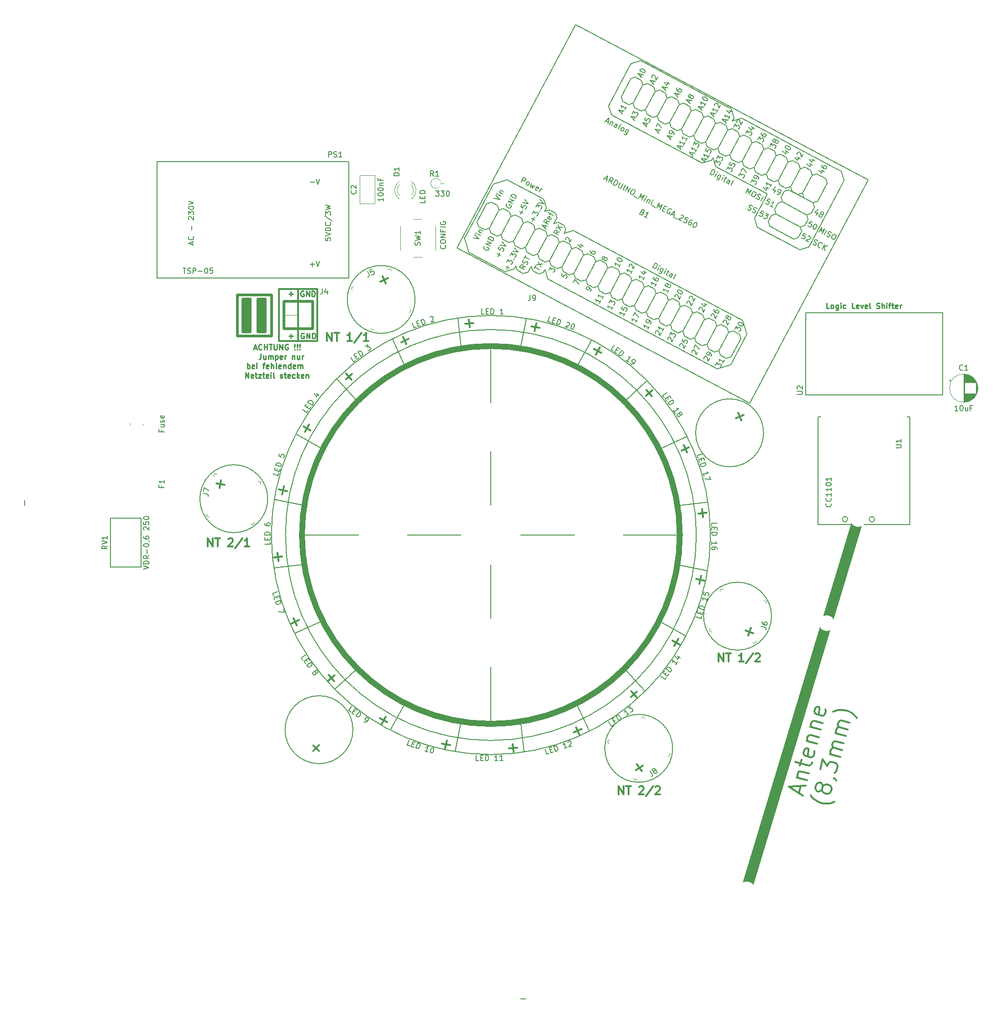
<source format=gbr>
G04 #@! TF.GenerationSoftware,KiCad,Pcbnew,(5.0.2)-1*
G04 #@! TF.CreationDate,2020-02-16T18:45:08+01:00*
G04 #@! TF.ProjectId,HB-OU-RGB-STACKFIRE,48422d4f-552d-4524-9742-2d535441434b,2.0.1*
G04 #@! TF.SameCoordinates,Original*
G04 #@! TF.FileFunction,Legend,Top*
G04 #@! TF.FilePolarity,Positive*
%FSLAX46Y46*%
G04 Gerber Fmt 4.6, Leading zero omitted, Abs format (unit mm)*
G04 Created by KiCad (PCBNEW (5.0.2)-1) date 16.02.2020 18:45:08*
%MOMM*%
%LPD*%
G01*
G04 APERTURE LIST*
%ADD10C,0.300000*%
%ADD11C,0.250000*%
%ADD12C,0.500000*%
%ADD13C,0.200000*%
%ADD14C,2.000000*%
%ADD15C,1.000000*%
%ADD16C,0.120000*%
%ADD17C,0.150000*%
%ADD18C,0.100000*%
%ADD19C,2.900000*%
%ADD20C,9.000000*%
%ADD21C,1.300000*%
%ADD22C,11.000000*%
%ADD23C,2.200000*%
%ADD24R,2.200000X2.200000*%
%ADD25C,6.400000*%
%ADD26R,1.900000X3.400000*%
%ADD27O,1.900000X3.400000*%
%ADD28C,1.924000*%
%ADD29C,1.800000*%
%ADD30O,1.800000X1.800000*%
%ADD31C,2.000000*%
%ADD32C,2.400000*%
%ADD33R,2.100000X2.100000*%
%ADD34O,2.100000X2.100000*%
%ADD35C,1.750000*%
%ADD36R,1.750000X2.200000*%
%ADD37C,3.000000*%
%ADD38R,2.000000X2.000000*%
G04 APERTURE END LIST*
D10*
X134620000Y-128397000D02*
X141732000Y-128397000D01*
X134620000Y-118745000D02*
X141732000Y-118745000D01*
X134620000Y-118745000D02*
X134620000Y-128397000D01*
X141732000Y-118745000D02*
X141732000Y-128397000D01*
D11*
X139255595Y-127008000D02*
X139160357Y-126960380D01*
X139017500Y-126960380D01*
X138874642Y-127008000D01*
X138779404Y-127103238D01*
X138731785Y-127198476D01*
X138684166Y-127388952D01*
X138684166Y-127531809D01*
X138731785Y-127722285D01*
X138779404Y-127817523D01*
X138874642Y-127912761D01*
X139017500Y-127960380D01*
X139112738Y-127960380D01*
X139255595Y-127912761D01*
X139303214Y-127865142D01*
X139303214Y-127531809D01*
X139112738Y-127531809D01*
X139731785Y-127960380D02*
X139731785Y-126960380D01*
X140303214Y-127960380D01*
X140303214Y-126960380D01*
X140779404Y-127960380D02*
X140779404Y-126960380D01*
X141017500Y-126960380D01*
X141160357Y-127008000D01*
X141255595Y-127103238D01*
X141303214Y-127198476D01*
X141350833Y-127388952D01*
X141350833Y-127531809D01*
X141303214Y-127722285D01*
X141255595Y-127817523D01*
X141160357Y-127912761D01*
X141017500Y-127960380D01*
X140779404Y-127960380D01*
X139192095Y-119197500D02*
X139096857Y-119149880D01*
X138954000Y-119149880D01*
X138811142Y-119197500D01*
X138715904Y-119292738D01*
X138668285Y-119387976D01*
X138620666Y-119578452D01*
X138620666Y-119721309D01*
X138668285Y-119911785D01*
X138715904Y-120007023D01*
X138811142Y-120102261D01*
X138954000Y-120149880D01*
X139049238Y-120149880D01*
X139192095Y-120102261D01*
X139239714Y-120054642D01*
X139239714Y-119721309D01*
X139049238Y-119721309D01*
X139668285Y-120149880D02*
X139668285Y-119149880D01*
X140239714Y-120149880D01*
X140239714Y-119149880D01*
X140715904Y-120149880D02*
X140715904Y-119149880D01*
X140954000Y-119149880D01*
X141096857Y-119197500D01*
X141192095Y-119292738D01*
X141239714Y-119387976D01*
X141287333Y-119578452D01*
X141287333Y-119721309D01*
X141239714Y-119911785D01*
X141192095Y-120007023D01*
X141096857Y-120102261D01*
X140954000Y-120149880D01*
X140715904Y-120149880D01*
X136461547Y-127515928D02*
X137223452Y-127515928D01*
X136842500Y-127896880D02*
X136842500Y-127134976D01*
X136461547Y-119705428D02*
X137223452Y-119705428D01*
X136842500Y-120086380D02*
X136842500Y-119324476D01*
X129953285Y-129748666D02*
X130429476Y-129748666D01*
X129858047Y-130034380D02*
X130191380Y-129034380D01*
X130524714Y-130034380D01*
X131429476Y-129939142D02*
X131381857Y-129986761D01*
X131239000Y-130034380D01*
X131143761Y-130034380D01*
X131000904Y-129986761D01*
X130905666Y-129891523D01*
X130858047Y-129796285D01*
X130810428Y-129605809D01*
X130810428Y-129462952D01*
X130858047Y-129272476D01*
X130905666Y-129177238D01*
X131000904Y-129082000D01*
X131143761Y-129034380D01*
X131239000Y-129034380D01*
X131381857Y-129082000D01*
X131429476Y-129129619D01*
X131858047Y-130034380D02*
X131858047Y-129034380D01*
X131858047Y-129510571D02*
X132429476Y-129510571D01*
X132429476Y-130034380D02*
X132429476Y-129034380D01*
X132762809Y-129034380D02*
X133334238Y-129034380D01*
X133048523Y-130034380D02*
X133048523Y-129034380D01*
X133667571Y-129034380D02*
X133667571Y-129843904D01*
X133715190Y-129939142D01*
X133762809Y-129986761D01*
X133858047Y-130034380D01*
X134048523Y-130034380D01*
X134143761Y-129986761D01*
X134191380Y-129939142D01*
X134239000Y-129843904D01*
X134239000Y-129034380D01*
X134715190Y-130034380D02*
X134715190Y-129034380D01*
X135286619Y-130034380D01*
X135286619Y-129034380D01*
X136286619Y-129082000D02*
X136191380Y-129034380D01*
X136048523Y-129034380D01*
X135905666Y-129082000D01*
X135810428Y-129177238D01*
X135762809Y-129272476D01*
X135715190Y-129462952D01*
X135715190Y-129605809D01*
X135762809Y-129796285D01*
X135810428Y-129891523D01*
X135905666Y-129986761D01*
X136048523Y-130034380D01*
X136143761Y-130034380D01*
X136286619Y-129986761D01*
X136334238Y-129939142D01*
X136334238Y-129605809D01*
X136143761Y-129605809D01*
X137524714Y-129939142D02*
X137572333Y-129986761D01*
X137524714Y-130034380D01*
X137477095Y-129986761D01*
X137524714Y-129939142D01*
X137524714Y-130034380D01*
X137524714Y-129653428D02*
X137477095Y-129082000D01*
X137524714Y-129034380D01*
X137572333Y-129082000D01*
X137524714Y-129653428D01*
X137524714Y-129034380D01*
X138000904Y-129939142D02*
X138048523Y-129986761D01*
X138000904Y-130034380D01*
X137953285Y-129986761D01*
X138000904Y-129939142D01*
X138000904Y-130034380D01*
X138000904Y-129653428D02*
X137953285Y-129082000D01*
X138000904Y-129034380D01*
X138048523Y-129082000D01*
X138000904Y-129653428D01*
X138000904Y-129034380D01*
X138477095Y-129939142D02*
X138524714Y-129986761D01*
X138477095Y-130034380D01*
X138429476Y-129986761D01*
X138477095Y-129939142D01*
X138477095Y-130034380D01*
X138477095Y-129653428D02*
X138429476Y-129082000D01*
X138477095Y-129034380D01*
X138524714Y-129082000D01*
X138477095Y-129653428D01*
X138477095Y-129034380D01*
X131239000Y-130784380D02*
X131239000Y-131498666D01*
X131191380Y-131641523D01*
X131096142Y-131736761D01*
X130953285Y-131784380D01*
X130858047Y-131784380D01*
X132143761Y-131117714D02*
X132143761Y-131784380D01*
X131715190Y-131117714D02*
X131715190Y-131641523D01*
X131762809Y-131736761D01*
X131858047Y-131784380D01*
X132000904Y-131784380D01*
X132096142Y-131736761D01*
X132143761Y-131689142D01*
X132619952Y-131784380D02*
X132619952Y-131117714D01*
X132619952Y-131212952D02*
X132667571Y-131165333D01*
X132762809Y-131117714D01*
X132905666Y-131117714D01*
X133000904Y-131165333D01*
X133048523Y-131260571D01*
X133048523Y-131784380D01*
X133048523Y-131260571D02*
X133096142Y-131165333D01*
X133191380Y-131117714D01*
X133334238Y-131117714D01*
X133429476Y-131165333D01*
X133477095Y-131260571D01*
X133477095Y-131784380D01*
X133953285Y-131117714D02*
X133953285Y-132117714D01*
X133953285Y-131165333D02*
X134048523Y-131117714D01*
X134239000Y-131117714D01*
X134334238Y-131165333D01*
X134381857Y-131212952D01*
X134429476Y-131308190D01*
X134429476Y-131593904D01*
X134381857Y-131689142D01*
X134334238Y-131736761D01*
X134239000Y-131784380D01*
X134048523Y-131784380D01*
X133953285Y-131736761D01*
X135239000Y-131736761D02*
X135143761Y-131784380D01*
X134953285Y-131784380D01*
X134858047Y-131736761D01*
X134810428Y-131641523D01*
X134810428Y-131260571D01*
X134858047Y-131165333D01*
X134953285Y-131117714D01*
X135143761Y-131117714D01*
X135239000Y-131165333D01*
X135286619Y-131260571D01*
X135286619Y-131355809D01*
X134810428Y-131451047D01*
X135715190Y-131784380D02*
X135715190Y-131117714D01*
X135715190Y-131308190D02*
X135762809Y-131212952D01*
X135810428Y-131165333D01*
X135905666Y-131117714D01*
X136000904Y-131117714D01*
X137096142Y-131117714D02*
X137096142Y-131784380D01*
X137096142Y-131212952D02*
X137143761Y-131165333D01*
X137239000Y-131117714D01*
X137381857Y-131117714D01*
X137477095Y-131165333D01*
X137524714Y-131260571D01*
X137524714Y-131784380D01*
X138429476Y-131117714D02*
X138429476Y-131784380D01*
X138000904Y-131117714D02*
X138000904Y-131641523D01*
X138048523Y-131736761D01*
X138143761Y-131784380D01*
X138286619Y-131784380D01*
X138381857Y-131736761D01*
X138429476Y-131689142D01*
X138905666Y-131784380D02*
X138905666Y-131117714D01*
X138905666Y-131308190D02*
X138953285Y-131212952D01*
X139000904Y-131165333D01*
X139096142Y-131117714D01*
X139191380Y-131117714D01*
X128739000Y-133534380D02*
X128739000Y-132534380D01*
X128739000Y-132915333D02*
X128834238Y-132867714D01*
X129024714Y-132867714D01*
X129119952Y-132915333D01*
X129167571Y-132962952D01*
X129215190Y-133058190D01*
X129215190Y-133343904D01*
X129167571Y-133439142D01*
X129119952Y-133486761D01*
X129024714Y-133534380D01*
X128834238Y-133534380D01*
X128739000Y-133486761D01*
X130024714Y-133486761D02*
X129929476Y-133534380D01*
X129739000Y-133534380D01*
X129643761Y-133486761D01*
X129596142Y-133391523D01*
X129596142Y-133010571D01*
X129643761Y-132915333D01*
X129739000Y-132867714D01*
X129929476Y-132867714D01*
X130024714Y-132915333D01*
X130072333Y-133010571D01*
X130072333Y-133105809D01*
X129596142Y-133201047D01*
X130500904Y-133534380D02*
X130500904Y-132867714D01*
X130500904Y-132534380D02*
X130453285Y-132582000D01*
X130500904Y-132629619D01*
X130548523Y-132582000D01*
X130500904Y-132534380D01*
X130500904Y-132629619D01*
X131596142Y-132867714D02*
X131977095Y-132867714D01*
X131739000Y-133534380D02*
X131739000Y-132677238D01*
X131786619Y-132582000D01*
X131881857Y-132534380D01*
X131977095Y-132534380D01*
X132691380Y-133486761D02*
X132596142Y-133534380D01*
X132405666Y-133534380D01*
X132310428Y-133486761D01*
X132262809Y-133391523D01*
X132262809Y-133010571D01*
X132310428Y-132915333D01*
X132405666Y-132867714D01*
X132596142Y-132867714D01*
X132691380Y-132915333D01*
X132739000Y-133010571D01*
X132739000Y-133105809D01*
X132262809Y-133201047D01*
X133167571Y-133534380D02*
X133167571Y-132534380D01*
X133596142Y-133534380D02*
X133596142Y-133010571D01*
X133548523Y-132915333D01*
X133453285Y-132867714D01*
X133310428Y-132867714D01*
X133215190Y-132915333D01*
X133167571Y-132962952D01*
X134215190Y-133534380D02*
X134119952Y-133486761D01*
X134072333Y-133391523D01*
X134072333Y-132534380D01*
X134977095Y-133486761D02*
X134881857Y-133534380D01*
X134691380Y-133534380D01*
X134596142Y-133486761D01*
X134548523Y-133391523D01*
X134548523Y-133010571D01*
X134596142Y-132915333D01*
X134691380Y-132867714D01*
X134881857Y-132867714D01*
X134977095Y-132915333D01*
X135024714Y-133010571D01*
X135024714Y-133105809D01*
X134548523Y-133201047D01*
X135453285Y-132867714D02*
X135453285Y-133534380D01*
X135453285Y-132962952D02*
X135500904Y-132915333D01*
X135596142Y-132867714D01*
X135739000Y-132867714D01*
X135834238Y-132915333D01*
X135881857Y-133010571D01*
X135881857Y-133534380D01*
X136786619Y-133534380D02*
X136786619Y-132534380D01*
X136786619Y-133486761D02*
X136691380Y-133534380D01*
X136500904Y-133534380D01*
X136405666Y-133486761D01*
X136358047Y-133439142D01*
X136310428Y-133343904D01*
X136310428Y-133058190D01*
X136358047Y-132962952D01*
X136405666Y-132915333D01*
X136500904Y-132867714D01*
X136691380Y-132867714D01*
X136786619Y-132915333D01*
X137643761Y-133486761D02*
X137548523Y-133534380D01*
X137358047Y-133534380D01*
X137262809Y-133486761D01*
X137215190Y-133391523D01*
X137215190Y-133010571D01*
X137262809Y-132915333D01*
X137358047Y-132867714D01*
X137548523Y-132867714D01*
X137643761Y-132915333D01*
X137691380Y-133010571D01*
X137691380Y-133105809D01*
X137215190Y-133201047D01*
X138119952Y-133534380D02*
X138119952Y-132867714D01*
X138119952Y-132962952D02*
X138167571Y-132915333D01*
X138262809Y-132867714D01*
X138405666Y-132867714D01*
X138500904Y-132915333D01*
X138548523Y-133010571D01*
X138548523Y-133534380D01*
X138548523Y-133010571D02*
X138596142Y-132915333D01*
X138691380Y-132867714D01*
X138834238Y-132867714D01*
X138929476Y-132915333D01*
X138977095Y-133010571D01*
X138977095Y-133534380D01*
X128405666Y-135284380D02*
X128405666Y-134284380D01*
X128977095Y-135284380D01*
X128977095Y-134284380D01*
X129834238Y-135236761D02*
X129739000Y-135284380D01*
X129548523Y-135284380D01*
X129453285Y-135236761D01*
X129405666Y-135141523D01*
X129405666Y-134760571D01*
X129453285Y-134665333D01*
X129548523Y-134617714D01*
X129739000Y-134617714D01*
X129834238Y-134665333D01*
X129881857Y-134760571D01*
X129881857Y-134855809D01*
X129405666Y-134951047D01*
X130167571Y-134617714D02*
X130548523Y-134617714D01*
X130310428Y-134284380D02*
X130310428Y-135141523D01*
X130358047Y-135236761D01*
X130453285Y-135284380D01*
X130548523Y-135284380D01*
X130786619Y-134617714D02*
X131310428Y-134617714D01*
X130786619Y-135284380D01*
X131310428Y-135284380D01*
X131548523Y-134617714D02*
X131929476Y-134617714D01*
X131691380Y-134284380D02*
X131691380Y-135141523D01*
X131739000Y-135236761D01*
X131834238Y-135284380D01*
X131929476Y-135284380D01*
X132643761Y-135236761D02*
X132548523Y-135284380D01*
X132358047Y-135284380D01*
X132262809Y-135236761D01*
X132215190Y-135141523D01*
X132215190Y-134760571D01*
X132262809Y-134665333D01*
X132358047Y-134617714D01*
X132548523Y-134617714D01*
X132643761Y-134665333D01*
X132691380Y-134760571D01*
X132691380Y-134855809D01*
X132215190Y-134951047D01*
X133119952Y-135284380D02*
X133119952Y-134617714D01*
X133119952Y-134284380D02*
X133072333Y-134332000D01*
X133119952Y-134379619D01*
X133167571Y-134332000D01*
X133119952Y-134284380D01*
X133119952Y-134379619D01*
X133739000Y-135284380D02*
X133643761Y-135236761D01*
X133596142Y-135141523D01*
X133596142Y-134284380D01*
X134834238Y-135236761D02*
X134929476Y-135284380D01*
X135119952Y-135284380D01*
X135215190Y-135236761D01*
X135262809Y-135141523D01*
X135262809Y-135093904D01*
X135215190Y-134998666D01*
X135119952Y-134951047D01*
X134977095Y-134951047D01*
X134881857Y-134903428D01*
X134834238Y-134808190D01*
X134834238Y-134760571D01*
X134881857Y-134665333D01*
X134977095Y-134617714D01*
X135119952Y-134617714D01*
X135215190Y-134665333D01*
X135548523Y-134617714D02*
X135929476Y-134617714D01*
X135691380Y-134284380D02*
X135691380Y-135141523D01*
X135739000Y-135236761D01*
X135834238Y-135284380D01*
X135929476Y-135284380D01*
X136643761Y-135236761D02*
X136548523Y-135284380D01*
X136358047Y-135284380D01*
X136262809Y-135236761D01*
X136215190Y-135141523D01*
X136215190Y-134760571D01*
X136262809Y-134665333D01*
X136358047Y-134617714D01*
X136548523Y-134617714D01*
X136643761Y-134665333D01*
X136691380Y-134760571D01*
X136691380Y-134855809D01*
X136215190Y-134951047D01*
X137548523Y-135236761D02*
X137453285Y-135284380D01*
X137262809Y-135284380D01*
X137167571Y-135236761D01*
X137119952Y-135189142D01*
X137072333Y-135093904D01*
X137072333Y-134808190D01*
X137119952Y-134712952D01*
X137167571Y-134665333D01*
X137262809Y-134617714D01*
X137453285Y-134617714D01*
X137548523Y-134665333D01*
X137977095Y-135284380D02*
X137977095Y-134284380D01*
X138072333Y-134903428D02*
X138358047Y-135284380D01*
X138358047Y-134617714D02*
X137977095Y-134998666D01*
X139167571Y-135236761D02*
X139072333Y-135284380D01*
X138881857Y-135284380D01*
X138786619Y-135236761D01*
X138739000Y-135141523D01*
X138739000Y-134760571D01*
X138786619Y-134665333D01*
X138881857Y-134617714D01*
X139072333Y-134617714D01*
X139167571Y-134665333D01*
X139215190Y-134760571D01*
X139215190Y-134855809D01*
X138739000Y-134951047D01*
X139643761Y-134617714D02*
X139643761Y-135284380D01*
X139643761Y-134712952D02*
X139691380Y-134665333D01*
X139786619Y-134617714D01*
X139929476Y-134617714D01*
X140024714Y-134665333D01*
X140072333Y-134760571D01*
X140072333Y-135284380D01*
D12*
X126873000Y-127508000D02*
X126873000Y-119888000D01*
X133223000Y-127508000D02*
X126873000Y-127508000D01*
X133223000Y-119888000D02*
X133223000Y-127508000D01*
X126873000Y-119888000D02*
X133223000Y-119888000D01*
X131699000Y-126619000D02*
X131699000Y-120904000D01*
X131318000Y-126619000D02*
X131699000Y-126619000D01*
X131318000Y-120904000D02*
X131318000Y-126619000D01*
X131064000Y-120904000D02*
X131318000Y-120904000D01*
X131064000Y-126492000D02*
X131064000Y-120904000D01*
X129032000Y-120904000D02*
X128905000Y-126492000D01*
X128651000Y-120904000D02*
X129032000Y-120904000D01*
X128651000Y-126365000D02*
X128651000Y-120904000D01*
X128270000Y-126365000D02*
X128651000Y-126365000D01*
X128270000Y-120904000D02*
X128270000Y-126365000D01*
X127889000Y-126746000D02*
X127889000Y-120777000D01*
X129286000Y-126746000D02*
X128016000Y-126746000D01*
X128016000Y-126746000D02*
X127889000Y-126746000D01*
X129286000Y-120650000D02*
X129286000Y-126746000D01*
X127889000Y-120650000D02*
X129286000Y-120650000D01*
X130683000Y-126746000D02*
X130683000Y-120777000D01*
X130810000Y-126746000D02*
X130683000Y-126746000D01*
X132080000Y-126746000D02*
X130810000Y-126746000D01*
X132080000Y-120650000D02*
X132080000Y-126746000D01*
X130683000Y-120650000D02*
X132080000Y-120650000D01*
X135509000Y-126111000D02*
X140843000Y-126111000D01*
X135509000Y-121031000D02*
X140843000Y-121031000D01*
X140843000Y-121031000D02*
X140843000Y-126111000D01*
X135509000Y-121031000D02*
X135509000Y-126111000D01*
D10*
X138176000Y-118745000D02*
X138176000Y-128397000D01*
D13*
X148340000Y-200506000D02*
G75*
G03X148340000Y-200506000I-6300000J0D01*
G01*
D10*
X140950349Y-203419861D02*
X142064793Y-204459096D01*
X140987953Y-204496700D02*
X142027189Y-203382257D01*
X220393200Y-143139518D02*
X219797800Y-141736844D01*
X220796837Y-142140481D02*
X219394163Y-142735881D01*
D13*
X224500000Y-145456000D02*
G75*
G03X224500000Y-145456000I-6300000J0D01*
G01*
D11*
X236673238Y-122372380D02*
X236197047Y-122372380D01*
X236197047Y-121372380D01*
X237149428Y-122372380D02*
X237054190Y-122324761D01*
X237006571Y-122277142D01*
X236958952Y-122181904D01*
X236958952Y-121896190D01*
X237006571Y-121800952D01*
X237054190Y-121753333D01*
X237149428Y-121705714D01*
X237292285Y-121705714D01*
X237387523Y-121753333D01*
X237435142Y-121800952D01*
X237482761Y-121896190D01*
X237482761Y-122181904D01*
X237435142Y-122277142D01*
X237387523Y-122324761D01*
X237292285Y-122372380D01*
X237149428Y-122372380D01*
X238339904Y-121705714D02*
X238339904Y-122515238D01*
X238292285Y-122610476D01*
X238244666Y-122658095D01*
X238149428Y-122705714D01*
X238006571Y-122705714D01*
X237911333Y-122658095D01*
X238339904Y-122324761D02*
X238244666Y-122372380D01*
X238054190Y-122372380D01*
X237958952Y-122324761D01*
X237911333Y-122277142D01*
X237863714Y-122181904D01*
X237863714Y-121896190D01*
X237911333Y-121800952D01*
X237958952Y-121753333D01*
X238054190Y-121705714D01*
X238244666Y-121705714D01*
X238339904Y-121753333D01*
X238816095Y-122372380D02*
X238816095Y-121705714D01*
X238816095Y-121372380D02*
X238768476Y-121420000D01*
X238816095Y-121467619D01*
X238863714Y-121420000D01*
X238816095Y-121372380D01*
X238816095Y-121467619D01*
X239720857Y-122324761D02*
X239625619Y-122372380D01*
X239435142Y-122372380D01*
X239339904Y-122324761D01*
X239292285Y-122277142D01*
X239244666Y-122181904D01*
X239244666Y-121896190D01*
X239292285Y-121800952D01*
X239339904Y-121753333D01*
X239435142Y-121705714D01*
X239625619Y-121705714D01*
X239720857Y-121753333D01*
X241387523Y-122372380D02*
X240911333Y-122372380D01*
X240911333Y-121372380D01*
X242101809Y-122324761D02*
X242006571Y-122372380D01*
X241816095Y-122372380D01*
X241720857Y-122324761D01*
X241673238Y-122229523D01*
X241673238Y-121848571D01*
X241720857Y-121753333D01*
X241816095Y-121705714D01*
X242006571Y-121705714D01*
X242101809Y-121753333D01*
X242149428Y-121848571D01*
X242149428Y-121943809D01*
X241673238Y-122039047D01*
X242482761Y-121705714D02*
X242720857Y-122372380D01*
X242958952Y-121705714D01*
X243720857Y-122324761D02*
X243625619Y-122372380D01*
X243435142Y-122372380D01*
X243339904Y-122324761D01*
X243292285Y-122229523D01*
X243292285Y-121848571D01*
X243339904Y-121753333D01*
X243435142Y-121705714D01*
X243625619Y-121705714D01*
X243720857Y-121753333D01*
X243768476Y-121848571D01*
X243768476Y-121943809D01*
X243292285Y-122039047D01*
X244339904Y-122372380D02*
X244244666Y-122324761D01*
X244197047Y-122229523D01*
X244197047Y-121372380D01*
X245435142Y-122324761D02*
X245578000Y-122372380D01*
X245816095Y-122372380D01*
X245911333Y-122324761D01*
X245958952Y-122277142D01*
X246006571Y-122181904D01*
X246006571Y-122086666D01*
X245958952Y-121991428D01*
X245911333Y-121943809D01*
X245816095Y-121896190D01*
X245625619Y-121848571D01*
X245530380Y-121800952D01*
X245482761Y-121753333D01*
X245435142Y-121658095D01*
X245435142Y-121562857D01*
X245482761Y-121467619D01*
X245530380Y-121420000D01*
X245625619Y-121372380D01*
X245863714Y-121372380D01*
X246006571Y-121420000D01*
X246435142Y-122372380D02*
X246435142Y-121372380D01*
X246863714Y-122372380D02*
X246863714Y-121848571D01*
X246816095Y-121753333D01*
X246720857Y-121705714D01*
X246578000Y-121705714D01*
X246482761Y-121753333D01*
X246435142Y-121800952D01*
X247339904Y-122372380D02*
X247339904Y-121705714D01*
X247339904Y-121372380D02*
X247292285Y-121420000D01*
X247339904Y-121467619D01*
X247387523Y-121420000D01*
X247339904Y-121372380D01*
X247339904Y-121467619D01*
X247673238Y-121705714D02*
X248054190Y-121705714D01*
X247816095Y-122372380D02*
X247816095Y-121515238D01*
X247863714Y-121420000D01*
X247958952Y-121372380D01*
X248054190Y-121372380D01*
X248244666Y-121705714D02*
X248625619Y-121705714D01*
X248387523Y-121372380D02*
X248387523Y-122229523D01*
X248435142Y-122324761D01*
X248530380Y-122372380D01*
X248625619Y-122372380D01*
X249339904Y-122324761D02*
X249244666Y-122372380D01*
X249054190Y-122372380D01*
X248958952Y-122324761D01*
X248911333Y-122229523D01*
X248911333Y-121848571D01*
X248958952Y-121753333D01*
X249054190Y-121705714D01*
X249244666Y-121705714D01*
X249339904Y-121753333D01*
X249387523Y-121848571D01*
X249387523Y-121943809D01*
X248911333Y-122039047D01*
X249816095Y-122372380D02*
X249816095Y-121705714D01*
X249816095Y-121896190D02*
X249863714Y-121800952D01*
X249911333Y-121753333D01*
X250006571Y-121705714D01*
X250101809Y-121705714D01*
D10*
X154808146Y-116769532D02*
X153427105Y-117413522D01*
X153795631Y-116401007D02*
X154439620Y-117782047D01*
X123880116Y-154228363D02*
X123615509Y-155729022D01*
X122997483Y-154846389D02*
X124498142Y-155110996D01*
X200816323Y-208008532D02*
X202064555Y-207134511D01*
X201877450Y-208195637D02*
X201003428Y-206947405D01*
X221642423Y-183077259D02*
X222113306Y-181628030D01*
X222602479Y-182588086D02*
X221153250Y-182117203D01*
X216178285Y-187876571D02*
X216178285Y-186376571D01*
X217035428Y-187876571D01*
X217035428Y-186376571D01*
X217535428Y-186376571D02*
X218392571Y-186376571D01*
X217964000Y-187876571D02*
X217964000Y-186376571D01*
X220821142Y-187876571D02*
X219964000Y-187876571D01*
X220392571Y-187876571D02*
X220392571Y-186376571D01*
X220249714Y-186590857D01*
X220106857Y-186733714D01*
X219964000Y-186805142D01*
X222535428Y-186305142D02*
X221249714Y-188233714D01*
X222964000Y-186519428D02*
X223035428Y-186448000D01*
X223178285Y-186376571D01*
X223535428Y-186376571D01*
X223678285Y-186448000D01*
X223749714Y-186519428D01*
X223821142Y-186662285D01*
X223821142Y-186805142D01*
X223749714Y-187019428D01*
X222892571Y-187876571D01*
X223821142Y-187876571D01*
X197636285Y-212514571D02*
X197636285Y-211014571D01*
X198493428Y-212514571D01*
X198493428Y-211014571D01*
X198993428Y-211014571D02*
X199850571Y-211014571D01*
X199422000Y-212514571D02*
X199422000Y-211014571D01*
X201422000Y-211157428D02*
X201493428Y-211086000D01*
X201636285Y-211014571D01*
X201993428Y-211014571D01*
X202136285Y-211086000D01*
X202207714Y-211157428D01*
X202279142Y-211300285D01*
X202279142Y-211443142D01*
X202207714Y-211657428D01*
X201350571Y-212514571D01*
X202279142Y-212514571D01*
X203993428Y-210943142D02*
X202707714Y-212871714D01*
X204422000Y-211157428D02*
X204493428Y-211086000D01*
X204636285Y-211014571D01*
X204993428Y-211014571D01*
X205136285Y-211086000D01*
X205207714Y-211157428D01*
X205279142Y-211300285D01*
X205279142Y-211443142D01*
X205207714Y-211657428D01*
X204350571Y-212514571D01*
X205279142Y-212514571D01*
X121436285Y-166540571D02*
X121436285Y-165040571D01*
X122293428Y-166540571D01*
X122293428Y-165040571D01*
X122793428Y-165040571D02*
X123650571Y-165040571D01*
X123222000Y-166540571D02*
X123222000Y-165040571D01*
X125222000Y-165183428D02*
X125293428Y-165112000D01*
X125436285Y-165040571D01*
X125793428Y-165040571D01*
X125936285Y-165112000D01*
X126007714Y-165183428D01*
X126079142Y-165326285D01*
X126079142Y-165469142D01*
X126007714Y-165683428D01*
X125150571Y-166540571D01*
X126079142Y-166540571D01*
X127793428Y-164969142D02*
X126507714Y-166897714D01*
X129079142Y-166540571D02*
X128221999Y-166540571D01*
X128650571Y-166540571D02*
X128650571Y-165040571D01*
X128507714Y-165254857D01*
X128364857Y-165397714D01*
X128221999Y-165469142D01*
X143534285Y-128440571D02*
X143534285Y-126940571D01*
X144391428Y-128440571D01*
X144391428Y-126940571D01*
X144891428Y-126940571D02*
X145748571Y-126940571D01*
X145320000Y-128440571D02*
X145320000Y-126940571D01*
X148177142Y-128440571D02*
X147320000Y-128440571D01*
X147748571Y-128440571D02*
X147748571Y-126940571D01*
X147605714Y-127154857D01*
X147462857Y-127297714D01*
X147320000Y-127369142D01*
X149891428Y-126869142D02*
X148605714Y-128797714D01*
X151177142Y-128440571D02*
X150320000Y-128440571D01*
X150748571Y-128440571D02*
X150748571Y-126940571D01*
X150605714Y-127154857D01*
X150462857Y-127297714D01*
X150320000Y-127369142D01*
X231052227Y-212293634D02*
X231421968Y-210913740D01*
X231806215Y-212791457D02*
X229167257Y-211049074D01*
X232323853Y-210859606D01*
X230650820Y-209376042D02*
X232582672Y-209893680D01*
X230926799Y-209449990D02*
X230825784Y-209275027D01*
X230761743Y-208962074D01*
X230872665Y-208548105D01*
X231084603Y-208309101D01*
X231397556Y-208245060D01*
X232915439Y-208651775D01*
X231242407Y-207168211D02*
X231538200Y-206064296D01*
X230387403Y-206495424D02*
X232871213Y-207160959D01*
X233184166Y-207096918D01*
X233396103Y-206857913D01*
X233470052Y-206581934D01*
X233886675Y-204475119D02*
X233950716Y-204788072D01*
X233802819Y-205340030D01*
X233590881Y-205579034D01*
X233277928Y-205643075D01*
X232174013Y-205347282D01*
X231935008Y-205135345D01*
X231870967Y-204822392D01*
X232018864Y-204270434D01*
X232230802Y-204031429D01*
X232543755Y-203967388D01*
X232819733Y-204041336D01*
X232725971Y-205495179D01*
X232462554Y-202614561D02*
X234394405Y-203132199D01*
X232738533Y-202688509D02*
X232637517Y-202513546D01*
X232573476Y-202200593D01*
X232684399Y-201786625D01*
X232896336Y-201547620D01*
X233209289Y-201483579D01*
X234727173Y-201890295D01*
X233165063Y-199992762D02*
X235096914Y-200510401D01*
X233441041Y-200066711D02*
X233340026Y-199891747D01*
X233275985Y-199578794D01*
X233386907Y-199164826D01*
X233598845Y-198925821D01*
X233911798Y-198861780D01*
X235429682Y-199268496D01*
X235957227Y-196747712D02*
X236021268Y-197060665D01*
X235873371Y-197612623D01*
X235661434Y-197851628D01*
X235348481Y-197915669D01*
X234244565Y-197619876D01*
X234005561Y-197407938D01*
X233941520Y-197094985D01*
X234089416Y-196543027D01*
X234301354Y-196304023D01*
X234614307Y-196239982D01*
X234890286Y-196313930D01*
X234796523Y-197767772D01*
X237675984Y-213846619D02*
X237501020Y-213947634D01*
X237013104Y-214112690D01*
X236700151Y-214176731D01*
X236249208Y-214203798D01*
X235522287Y-214156917D01*
X234970330Y-214009020D01*
X234317357Y-213686160D01*
X233940363Y-213437248D01*
X233701358Y-213225311D01*
X233361338Y-212838409D01*
X233260323Y-212663446D01*
X235322911Y-211589252D02*
X235110974Y-211828257D01*
X234936010Y-211929272D01*
X234623057Y-211993313D01*
X234485068Y-211956339D01*
X234246063Y-211744401D01*
X234145048Y-211569438D01*
X234081007Y-211256485D01*
X234228903Y-210704527D01*
X234440841Y-210465523D01*
X234615804Y-210364507D01*
X234928757Y-210300466D01*
X235066747Y-210337440D01*
X235305752Y-210549378D01*
X235406767Y-210724342D01*
X235470808Y-211037295D01*
X235322911Y-211589252D01*
X235386952Y-211902205D01*
X235487968Y-212077169D01*
X235726972Y-212289107D01*
X236278930Y-212437003D01*
X236591883Y-212372962D01*
X236766846Y-212271947D01*
X236978784Y-212032942D01*
X237126681Y-211480984D01*
X237062640Y-211168032D01*
X236961624Y-210993068D01*
X236722620Y-210781130D01*
X236170662Y-210633234D01*
X235857709Y-210697275D01*
X235682746Y-210798290D01*
X235470808Y-211037295D01*
X237506329Y-209512159D02*
X237644319Y-209549133D01*
X237883323Y-209761071D01*
X237984339Y-209936034D01*
X235005360Y-207806750D02*
X235486024Y-206012888D01*
X236331120Y-207274607D01*
X236442043Y-206860638D01*
X236653981Y-206621634D01*
X236828944Y-206520619D01*
X237141897Y-206456577D01*
X237831844Y-206641448D01*
X238070849Y-206853386D01*
X238171864Y-207028349D01*
X238235905Y-207341302D01*
X238014060Y-208169239D01*
X237802123Y-208408243D01*
X237627159Y-208509259D01*
X238716569Y-205547440D02*
X236784717Y-205029802D01*
X237060696Y-205103750D02*
X236959681Y-204928787D01*
X236895640Y-204615834D01*
X237006562Y-204201866D01*
X237218500Y-203962861D01*
X237531453Y-203898820D01*
X239049336Y-204305535D01*
X237531453Y-203898820D02*
X237292448Y-203686882D01*
X237228407Y-203373929D01*
X237339330Y-202959961D01*
X237551267Y-202720956D01*
X237864220Y-202656915D01*
X239382104Y-203063631D01*
X239751845Y-201683737D02*
X237819994Y-201166099D01*
X238095972Y-201240047D02*
X237994957Y-201065083D01*
X237930916Y-200752131D01*
X238041839Y-200338162D01*
X238253776Y-200099158D01*
X238566729Y-200035117D01*
X240084613Y-200441832D01*
X238566729Y-200035117D02*
X238327725Y-199823179D01*
X238263683Y-199510226D01*
X238374606Y-199096258D01*
X238586544Y-198857253D01*
X238899497Y-198793212D01*
X240417380Y-199199928D01*
X241817088Y-198391806D02*
X241716073Y-198216842D01*
X241376053Y-197829941D01*
X241137049Y-197618003D01*
X240760055Y-197369091D01*
X240107082Y-197046231D01*
X239555124Y-196898334D01*
X238828203Y-196851453D01*
X238377261Y-196878520D01*
X238064308Y-196942561D01*
X237576391Y-197107617D01*
X237401428Y-197208633D01*
D14*
X242062000Y-161417000D02*
X221361000Y-229870000D01*
D13*
X159870000Y-120716000D02*
G75*
G03X159870000Y-120716000I-6300000J0D01*
G01*
X132540000Y-157676000D02*
G75*
G03X132540000Y-157676000I-6300000J0D01*
G01*
X207640000Y-203966000D02*
G75*
G03X207640000Y-203966000I-6300000J0D01*
G01*
X225970000Y-179456000D02*
G75*
G03X225970000Y-179456000I-6300000J0D01*
G01*
X169951400Y-250469400D02*
X180454300Y-250469400D01*
X87401400Y-168910000D02*
X87414100Y-157975300D01*
D15*
X208913800Y-164388800D02*
G75*
G03X208913800Y-164388800I-35000000J0D01*
G01*
D16*
G04 #@! TO.C,D1*
X159132000Y-102017000D02*
X159288000Y-102017000D01*
X156816000Y-102017000D02*
X156972000Y-102017000D01*
X159131837Y-99415870D02*
G75*
G02X159132000Y-101497961I-1079837J-1041130D01*
G01*
X156972163Y-99415870D02*
G75*
G03X156972000Y-101497961I1079837J-1041130D01*
G01*
X159130608Y-98784665D02*
G75*
G02X159287516Y-102017000I-1078608J-1672335D01*
G01*
X156973392Y-98784665D02*
G75*
G03X156816484Y-102017000I1078608J-1672335D01*
G01*
G04 #@! TO.C,F1*
X109370000Y-143716000D02*
X109370000Y-144041558D01*
X106970000Y-143690442D02*
X106970000Y-144016000D01*
D17*
G04 #@! TO.C,PS1*
X112014000Y-116713000D02*
X147574000Y-116713000D01*
X112014000Y-95123000D02*
X147574000Y-95123000D01*
X147574000Y-116713000D02*
X147574000Y-95123000D01*
X112014000Y-116713000D02*
X112014000Y-95123000D01*
D16*
G04 #@! TO.C,R1*
X164623000Y-99187000D02*
G75*
G03X164623000Y-99187000I-920000J0D01*
G01*
X164623000Y-99187000D02*
X165243000Y-99187000D01*
D17*
G04 #@! TO.C,RV1*
X103346000Y-161322000D02*
X103346000Y-170322000D01*
X109046000Y-161322000D02*
X109046000Y-170322000D01*
X109046000Y-170322000D02*
X103346000Y-170322000D01*
X109046000Y-161322000D02*
X103346000Y-161322000D01*
D16*
G04 #@! TO.C,SW1*
X163615000Y-111586000D02*
X163615000Y-107086000D01*
X159615000Y-112836000D02*
X161115000Y-112836000D01*
X157115000Y-107086000D02*
X157115000Y-111586000D01*
X161115000Y-105836000D02*
X159615000Y-105836000D01*
D17*
G04 #@! TO.C,B1*
X226802898Y-104881800D02*
X231288272Y-107266716D01*
X231288272Y-107266716D02*
X231550830Y-108125502D01*
X231550830Y-108125502D02*
X230954601Y-109246845D01*
X230954601Y-109246845D02*
X230095814Y-109509402D01*
X230095814Y-109509402D02*
X225610441Y-107124487D01*
X225610441Y-107124487D02*
X225347883Y-106265701D01*
X225347883Y-106265701D02*
X225944112Y-105144357D01*
X225944112Y-105144357D02*
X226802898Y-104881800D01*
X226802898Y-104881800D02*
X226540341Y-104023014D01*
X226540341Y-104023014D02*
X227136570Y-102901670D01*
X227136570Y-102901670D02*
X227995356Y-102639113D01*
X227995356Y-102639113D02*
X232480730Y-105024029D01*
X232480730Y-105024029D02*
X232743287Y-105882815D01*
X232743287Y-105882815D02*
X232147058Y-107004158D01*
X232147058Y-107004158D02*
X231288272Y-107266716D01*
X232480730Y-105024029D02*
X233339516Y-104761471D01*
X233339516Y-104761471D02*
X233935745Y-103640128D01*
X233935745Y-103640128D02*
X233673188Y-102781342D01*
X233673188Y-102781342D02*
X234531974Y-102518785D01*
X234531974Y-102518785D02*
X235128203Y-101397441D01*
X227995356Y-102639113D02*
X227732799Y-101780327D01*
X227732799Y-101780327D02*
X228329028Y-100658984D01*
X228329028Y-100658984D02*
X229187814Y-100396426D01*
X229187814Y-100396426D02*
X233673188Y-102781342D01*
X231991173Y-101886998D02*
X231728615Y-101028212D01*
X231728615Y-101028212D02*
X233517302Y-97664182D01*
X233517302Y-97664182D02*
X234376088Y-97401625D01*
X234376088Y-97401625D02*
X236058103Y-98295968D01*
X236058103Y-98295968D02*
X236320661Y-99154754D01*
X236320661Y-99154754D02*
X235128203Y-101397441D01*
X231728615Y-101028212D02*
X230869829Y-101290770D01*
X230869829Y-101290770D02*
X229748486Y-100694541D01*
X229748486Y-100694541D02*
X229485928Y-99835755D01*
X229485928Y-99835755D02*
X228627142Y-100098312D01*
X228627142Y-100098312D02*
X227505799Y-99502083D01*
X227505799Y-99502083D02*
X227243242Y-98643297D01*
X227243242Y-98643297D02*
X226384455Y-98905854D01*
X226384455Y-98905854D02*
X225263112Y-98309625D01*
X225263112Y-98309625D02*
X225000555Y-97450839D01*
X225000555Y-97450839D02*
X224141769Y-97713396D01*
X224141769Y-97713396D02*
X223020425Y-97117167D01*
X223020425Y-97117167D02*
X222757868Y-96258381D01*
X222757868Y-96258381D02*
X221899082Y-96520939D01*
X221899082Y-96520939D02*
X220777738Y-95924710D01*
X220777738Y-95924710D02*
X220515181Y-95065923D01*
X220515181Y-95065923D02*
X219656395Y-95328481D01*
X219656395Y-95328481D02*
X218535051Y-94732252D01*
X218535051Y-94732252D02*
X218272494Y-93873466D01*
X218272494Y-93873466D02*
X217413708Y-94136023D01*
X217413708Y-94136023D02*
X216292364Y-93539794D01*
X216292364Y-93539794D02*
X216029807Y-92681008D01*
X216029807Y-92681008D02*
X215171021Y-92943565D01*
X215171021Y-92943565D02*
X214049678Y-92347336D01*
X214049678Y-92347336D02*
X213787120Y-91488550D01*
X213787120Y-91488550D02*
X212928334Y-91751107D01*
X212928334Y-91751107D02*
X211806991Y-91154879D01*
X211806991Y-91154879D02*
X211544433Y-90296092D01*
X211544433Y-90296092D02*
X210685647Y-90558650D01*
X210685647Y-90558650D02*
X209564304Y-89962421D01*
X209564304Y-89962421D02*
X209301747Y-89103635D01*
X209301747Y-89103635D02*
X208442960Y-89366192D01*
X208442960Y-89366192D02*
X207321617Y-88769963D01*
X207321617Y-88769963D02*
X207059060Y-87911177D01*
X207059060Y-87911177D02*
X206200273Y-88173734D01*
X206200273Y-88173734D02*
X205078930Y-87577505D01*
X205078930Y-87577505D02*
X204816373Y-86718719D01*
X204816373Y-86718719D02*
X203957587Y-86981276D01*
X203957587Y-86981276D02*
X202836243Y-86385047D01*
X202836243Y-86385047D02*
X202573686Y-85526261D01*
X202573686Y-85526261D02*
X201714900Y-85788819D01*
X201714900Y-85788819D02*
X200593556Y-85192590D01*
X200593556Y-85192590D02*
X200330999Y-84333804D01*
X200330999Y-84333804D02*
X199472213Y-84596361D01*
X199472213Y-84596361D02*
X198350869Y-84000132D01*
X198350869Y-84000132D02*
X198088312Y-83141346D01*
X198088312Y-83141346D02*
X199876999Y-79777315D01*
X199876999Y-79777315D02*
X200735785Y-79514758D01*
X200735785Y-79514758D02*
X201857128Y-80110987D01*
X201857128Y-80110987D02*
X202119686Y-80969773D01*
X202119686Y-80969773D02*
X202978472Y-80707216D01*
X202978472Y-80707216D02*
X204099815Y-81303445D01*
X204099815Y-81303445D02*
X204362372Y-82162231D01*
X204362372Y-82162231D02*
X205221159Y-81899674D01*
X205221159Y-81899674D02*
X206342502Y-82495903D01*
X206342502Y-82495903D02*
X206605059Y-83354689D01*
X206605059Y-83354689D02*
X207463846Y-83092131D01*
X207463846Y-83092131D02*
X208585189Y-83688360D01*
X208585189Y-83688360D02*
X208847746Y-84547147D01*
X208847746Y-84547147D02*
X209706532Y-84284589D01*
X209706532Y-84284589D02*
X210827876Y-84880818D01*
X210827876Y-84880818D02*
X211090433Y-85739604D01*
X211090433Y-85739604D02*
X211949219Y-85477047D01*
X211949219Y-85477047D02*
X213070563Y-86073276D01*
X213070563Y-86073276D02*
X213333120Y-86932062D01*
X213333120Y-86932062D02*
X214191906Y-86669505D01*
X214191906Y-86669505D02*
X215313250Y-87265734D01*
X215313250Y-87265734D02*
X215575807Y-88124520D01*
X215575807Y-88124520D02*
X216434593Y-87861963D01*
X216434593Y-87861963D02*
X217555937Y-88458191D01*
X217555937Y-88458191D02*
X217818494Y-89316978D01*
X217818494Y-89316978D02*
X218677280Y-89054420D01*
X218677280Y-89054420D02*
X219798623Y-89650649D01*
X219798623Y-89650649D02*
X220061181Y-90509435D01*
X220061181Y-90509435D02*
X220919967Y-90246878D01*
X220919967Y-90246878D02*
X222041310Y-90843107D01*
X222041310Y-90843107D02*
X222303868Y-91701893D01*
X222303868Y-91701893D02*
X223162654Y-91439336D01*
X223162654Y-91439336D02*
X224283997Y-92035565D01*
X224283997Y-92035565D02*
X224546554Y-92894351D01*
X224546554Y-92894351D02*
X225405341Y-92631794D01*
X225405341Y-92631794D02*
X226526684Y-93228023D01*
X226526684Y-93228023D02*
X226789241Y-94086809D01*
X226789241Y-94086809D02*
X227648028Y-93824251D01*
X227648028Y-93824251D02*
X228769371Y-94420480D01*
X228769371Y-94420480D02*
X229031928Y-95279266D01*
X229031928Y-95279266D02*
X229890714Y-95016709D01*
X229890714Y-95016709D02*
X231012058Y-95612938D01*
X231012058Y-95612938D02*
X231274615Y-96471724D01*
X231274615Y-96471724D02*
X232133401Y-96209167D01*
X232133401Y-96209167D02*
X233254745Y-96805396D01*
X233254745Y-96805396D02*
X233517302Y-97664182D01*
X231274615Y-96471724D02*
X229485928Y-99835755D01*
X227243242Y-98643297D02*
X229031928Y-95279266D01*
X226789241Y-94086809D02*
X225000555Y-97450839D01*
X222757868Y-96258381D02*
X224546554Y-92894351D01*
X222303868Y-91701893D02*
X220515181Y-95065923D01*
X218272494Y-93873466D02*
X220061181Y-90509435D01*
X217818494Y-89316978D02*
X216029807Y-92681008D01*
X213787120Y-91488550D02*
X215575807Y-88124520D01*
X213333120Y-86932062D02*
X211544433Y-90296092D01*
X209301747Y-89103635D02*
X211090433Y-85739604D01*
X208847746Y-84547147D02*
X207059060Y-87911177D01*
X204816373Y-86718719D02*
X206605059Y-83354689D01*
X204362372Y-82162231D02*
X202573686Y-85526261D01*
X200330999Y-84333804D02*
X202119686Y-80969773D01*
X173161613Y-102969956D02*
X174020399Y-102707399D01*
X174020399Y-102707399D02*
X175141743Y-103303628D01*
X175141743Y-103303628D02*
X175404300Y-104162414D01*
X175404300Y-104162414D02*
X176263086Y-103899857D01*
X176263086Y-103899857D02*
X177384430Y-104496086D01*
X177384430Y-104496086D02*
X177646987Y-105354872D01*
X177646987Y-105354872D02*
X178505773Y-105092314D01*
X178505773Y-105092314D02*
X179627117Y-105688543D01*
X179627117Y-105688543D02*
X179889674Y-106547329D01*
X179889674Y-106547329D02*
X180748460Y-106284772D01*
X180748460Y-106284772D02*
X181869804Y-106881001D01*
X181869804Y-106881001D02*
X182132361Y-107739787D01*
X182132361Y-107739787D02*
X182991147Y-107477230D01*
X182991147Y-107477230D02*
X184112490Y-108073459D01*
X184112490Y-108073459D02*
X184375048Y-108932245D01*
X184375048Y-108932245D02*
X185233834Y-108669688D01*
X185233834Y-108669688D02*
X186355177Y-109265917D01*
X186355177Y-109265917D02*
X186617735Y-110124703D01*
X186617735Y-110124703D02*
X187476521Y-109862145D01*
X187476521Y-109862145D02*
X188597864Y-110458374D01*
X188597864Y-110458374D02*
X188860421Y-111317161D01*
X188860421Y-111317161D02*
X189719208Y-111054603D01*
X189719208Y-111054603D02*
X190840551Y-111650832D01*
X190840551Y-111650832D02*
X191103108Y-112509618D01*
X191103108Y-112509618D02*
X191961895Y-112247061D01*
X191961895Y-112247061D02*
X193083238Y-112843290D01*
X193083238Y-112843290D02*
X193345795Y-113702076D01*
X193345795Y-113702076D02*
X194204581Y-113439519D01*
X194204581Y-113439519D02*
X195325925Y-114035748D01*
X195325925Y-114035748D02*
X195588482Y-114894534D01*
X195588482Y-114894534D02*
X196447268Y-114631977D01*
X196447268Y-114631977D02*
X197568612Y-115228205D01*
X197568612Y-115228205D02*
X197831169Y-116086992D01*
X197831169Y-116086992D02*
X198689955Y-115824434D01*
X198689955Y-115824434D02*
X199811299Y-116420663D01*
X199811299Y-116420663D02*
X200073856Y-117279449D01*
X200073856Y-117279449D02*
X200932642Y-117016892D01*
X200932642Y-117016892D02*
X202053986Y-117613121D01*
X202053986Y-117613121D02*
X202316543Y-118471907D01*
X202316543Y-118471907D02*
X203175329Y-118209350D01*
X203175329Y-118209350D02*
X204296672Y-118805579D01*
X204296672Y-118805579D02*
X204559230Y-119664365D01*
X204559230Y-119664365D02*
X205418016Y-119401808D01*
X205418016Y-119401808D02*
X206539359Y-119998037D01*
X206539359Y-119998037D02*
X206801917Y-120856823D01*
X206801917Y-120856823D02*
X207660703Y-120594265D01*
X207660703Y-120594265D02*
X208782046Y-121190494D01*
X208782046Y-121190494D02*
X209044603Y-122049280D01*
X209044603Y-122049280D02*
X209903390Y-121786723D01*
X209903390Y-121786723D02*
X211024733Y-122382952D01*
X211024733Y-122382952D02*
X211287290Y-123241738D01*
X211287290Y-123241738D02*
X212146077Y-122979181D01*
X212146077Y-122979181D02*
X213267420Y-123575410D01*
X213267420Y-123575410D02*
X213529977Y-124434196D01*
X213529977Y-124434196D02*
X214388763Y-124171639D01*
X214388763Y-124171639D02*
X215510107Y-124767868D01*
X215510107Y-124767868D02*
X215772664Y-125626654D01*
X215772664Y-125626654D02*
X216631450Y-125364096D01*
X216631450Y-125364096D02*
X217752794Y-125960325D01*
X217752794Y-125960325D02*
X218015351Y-126819112D01*
X218015351Y-126819112D02*
X218874137Y-126556554D01*
X218874137Y-126556554D02*
X219995481Y-127152783D01*
X219995481Y-127152783D02*
X220258038Y-128011569D01*
X220258038Y-128011569D02*
X218767466Y-130814928D01*
X218767466Y-130814928D02*
X218469351Y-131375600D01*
X218469351Y-131375600D02*
X217610565Y-131638157D01*
X217610565Y-131638157D02*
X216489222Y-131041928D01*
X216489222Y-131041928D02*
X216226664Y-130183142D01*
X216226664Y-130183142D02*
X215367878Y-130445699D01*
X215367878Y-130445699D02*
X214246535Y-129849470D01*
X214246535Y-129849470D02*
X213983977Y-128990684D01*
X213983977Y-128990684D02*
X213125191Y-129253241D01*
X213125191Y-129253241D02*
X212003848Y-128657012D01*
X212003848Y-128657012D02*
X211741291Y-127798226D01*
X211741291Y-127798226D02*
X210882504Y-128060784D01*
X210882504Y-128060784D02*
X209761161Y-127464555D01*
X209761161Y-127464555D02*
X209498604Y-126605769D01*
X209498604Y-126605769D02*
X208639818Y-126868326D01*
X208639818Y-126868326D02*
X207518474Y-126272097D01*
X207518474Y-126272097D02*
X207255917Y-125413311D01*
X207255917Y-125413311D02*
X206397131Y-125675868D01*
X206397131Y-125675868D02*
X205275787Y-125079639D01*
X205275787Y-125079639D02*
X205013230Y-124220853D01*
X205013230Y-124220853D02*
X204154444Y-124483410D01*
X204154444Y-124483410D02*
X203033100Y-123887181D01*
X203033100Y-123887181D02*
X202770543Y-123028395D01*
X202770543Y-123028395D02*
X201911757Y-123290953D01*
X201911757Y-123290953D02*
X200790413Y-122694724D01*
X200790413Y-122694724D02*
X200527856Y-121835937D01*
X200527856Y-121835937D02*
X199669070Y-122098495D01*
X199669070Y-122098495D02*
X198547727Y-121502266D01*
X198547727Y-121502266D02*
X198285169Y-120643480D01*
X198285169Y-120643480D02*
X197426383Y-120906037D01*
X197426383Y-120906037D02*
X196305040Y-120309808D01*
X196305040Y-120309808D02*
X196042482Y-119451022D01*
X196042482Y-119451022D02*
X195183696Y-119713579D01*
X195183696Y-119713579D02*
X194062353Y-119117350D01*
X194062353Y-119117350D02*
X193799795Y-118258564D01*
X193799795Y-118258564D02*
X192941009Y-118521121D01*
X192941009Y-118521121D02*
X191819666Y-117924893D01*
X191819666Y-117924893D02*
X191557109Y-117066106D01*
X191557109Y-117066106D02*
X190698322Y-117328664D01*
X190698322Y-117328664D02*
X189576979Y-116732435D01*
X189576979Y-116732435D02*
X189314422Y-115873649D01*
X189314422Y-115873649D02*
X188455636Y-116136206D01*
X188455636Y-116136206D02*
X187334292Y-115539977D01*
X187334292Y-115539977D02*
X187071735Y-114681191D01*
X187071735Y-114681191D02*
X186212949Y-114943748D01*
X186212949Y-114943748D02*
X185091605Y-114347519D01*
X185091605Y-114347519D02*
X184829048Y-113488733D01*
X184829048Y-113488733D02*
X183970262Y-113751290D01*
X183970262Y-113751290D02*
X182848918Y-113155061D01*
X182848918Y-113155061D02*
X182586361Y-112296275D01*
X182586361Y-112296275D02*
X181727575Y-112558833D01*
X181727575Y-112558833D02*
X180606231Y-111962604D01*
X180606231Y-111962604D02*
X180343674Y-111103818D01*
X180343674Y-111103818D02*
X179484888Y-111366375D01*
X179484888Y-111366375D02*
X178363545Y-110770146D01*
X178363545Y-110770146D02*
X178100987Y-109911360D01*
X178100987Y-109911360D02*
X177242201Y-110173917D01*
X177242201Y-110173917D02*
X176120858Y-109577688D01*
X176120858Y-109577688D02*
X175858300Y-108718902D01*
X175858300Y-108718902D02*
X174999514Y-108981459D01*
X174999514Y-108981459D02*
X173878171Y-108385230D01*
X173878171Y-108385230D02*
X173615614Y-107526444D01*
X173615614Y-107526444D02*
X172756827Y-107789002D01*
X172756827Y-107789002D02*
X171635484Y-107192773D01*
X171635484Y-107192773D02*
X171372927Y-106333986D01*
X171372927Y-106333986D02*
X173161613Y-102969956D01*
X175404300Y-104162414D02*
X173615614Y-107526444D01*
X175858300Y-108718902D02*
X177646987Y-105354872D01*
X179889674Y-106547329D02*
X178100987Y-109911360D01*
X180343674Y-111103818D02*
X182132361Y-107739787D01*
X184375048Y-108932245D02*
X182586361Y-112296275D01*
X184829048Y-113488733D02*
X186617735Y-110124703D01*
X188860421Y-111317161D02*
X187071735Y-114681191D01*
X189314422Y-115873649D02*
X191103108Y-112509618D01*
X191557109Y-117066106D02*
X193345795Y-113702076D01*
X195588482Y-114894534D02*
X193799795Y-118258564D01*
X196042482Y-119451022D02*
X197831169Y-116086992D01*
X200073856Y-117279449D02*
X198285169Y-120643480D01*
X200527856Y-121835937D02*
X202316543Y-118471907D01*
X204559230Y-119664365D02*
X202770543Y-123028395D01*
X205013230Y-124220853D02*
X206801917Y-120856823D01*
X209044603Y-122049280D02*
X207255917Y-125413311D01*
X209498604Y-126605769D02*
X211287290Y-123241738D01*
X213529977Y-124434196D02*
X211741291Y-127798226D01*
X213983977Y-128990684D02*
X215772664Y-125626654D01*
X218015351Y-126819112D02*
X216226664Y-130183142D01*
X175248414Y-99045254D02*
X176965987Y-98520140D01*
X176965987Y-98520140D02*
X183694047Y-102097513D01*
X183694047Y-102097513D02*
X184219162Y-103815085D01*
X187512078Y-108442688D02*
X189229650Y-107917573D01*
X189229650Y-107917573D02*
X220627267Y-124611982D01*
X220627267Y-124611982D02*
X221152381Y-126329554D01*
X223332197Y-107351487D02*
X222807082Y-105633915D01*
X222807082Y-105633915D02*
X225191998Y-101148541D01*
X224631326Y-100850427D02*
X215660578Y-96080595D01*
X215660578Y-96080595D02*
X215135464Y-94363023D01*
X214837349Y-94923695D02*
X213119777Y-95448809D01*
X213119777Y-95448809D02*
X196299625Y-86505376D01*
X196299625Y-86505376D02*
X195774511Y-84787804D01*
X169286126Y-110258689D02*
X169811240Y-111976261D01*
X169811240Y-111976261D02*
X176539301Y-115553634D01*
X176539301Y-115553634D02*
X178256873Y-115028520D01*
X183934705Y-115170748D02*
X184459819Y-116888321D01*
X184459819Y-116888321D02*
X215857436Y-133582729D01*
X215857436Y-133582729D02*
X217575008Y-133057615D01*
X178554988Y-114467848D02*
X178817545Y-115326634D01*
X178817545Y-115326634D02*
X179938888Y-115922863D01*
X179938888Y-115922863D02*
X180797674Y-115660306D01*
X180797674Y-115660306D02*
X181393903Y-114538962D01*
X181393903Y-114538962D02*
X181656461Y-115397748D01*
X181656461Y-115397748D02*
X182777804Y-115993977D01*
X182777804Y-115993977D02*
X183636590Y-115731420D01*
X183636590Y-115731420D02*
X183934705Y-115170748D01*
X178256873Y-115028520D02*
X178554988Y-114467848D01*
X184219162Y-103815085D02*
X183921047Y-104375757D01*
X183921047Y-104375757D02*
X184779834Y-104113200D01*
X184779834Y-104113200D02*
X185901177Y-104709428D01*
X185901177Y-104709428D02*
X186163734Y-105568215D01*
X186163734Y-105568215D02*
X185567505Y-106689558D01*
X185567505Y-106689558D02*
X186426292Y-106427001D01*
X186426292Y-106427001D02*
X187547635Y-107023230D01*
X187547635Y-107023230D02*
X187810192Y-107882016D01*
X187810192Y-107882016D02*
X187512078Y-108442688D01*
X175248414Y-99045254D02*
X174389628Y-99307811D01*
X174389628Y-99307811D02*
X169321683Y-108839231D01*
X169321683Y-108839231D02*
X169023568Y-109399902D01*
X169023568Y-109399902D02*
X169286126Y-110258689D01*
X221152381Y-126329554D02*
X221414939Y-127188340D01*
X221414939Y-127188340D02*
X218433794Y-132795058D01*
X218433794Y-132795058D02*
X217575008Y-133057615D01*
X202226357Y-76711400D02*
X217925165Y-85058604D01*
X196072625Y-84227132D02*
X199649999Y-77499071D01*
X199948113Y-76938400D02*
X201665685Y-76413285D01*
X219010952Y-87074291D02*
X218485837Y-85356718D01*
X218485837Y-85356718D02*
X217364494Y-84760490D01*
X218712837Y-87634962D02*
X220430409Y-87109848D01*
X220430409Y-87109848D02*
X237250561Y-96053281D01*
X223332197Y-107351487D02*
X231181601Y-111525089D01*
X232899173Y-110999975D02*
X238861462Y-99786540D01*
X231181601Y-111525089D02*
X232899173Y-110999975D01*
X224631326Y-100850427D02*
X225191998Y-101148541D01*
X237250561Y-96053281D02*
X238932576Y-96947624D01*
X238932576Y-96947624D02*
X239457691Y-98665197D01*
X239457691Y-98665197D02*
X238861462Y-99786540D01*
X214837349Y-94923695D02*
X215135464Y-94363023D01*
X196072625Y-84227132D02*
X195774511Y-84787804D01*
X219010952Y-87074291D02*
X218712837Y-87634962D01*
X199948113Y-76938400D02*
X199649999Y-77499071D01*
X201665685Y-76413285D02*
X202226357Y-76711400D01*
X167643765Y-111183385D02*
X221890532Y-139954984D01*
X221860720Y-140011051D02*
X243891377Y-98577411D01*
X243891377Y-98577411D02*
X189674422Y-69749744D01*
X189674422Y-69749744D02*
X167643765Y-111183385D01*
D16*
G04 #@! TO.C,J4*
X135576000Y-126171000D02*
X140776000Y-126171000D01*
X135576000Y-123571000D02*
X135576000Y-126171000D01*
X140776000Y-120971000D02*
X140776000Y-126171000D01*
X135576000Y-123571000D02*
X138176000Y-123571000D01*
X138176000Y-123571000D02*
X138176000Y-120971000D01*
X138176000Y-120971000D02*
X140776000Y-120971000D01*
X135576000Y-122301000D02*
X135576000Y-120971000D01*
X135576000Y-120971000D02*
X136906000Y-120971000D01*
D17*
G04 #@! TO.C,U1*
X234587000Y-142470000D02*
X235087000Y-142470000D01*
X251587000Y-142470000D02*
X251087000Y-142470000D01*
X240087000Y-161470000D02*
G75*
G03X240087000Y-161470000I-500000J0D01*
G01*
X245087000Y-161470000D02*
G75*
G03X245087000Y-161470000I-500000J0D01*
G01*
X242587000Y-161470000D02*
G75*
G03X242587000Y-161470000I-500000J0D01*
G01*
X251587000Y-142470000D02*
X251587000Y-162470000D01*
X251587000Y-162470000D02*
X234587000Y-162470000D01*
X234587000Y-162470000D02*
X234587000Y-142470000D01*
D18*
G04 #@! TO.C,J5*
X155228931Y-114954079D02*
X155448117Y-115403476D01*
X155228931Y-114954079D02*
X154779534Y-115173265D01*
X147948699Y-118504886D02*
X148398096Y-118285700D01*
X147948699Y-118504886D02*
X148167885Y-118954283D01*
X151806366Y-126414273D02*
X151587180Y-125964876D01*
X151806366Y-126414273D02*
X152255763Y-126195088D01*
X159086597Y-122863467D02*
X158867412Y-122414070D01*
X159086597Y-122863467D02*
X158637200Y-123082652D01*
G04 #@! TO.C,J6*
X214415012Y-182202751D02*
X214544422Y-181719788D01*
X214415012Y-182202751D02*
X214897975Y-182332161D01*
X216511446Y-174378752D02*
X216382037Y-174861715D01*
X216511446Y-174378752D02*
X216994409Y-174508161D01*
X225011594Y-176656360D02*
X224528631Y-176526950D01*
X225011594Y-176656360D02*
X224882184Y-177139322D01*
X222915159Y-184480359D02*
X223044569Y-183997396D01*
X222915159Y-184480359D02*
X222432196Y-184350949D01*
G04 #@! TO.C,J7*
X131232043Y-154494205D02*
X131145219Y-154986609D01*
X131232043Y-154494205D02*
X130739639Y-154407381D01*
X129825493Y-162471148D02*
X129912317Y-161978744D01*
X129825493Y-162471148D02*
X129333089Y-162384324D01*
X121159185Y-160943044D02*
X121651589Y-161029868D01*
X121159185Y-160943044D02*
X121246009Y-160450640D01*
X122565735Y-152966102D02*
X122478911Y-153458505D01*
X122565735Y-152966102D02*
X123058139Y-153052926D01*
G04 #@! TO.C,J8*
X200554824Y-209864728D02*
X200268036Y-209455152D01*
X200554824Y-209864728D02*
X200964400Y-209577939D01*
X207189956Y-205218758D02*
X206780380Y-205505547D01*
X207189956Y-205218758D02*
X206903167Y-204809182D01*
X202142483Y-198010220D02*
X202429271Y-198419797D01*
X202142483Y-198010220D02*
X201732907Y-198297009D01*
X195507351Y-202656190D02*
X195794140Y-203065766D01*
X195507351Y-202656190D02*
X195916927Y-202369401D01*
D17*
G04 #@! TO.C,J9*
X209426000Y-164402000D02*
G75*
G03X209426000Y-164402000I-35500000J0D01*
G01*
X138493000Y-164402000D02*
X209359000Y-164402000D01*
X173926000Y-199835000D02*
X173926000Y-128969000D01*
X212026000Y-164402000D02*
G75*
G03X212026000Y-164402000I-38100000J0D01*
G01*
X214645298Y-164402000D02*
G75*
G03X214645298Y-164402000I-40719298J0D01*
G01*
X179514000Y-129350000D02*
X180530000Y-124270000D01*
X168408840Y-129338780D02*
X167805307Y-124193452D01*
X157843738Y-132759792D02*
X155679750Y-128052796D01*
X148852880Y-139278164D02*
X145340264Y-135470254D01*
X142316354Y-148255833D02*
X137798948Y-145719753D01*
X138874000Y-158814000D02*
X133794000Y-157798000D01*
X138862780Y-169919160D02*
X133717452Y-170522693D01*
X142283792Y-180484262D02*
X137576796Y-182648250D01*
X148802164Y-189475120D02*
X144994254Y-192987736D01*
X157779833Y-196011646D02*
X155243753Y-200529052D01*
X168338000Y-199454000D02*
X167322000Y-204534000D01*
X179443160Y-199465220D02*
X180046693Y-204610548D01*
X190008262Y-196044208D02*
X192172250Y-200751204D01*
X198999120Y-189525836D02*
X202511736Y-193333746D01*
X205535646Y-180548167D02*
X210053052Y-183084247D01*
X208978000Y-169990000D02*
X214058000Y-171006000D01*
X208989220Y-158884840D02*
X214134548Y-158281307D01*
X205568208Y-148319738D02*
X210275204Y-146155750D01*
X199049836Y-139328880D02*
X202857746Y-135816264D01*
X190072167Y-132792354D02*
X192608247Y-128274948D01*
G04 #@! TO.C,U2*
X232283000Y-138430000D02*
X232283000Y-123190000D01*
X232283000Y-123190000D02*
X257683000Y-123190000D01*
X257683000Y-123190000D02*
X257683000Y-138430000D01*
X257683000Y-138430000D02*
X232283000Y-138430000D01*
D16*
G04 #@! TO.C,C2*
X149633000Y-102970000D02*
X149633000Y-97730000D01*
X152373000Y-102970000D02*
X152373000Y-97730000D01*
X149633000Y-102970000D02*
X152373000Y-102970000D01*
X149633000Y-97730000D02*
X152373000Y-97730000D01*
G04 #@! TO.C,C1*
X264220000Y-137160000D02*
G75*
G03X264220000Y-137160000I-2620000J0D01*
G01*
X261600000Y-134580000D02*
X261600000Y-139740000D01*
X261640000Y-134580000D02*
X261640000Y-139740000D01*
X261680000Y-134581000D02*
X261680000Y-139739000D01*
X261720000Y-134582000D02*
X261720000Y-139738000D01*
X261760000Y-134584000D02*
X261760000Y-139736000D01*
X261800000Y-134587000D02*
X261800000Y-139733000D01*
X261840000Y-134591000D02*
X261840000Y-136120000D01*
X261840000Y-138200000D02*
X261840000Y-139729000D01*
X261880000Y-134595000D02*
X261880000Y-136120000D01*
X261880000Y-138200000D02*
X261880000Y-139725000D01*
X261920000Y-134599000D02*
X261920000Y-136120000D01*
X261920000Y-138200000D02*
X261920000Y-139721000D01*
X261960000Y-134604000D02*
X261960000Y-136120000D01*
X261960000Y-138200000D02*
X261960000Y-139716000D01*
X262000000Y-134610000D02*
X262000000Y-136120000D01*
X262000000Y-138200000D02*
X262000000Y-139710000D01*
X262040000Y-134617000D02*
X262040000Y-136120000D01*
X262040000Y-138200000D02*
X262040000Y-139703000D01*
X262080000Y-134624000D02*
X262080000Y-136120000D01*
X262080000Y-138200000D02*
X262080000Y-139696000D01*
X262120000Y-134632000D02*
X262120000Y-136120000D01*
X262120000Y-138200000D02*
X262120000Y-139688000D01*
X262160000Y-134640000D02*
X262160000Y-136120000D01*
X262160000Y-138200000D02*
X262160000Y-139680000D01*
X262200000Y-134649000D02*
X262200000Y-136120000D01*
X262200000Y-138200000D02*
X262200000Y-139671000D01*
X262240000Y-134659000D02*
X262240000Y-136120000D01*
X262240000Y-138200000D02*
X262240000Y-139661000D01*
X262280000Y-134669000D02*
X262280000Y-136120000D01*
X262280000Y-138200000D02*
X262280000Y-139651000D01*
X262321000Y-134680000D02*
X262321000Y-136120000D01*
X262321000Y-138200000D02*
X262321000Y-139640000D01*
X262361000Y-134692000D02*
X262361000Y-136120000D01*
X262361000Y-138200000D02*
X262361000Y-139628000D01*
X262401000Y-134705000D02*
X262401000Y-136120000D01*
X262401000Y-138200000D02*
X262401000Y-139615000D01*
X262441000Y-134718000D02*
X262441000Y-136120000D01*
X262441000Y-138200000D02*
X262441000Y-139602000D01*
X262481000Y-134732000D02*
X262481000Y-136120000D01*
X262481000Y-138200000D02*
X262481000Y-139588000D01*
X262521000Y-134746000D02*
X262521000Y-136120000D01*
X262521000Y-138200000D02*
X262521000Y-139574000D01*
X262561000Y-134762000D02*
X262561000Y-136120000D01*
X262561000Y-138200000D02*
X262561000Y-139558000D01*
X262601000Y-134778000D02*
X262601000Y-136120000D01*
X262601000Y-138200000D02*
X262601000Y-139542000D01*
X262641000Y-134795000D02*
X262641000Y-136120000D01*
X262641000Y-138200000D02*
X262641000Y-139525000D01*
X262681000Y-134812000D02*
X262681000Y-136120000D01*
X262681000Y-138200000D02*
X262681000Y-139508000D01*
X262721000Y-134831000D02*
X262721000Y-136120000D01*
X262721000Y-138200000D02*
X262721000Y-139489000D01*
X262761000Y-134850000D02*
X262761000Y-136120000D01*
X262761000Y-138200000D02*
X262761000Y-139470000D01*
X262801000Y-134870000D02*
X262801000Y-136120000D01*
X262801000Y-138200000D02*
X262801000Y-139450000D01*
X262841000Y-134892000D02*
X262841000Y-136120000D01*
X262841000Y-138200000D02*
X262841000Y-139428000D01*
X262881000Y-134913000D02*
X262881000Y-136120000D01*
X262881000Y-138200000D02*
X262881000Y-139407000D01*
X262921000Y-134936000D02*
X262921000Y-136120000D01*
X262921000Y-138200000D02*
X262921000Y-139384000D01*
X262961000Y-134960000D02*
X262961000Y-136120000D01*
X262961000Y-138200000D02*
X262961000Y-139360000D01*
X263001000Y-134985000D02*
X263001000Y-136120000D01*
X263001000Y-138200000D02*
X263001000Y-139335000D01*
X263041000Y-135011000D02*
X263041000Y-136120000D01*
X263041000Y-138200000D02*
X263041000Y-139309000D01*
X263081000Y-135038000D02*
X263081000Y-136120000D01*
X263081000Y-138200000D02*
X263081000Y-139282000D01*
X263121000Y-135065000D02*
X263121000Y-136120000D01*
X263121000Y-138200000D02*
X263121000Y-139255000D01*
X263161000Y-135095000D02*
X263161000Y-136120000D01*
X263161000Y-138200000D02*
X263161000Y-139225000D01*
X263201000Y-135125000D02*
X263201000Y-136120000D01*
X263201000Y-138200000D02*
X263201000Y-139195000D01*
X263241000Y-135156000D02*
X263241000Y-136120000D01*
X263241000Y-138200000D02*
X263241000Y-139164000D01*
X263281000Y-135189000D02*
X263281000Y-136120000D01*
X263281000Y-138200000D02*
X263281000Y-139131000D01*
X263321000Y-135223000D02*
X263321000Y-136120000D01*
X263321000Y-138200000D02*
X263321000Y-139097000D01*
X263361000Y-135259000D02*
X263361000Y-136120000D01*
X263361000Y-138200000D02*
X263361000Y-139061000D01*
X263401000Y-135296000D02*
X263401000Y-136120000D01*
X263401000Y-138200000D02*
X263401000Y-139024000D01*
X263441000Y-135334000D02*
X263441000Y-136120000D01*
X263441000Y-138200000D02*
X263441000Y-138986000D01*
X263481000Y-135375000D02*
X263481000Y-136120000D01*
X263481000Y-138200000D02*
X263481000Y-138945000D01*
X263521000Y-135417000D02*
X263521000Y-136120000D01*
X263521000Y-138200000D02*
X263521000Y-138903000D01*
X263561000Y-135461000D02*
X263561000Y-136120000D01*
X263561000Y-138200000D02*
X263561000Y-138859000D01*
X263601000Y-135507000D02*
X263601000Y-136120000D01*
X263601000Y-138200000D02*
X263601000Y-138813000D01*
X263641000Y-135555000D02*
X263641000Y-136120000D01*
X263641000Y-138200000D02*
X263641000Y-138765000D01*
X263681000Y-135606000D02*
X263681000Y-136120000D01*
X263681000Y-138200000D02*
X263681000Y-138714000D01*
X263721000Y-135660000D02*
X263721000Y-136120000D01*
X263721000Y-138200000D02*
X263721000Y-138660000D01*
X263761000Y-135717000D02*
X263761000Y-136120000D01*
X263761000Y-138200000D02*
X263761000Y-138603000D01*
X263801000Y-135777000D02*
X263801000Y-136120000D01*
X263801000Y-138200000D02*
X263801000Y-138543000D01*
X263841000Y-135841000D02*
X263841000Y-136120000D01*
X263841000Y-138200000D02*
X263841000Y-138479000D01*
X263881000Y-135909000D02*
X263881000Y-136120000D01*
X263881000Y-138200000D02*
X263881000Y-138411000D01*
X263921000Y-135982000D02*
X263921000Y-138338000D01*
X263961000Y-136062000D02*
X263961000Y-138258000D01*
X264001000Y-136149000D02*
X264001000Y-138171000D01*
X264041000Y-136245000D02*
X264041000Y-138075000D01*
X264081000Y-136355000D02*
X264081000Y-137965000D01*
X264121000Y-136483000D02*
X264121000Y-137837000D01*
X264161000Y-136642000D02*
X264161000Y-137678000D01*
X264201000Y-136876000D02*
X264201000Y-137444000D01*
X258795225Y-135685000D02*
X259295225Y-135685000D01*
X259045225Y-135435000D02*
X259045225Y-135935000D01*
G04 #@! TO.C,D1*
D17*
X156916380Y-97766095D02*
X155916380Y-97766095D01*
X155916380Y-97528000D01*
X155964000Y-97385142D01*
X156059238Y-97289904D01*
X156154476Y-97242285D01*
X156344952Y-97194666D01*
X156487809Y-97194666D01*
X156678285Y-97242285D01*
X156773523Y-97289904D01*
X156868761Y-97385142D01*
X156916380Y-97528000D01*
X156916380Y-97766095D01*
X156916380Y-96242285D02*
X156916380Y-96813714D01*
X156916380Y-96528000D02*
X155916380Y-96528000D01*
X156059238Y-96623238D01*
X156154476Y-96718476D01*
X156202095Y-96813714D01*
X161742380Y-102306357D02*
X161742380Y-102782547D01*
X160742380Y-102782547D01*
X161218571Y-101973023D02*
X161218571Y-101639690D01*
X161742380Y-101496833D02*
X161742380Y-101973023D01*
X160742380Y-101973023D01*
X160742380Y-101496833D01*
X161742380Y-101068261D02*
X160742380Y-101068261D01*
X160742380Y-100830166D01*
X160790000Y-100687309D01*
X160885238Y-100592071D01*
X160980476Y-100544452D01*
X161170952Y-100496833D01*
X161313809Y-100496833D01*
X161504285Y-100544452D01*
X161599523Y-100592071D01*
X161694761Y-100687309D01*
X161742380Y-100830166D01*
X161742380Y-101068261D01*
G04 #@! TO.C,F1*
X112831571Y-155273333D02*
X112831571Y-155606666D01*
X113355380Y-155606666D02*
X112355380Y-155606666D01*
X112355380Y-155130476D01*
X113355380Y-154225714D02*
X113355380Y-154797142D01*
X113355380Y-154511428D02*
X112355380Y-154511428D01*
X112498238Y-154606666D01*
X112593476Y-154701904D01*
X112641095Y-154797142D01*
X112831571Y-144906857D02*
X112831571Y-145240190D01*
X113355380Y-145240190D02*
X112355380Y-145240190D01*
X112355380Y-144764000D01*
X112688714Y-143954476D02*
X113355380Y-143954476D01*
X112688714Y-144383047D02*
X113212523Y-144383047D01*
X113307761Y-144335428D01*
X113355380Y-144240190D01*
X113355380Y-144097333D01*
X113307761Y-144002095D01*
X113260142Y-143954476D01*
X113307761Y-143525904D02*
X113355380Y-143430666D01*
X113355380Y-143240190D01*
X113307761Y-143144952D01*
X113212523Y-143097333D01*
X113164904Y-143097333D01*
X113069666Y-143144952D01*
X113022047Y-143240190D01*
X113022047Y-143383047D01*
X112974428Y-143478285D01*
X112879190Y-143525904D01*
X112831571Y-143525904D01*
X112736333Y-143478285D01*
X112688714Y-143383047D01*
X112688714Y-143240190D01*
X112736333Y-143144952D01*
X113307761Y-142287809D02*
X113355380Y-142383047D01*
X113355380Y-142573523D01*
X113307761Y-142668761D01*
X113212523Y-142716380D01*
X112831571Y-142716380D01*
X112736333Y-142668761D01*
X112688714Y-142573523D01*
X112688714Y-142383047D01*
X112736333Y-142287809D01*
X112831571Y-142240190D01*
X112926809Y-142240190D01*
X113022047Y-142716380D01*
G04 #@! TO.C,PS1*
X143819714Y-94305380D02*
X143819714Y-93305380D01*
X144200666Y-93305380D01*
X144295904Y-93353000D01*
X144343523Y-93400619D01*
X144391142Y-93495857D01*
X144391142Y-93638714D01*
X144343523Y-93733952D01*
X144295904Y-93781571D01*
X144200666Y-93829190D01*
X143819714Y-93829190D01*
X144772095Y-94257761D02*
X144914952Y-94305380D01*
X145153047Y-94305380D01*
X145248285Y-94257761D01*
X145295904Y-94210142D01*
X145343523Y-94114904D01*
X145343523Y-94019666D01*
X145295904Y-93924428D01*
X145248285Y-93876809D01*
X145153047Y-93829190D01*
X144962571Y-93781571D01*
X144867333Y-93733952D01*
X144819714Y-93686333D01*
X144772095Y-93591095D01*
X144772095Y-93495857D01*
X144819714Y-93400619D01*
X144867333Y-93353000D01*
X144962571Y-93305380D01*
X145200666Y-93305380D01*
X145343523Y-93353000D01*
X146295904Y-94305380D02*
X145724476Y-94305380D01*
X146010190Y-94305380D02*
X146010190Y-93305380D01*
X145914952Y-93448238D01*
X145819714Y-93543476D01*
X145724476Y-93591095D01*
X116800666Y-114895380D02*
X117372095Y-114895380D01*
X117086380Y-115895380D02*
X117086380Y-114895380D01*
X117657809Y-115847761D02*
X117800666Y-115895380D01*
X118038761Y-115895380D01*
X118134000Y-115847761D01*
X118181619Y-115800142D01*
X118229238Y-115704904D01*
X118229238Y-115609666D01*
X118181619Y-115514428D01*
X118134000Y-115466809D01*
X118038761Y-115419190D01*
X117848285Y-115371571D01*
X117753047Y-115323952D01*
X117705428Y-115276333D01*
X117657809Y-115181095D01*
X117657809Y-115085857D01*
X117705428Y-114990619D01*
X117753047Y-114943000D01*
X117848285Y-114895380D01*
X118086380Y-114895380D01*
X118229238Y-114943000D01*
X118657809Y-115895380D02*
X118657809Y-114895380D01*
X119038761Y-114895380D01*
X119134000Y-114943000D01*
X119181619Y-114990619D01*
X119229238Y-115085857D01*
X119229238Y-115228714D01*
X119181619Y-115323952D01*
X119134000Y-115371571D01*
X119038761Y-115419190D01*
X118657809Y-115419190D01*
X119657809Y-115514428D02*
X120419714Y-115514428D01*
X121086380Y-114895380D02*
X121181619Y-114895380D01*
X121276857Y-114943000D01*
X121324476Y-114990619D01*
X121372095Y-115085857D01*
X121419714Y-115276333D01*
X121419714Y-115514428D01*
X121372095Y-115704904D01*
X121324476Y-115800142D01*
X121276857Y-115847761D01*
X121181619Y-115895380D01*
X121086380Y-115895380D01*
X120991142Y-115847761D01*
X120943523Y-115800142D01*
X120895904Y-115704904D01*
X120848285Y-115514428D01*
X120848285Y-115276333D01*
X120895904Y-115085857D01*
X120943523Y-114990619D01*
X120991142Y-114943000D01*
X121086380Y-114895380D01*
X122324476Y-114895380D02*
X121848285Y-114895380D01*
X121800666Y-115371571D01*
X121848285Y-115323952D01*
X121943523Y-115276333D01*
X122181619Y-115276333D01*
X122276857Y-115323952D01*
X122324476Y-115371571D01*
X122372095Y-115466809D01*
X122372095Y-115704904D01*
X122324476Y-115800142D01*
X122276857Y-115847761D01*
X122181619Y-115895380D01*
X121943523Y-115895380D01*
X121848285Y-115847761D01*
X121800666Y-115800142D01*
X118530666Y-110529190D02*
X118530666Y-110053000D01*
X118816380Y-110624428D02*
X117816380Y-110291095D01*
X118816380Y-109957761D01*
X118721142Y-109053000D02*
X118768761Y-109100619D01*
X118816380Y-109243476D01*
X118816380Y-109338714D01*
X118768761Y-109481571D01*
X118673523Y-109576809D01*
X118578285Y-109624428D01*
X118387809Y-109672047D01*
X118244952Y-109672047D01*
X118054476Y-109624428D01*
X117959238Y-109576809D01*
X117864000Y-109481571D01*
X117816380Y-109338714D01*
X117816380Y-109243476D01*
X117864000Y-109100619D01*
X117911619Y-109053000D01*
X118435428Y-107862523D02*
X118435428Y-107100619D01*
X117911619Y-105910142D02*
X117864000Y-105862523D01*
X117816380Y-105767285D01*
X117816380Y-105529190D01*
X117864000Y-105433952D01*
X117911619Y-105386333D01*
X118006857Y-105338714D01*
X118102095Y-105338714D01*
X118244952Y-105386333D01*
X118816380Y-105957761D01*
X118816380Y-105338714D01*
X117816380Y-105005380D02*
X117816380Y-104386333D01*
X118197333Y-104719666D01*
X118197333Y-104576809D01*
X118244952Y-104481571D01*
X118292571Y-104433952D01*
X118387809Y-104386333D01*
X118625904Y-104386333D01*
X118721142Y-104433952D01*
X118768761Y-104481571D01*
X118816380Y-104576809D01*
X118816380Y-104862523D01*
X118768761Y-104957761D01*
X118721142Y-105005380D01*
X117816380Y-103767285D02*
X117816380Y-103672047D01*
X117864000Y-103576809D01*
X117911619Y-103529190D01*
X118006857Y-103481571D01*
X118197333Y-103433952D01*
X118435428Y-103433952D01*
X118625904Y-103481571D01*
X118721142Y-103529190D01*
X118768761Y-103576809D01*
X118816380Y-103672047D01*
X118816380Y-103767285D01*
X118768761Y-103862523D01*
X118721142Y-103910142D01*
X118625904Y-103957761D01*
X118435428Y-104005380D01*
X118197333Y-104005380D01*
X118006857Y-103957761D01*
X117911619Y-103910142D01*
X117864000Y-103862523D01*
X117816380Y-103767285D01*
X117816380Y-103148238D02*
X118816380Y-102814904D01*
X117816380Y-102481571D01*
X140414476Y-99004428D02*
X141176380Y-99004428D01*
X141509714Y-98385380D02*
X141843047Y-99385380D01*
X142176380Y-98385380D01*
X140414476Y-114244428D02*
X141176380Y-114244428D01*
X140795428Y-114625380D02*
X140795428Y-113863476D01*
X141509714Y-113625380D02*
X141843047Y-114625380D01*
X142176380Y-113625380D01*
X143216380Y-109314904D02*
X143216380Y-109791095D01*
X143692571Y-109838714D01*
X143644952Y-109791095D01*
X143597333Y-109695857D01*
X143597333Y-109457761D01*
X143644952Y-109362523D01*
X143692571Y-109314904D01*
X143787809Y-109267285D01*
X144025904Y-109267285D01*
X144121142Y-109314904D01*
X144168761Y-109362523D01*
X144216380Y-109457761D01*
X144216380Y-109695857D01*
X144168761Y-109791095D01*
X144121142Y-109838714D01*
X143216380Y-108981571D02*
X144216380Y-108648238D01*
X143216380Y-108314904D01*
X144216380Y-107981571D02*
X143216380Y-107981571D01*
X143216380Y-107743476D01*
X143264000Y-107600619D01*
X143359238Y-107505380D01*
X143454476Y-107457761D01*
X143644952Y-107410142D01*
X143787809Y-107410142D01*
X143978285Y-107457761D01*
X144073523Y-107505380D01*
X144168761Y-107600619D01*
X144216380Y-107743476D01*
X144216380Y-107981571D01*
X144121142Y-106410142D02*
X144168761Y-106457761D01*
X144216380Y-106600619D01*
X144216380Y-106695857D01*
X144168761Y-106838714D01*
X144073523Y-106933952D01*
X143978285Y-106981571D01*
X143787809Y-107029190D01*
X143644952Y-107029190D01*
X143454476Y-106981571D01*
X143359238Y-106933952D01*
X143264000Y-106838714D01*
X143216380Y-106695857D01*
X143216380Y-106600619D01*
X143264000Y-106457761D01*
X143311619Y-106410142D01*
X143168761Y-105267285D02*
X144454476Y-106124428D01*
X143216380Y-105029190D02*
X143216380Y-104410142D01*
X143597333Y-104743476D01*
X143597333Y-104600619D01*
X143644952Y-104505380D01*
X143692571Y-104457761D01*
X143787809Y-104410142D01*
X144025904Y-104410142D01*
X144121142Y-104457761D01*
X144168761Y-104505380D01*
X144216380Y-104600619D01*
X144216380Y-104886333D01*
X144168761Y-104981571D01*
X144121142Y-105029190D01*
X143216380Y-104076809D02*
X144216380Y-103838714D01*
X143502095Y-103648238D01*
X144216380Y-103457761D01*
X143216380Y-103219666D01*
G04 #@! TO.C,R1*
X163282333Y-97861380D02*
X162949000Y-97385190D01*
X162710904Y-97861380D02*
X162710904Y-96861380D01*
X163091857Y-96861380D01*
X163187095Y-96909000D01*
X163234714Y-96956619D01*
X163282333Y-97051857D01*
X163282333Y-97194714D01*
X163234714Y-97289952D01*
X163187095Y-97337571D01*
X163091857Y-97385190D01*
X162710904Y-97385190D01*
X164234714Y-97861380D02*
X163663285Y-97861380D01*
X163949000Y-97861380D02*
X163949000Y-96861380D01*
X163853761Y-97004238D01*
X163758523Y-97099476D01*
X163663285Y-97147095D01*
X163687285Y-100559380D02*
X164306333Y-100559380D01*
X163973000Y-100940333D01*
X164115857Y-100940333D01*
X164211095Y-100987952D01*
X164258714Y-101035571D01*
X164306333Y-101130809D01*
X164306333Y-101368904D01*
X164258714Y-101464142D01*
X164211095Y-101511761D01*
X164115857Y-101559380D01*
X163830142Y-101559380D01*
X163734904Y-101511761D01*
X163687285Y-101464142D01*
X164639666Y-100559380D02*
X165258714Y-100559380D01*
X164925380Y-100940333D01*
X165068238Y-100940333D01*
X165163476Y-100987952D01*
X165211095Y-101035571D01*
X165258714Y-101130809D01*
X165258714Y-101368904D01*
X165211095Y-101464142D01*
X165163476Y-101511761D01*
X165068238Y-101559380D01*
X164782523Y-101559380D01*
X164687285Y-101511761D01*
X164639666Y-101464142D01*
X165877761Y-100559380D02*
X165973000Y-100559380D01*
X166068238Y-100607000D01*
X166115857Y-100654619D01*
X166163476Y-100749857D01*
X166211095Y-100940333D01*
X166211095Y-101178428D01*
X166163476Y-101368904D01*
X166115857Y-101464142D01*
X166068238Y-101511761D01*
X165973000Y-101559380D01*
X165877761Y-101559380D01*
X165782523Y-101511761D01*
X165734904Y-101464142D01*
X165687285Y-101368904D01*
X165639666Y-101178428D01*
X165639666Y-100940333D01*
X165687285Y-100749857D01*
X165734904Y-100654619D01*
X165782523Y-100607000D01*
X165877761Y-100559380D01*
G04 #@! TO.C,RV1*
X102798380Y-166417238D02*
X102322190Y-166750571D01*
X102798380Y-166988666D02*
X101798380Y-166988666D01*
X101798380Y-166607714D01*
X101846000Y-166512476D01*
X101893619Y-166464857D01*
X101988857Y-166417238D01*
X102131714Y-166417238D01*
X102226952Y-166464857D01*
X102274571Y-166512476D01*
X102322190Y-166607714D01*
X102322190Y-166988666D01*
X101798380Y-166131523D02*
X102798380Y-165798190D01*
X101798380Y-165464857D01*
X102798380Y-164607714D02*
X102798380Y-165179142D01*
X102798380Y-164893428D02*
X101798380Y-164893428D01*
X101941238Y-164988666D01*
X102036476Y-165083904D01*
X102084095Y-165179142D01*
X109498380Y-170774380D02*
X110498380Y-170441047D01*
X109498380Y-170107714D01*
X110498380Y-169774380D02*
X109498380Y-169774380D01*
X109498380Y-169536285D01*
X109546000Y-169393428D01*
X109641238Y-169298190D01*
X109736476Y-169250571D01*
X109926952Y-169202952D01*
X110069809Y-169202952D01*
X110260285Y-169250571D01*
X110355523Y-169298190D01*
X110450761Y-169393428D01*
X110498380Y-169536285D01*
X110498380Y-169774380D01*
X110498380Y-168202952D02*
X110022190Y-168536285D01*
X110498380Y-168774380D02*
X109498380Y-168774380D01*
X109498380Y-168393428D01*
X109546000Y-168298190D01*
X109593619Y-168250571D01*
X109688857Y-168202952D01*
X109831714Y-168202952D01*
X109926952Y-168250571D01*
X109974571Y-168298190D01*
X110022190Y-168393428D01*
X110022190Y-168774380D01*
X110117428Y-167774380D02*
X110117428Y-167012476D01*
X109498380Y-166345809D02*
X109498380Y-166250571D01*
X109546000Y-166155333D01*
X109593619Y-166107714D01*
X109688857Y-166060095D01*
X109879333Y-166012476D01*
X110117428Y-166012476D01*
X110307904Y-166060095D01*
X110403142Y-166107714D01*
X110450761Y-166155333D01*
X110498380Y-166250571D01*
X110498380Y-166345809D01*
X110450761Y-166441047D01*
X110403142Y-166488666D01*
X110307904Y-166536285D01*
X110117428Y-166583904D01*
X109879333Y-166583904D01*
X109688857Y-166536285D01*
X109593619Y-166488666D01*
X109546000Y-166441047D01*
X109498380Y-166345809D01*
X110450761Y-165536285D02*
X110498380Y-165536285D01*
X110593619Y-165583904D01*
X110641238Y-165631523D01*
X109498380Y-164679142D02*
X109498380Y-164869619D01*
X109546000Y-164964857D01*
X109593619Y-165012476D01*
X109736476Y-165107714D01*
X109926952Y-165155333D01*
X110307904Y-165155333D01*
X110403142Y-165107714D01*
X110450761Y-165060095D01*
X110498380Y-164964857D01*
X110498380Y-164774380D01*
X110450761Y-164679142D01*
X110403142Y-164631523D01*
X110307904Y-164583904D01*
X110069809Y-164583904D01*
X109974571Y-164631523D01*
X109926952Y-164679142D01*
X109879333Y-164774380D01*
X109879333Y-164964857D01*
X109926952Y-165060095D01*
X109974571Y-165107714D01*
X110069809Y-165155333D01*
X109593619Y-163441047D02*
X109546000Y-163393428D01*
X109498380Y-163298190D01*
X109498380Y-163060095D01*
X109546000Y-162964857D01*
X109593619Y-162917238D01*
X109688857Y-162869619D01*
X109784095Y-162869619D01*
X109926952Y-162917238D01*
X110498380Y-163488666D01*
X110498380Y-162869619D01*
X109498380Y-161964857D02*
X109498380Y-162441047D01*
X109974571Y-162488666D01*
X109926952Y-162441047D01*
X109879333Y-162345809D01*
X109879333Y-162107714D01*
X109926952Y-162012476D01*
X109974571Y-161964857D01*
X110069809Y-161917238D01*
X110307904Y-161917238D01*
X110403142Y-161964857D01*
X110450761Y-162012476D01*
X110498380Y-162107714D01*
X110498380Y-162345809D01*
X110450761Y-162441047D01*
X110403142Y-162488666D01*
X109498380Y-161298190D02*
X109498380Y-161202952D01*
X109546000Y-161107714D01*
X109593619Y-161060095D01*
X109688857Y-161012476D01*
X109879333Y-160964857D01*
X110117428Y-160964857D01*
X110307904Y-161012476D01*
X110403142Y-161060095D01*
X110450761Y-161107714D01*
X110498380Y-161202952D01*
X110498380Y-161298190D01*
X110450761Y-161393428D01*
X110403142Y-161441047D01*
X110307904Y-161488666D01*
X110117428Y-161536285D01*
X109879333Y-161536285D01*
X109688857Y-161488666D01*
X109593619Y-161441047D01*
X109546000Y-161393428D01*
X109498380Y-161298190D01*
G04 #@! TO.C,SW1*
X165457142Y-110680761D02*
X165504761Y-110728380D01*
X165552380Y-110871238D01*
X165552380Y-110966476D01*
X165504761Y-111109333D01*
X165409523Y-111204571D01*
X165314285Y-111252190D01*
X165123809Y-111299809D01*
X164980952Y-111299809D01*
X164790476Y-111252190D01*
X164695238Y-111204571D01*
X164600000Y-111109333D01*
X164552380Y-110966476D01*
X164552380Y-110871238D01*
X164600000Y-110728380D01*
X164647619Y-110680761D01*
X164552380Y-110061714D02*
X164552380Y-109871238D01*
X164600000Y-109776000D01*
X164695238Y-109680761D01*
X164885714Y-109633142D01*
X165219047Y-109633142D01*
X165409523Y-109680761D01*
X165504761Y-109776000D01*
X165552380Y-109871238D01*
X165552380Y-110061714D01*
X165504761Y-110156952D01*
X165409523Y-110252190D01*
X165219047Y-110299809D01*
X164885714Y-110299809D01*
X164695238Y-110252190D01*
X164600000Y-110156952D01*
X164552380Y-110061714D01*
X165552380Y-109204571D02*
X164552380Y-109204571D01*
X165552380Y-108633142D01*
X164552380Y-108633142D01*
X165028571Y-107823619D02*
X165028571Y-108156952D01*
X165552380Y-108156952D02*
X164552380Y-108156952D01*
X164552380Y-107680761D01*
X165552380Y-107299809D02*
X164552380Y-107299809D01*
X164600000Y-106299809D02*
X164552380Y-106395047D01*
X164552380Y-106537904D01*
X164600000Y-106680761D01*
X164695238Y-106776000D01*
X164790476Y-106823619D01*
X164980952Y-106871238D01*
X165123809Y-106871238D01*
X165314285Y-106823619D01*
X165409523Y-106776000D01*
X165504761Y-106680761D01*
X165552380Y-106537904D01*
X165552380Y-106442666D01*
X165504761Y-106299809D01*
X165457142Y-106252190D01*
X165123809Y-106252190D01*
X165123809Y-106442666D01*
X160769761Y-110669333D02*
X160817380Y-110526476D01*
X160817380Y-110288380D01*
X160769761Y-110193142D01*
X160722142Y-110145523D01*
X160626904Y-110097904D01*
X160531666Y-110097904D01*
X160436428Y-110145523D01*
X160388809Y-110193142D01*
X160341190Y-110288380D01*
X160293571Y-110478857D01*
X160245952Y-110574095D01*
X160198333Y-110621714D01*
X160103095Y-110669333D01*
X160007857Y-110669333D01*
X159912619Y-110621714D01*
X159865000Y-110574095D01*
X159817380Y-110478857D01*
X159817380Y-110240761D01*
X159865000Y-110097904D01*
X159817380Y-109764571D02*
X160817380Y-109526476D01*
X160103095Y-109336000D01*
X160817380Y-109145523D01*
X159817380Y-108907428D01*
X160817380Y-108002666D02*
X160817380Y-108574095D01*
X160817380Y-108288380D02*
X159817380Y-108288380D01*
X159960238Y-108383619D01*
X160055476Y-108478857D01*
X160103095Y-108574095D01*
G04 #@! TO.C,B1*
X202050150Y-104584908D02*
X202153929Y-104694020D01*
X202173619Y-104758421D01*
X202170952Y-104864867D01*
X202103885Y-104991002D01*
X202017128Y-105052737D01*
X201952727Y-105072426D01*
X201846281Y-105069760D01*
X201509920Y-104890913D01*
X201979392Y-104007966D01*
X202273708Y-104164456D01*
X202335442Y-104251213D01*
X202355131Y-104315614D01*
X202352465Y-104422060D01*
X202307753Y-104506150D01*
X202220997Y-104567885D01*
X202156596Y-104587574D01*
X202050150Y-104584908D01*
X201755834Y-104428417D01*
X202855364Y-105606299D02*
X202350823Y-105338029D01*
X202603093Y-105472164D02*
X203072565Y-104589216D01*
X202921407Y-104670640D01*
X202792605Y-104710019D01*
X202686159Y-104707352D01*
X195058165Y-98260135D02*
X195478616Y-98483693D01*
X194839940Y-98467694D02*
X195603727Y-97741237D01*
X195428572Y-98780675D01*
X196227429Y-99205435D02*
X196156671Y-98628493D01*
X195722888Y-98937166D02*
X196192359Y-98054218D01*
X196528720Y-98233064D01*
X196590455Y-98319821D01*
X196610144Y-98384222D01*
X196607477Y-98490668D01*
X196540410Y-98616803D01*
X196453653Y-98678538D01*
X196389253Y-98698227D01*
X196282806Y-98695561D01*
X195946445Y-98516714D01*
X196605835Y-99406637D02*
X197075307Y-98523689D01*
X197285532Y-98635468D01*
X197389312Y-98744581D01*
X197428691Y-98873383D01*
X197426024Y-98979829D01*
X197378646Y-99170365D01*
X197311579Y-99296500D01*
X197180110Y-99442325D01*
X197093354Y-99504060D01*
X196964552Y-99543438D01*
X196816061Y-99518416D01*
X196605835Y-99406637D01*
X197958254Y-98993161D02*
X197578206Y-99707928D01*
X197575539Y-99814374D01*
X197595229Y-99878775D01*
X197656963Y-99965532D01*
X197825144Y-100054955D01*
X197931590Y-100057621D01*
X197995991Y-100037932D01*
X198082747Y-99976198D01*
X198462796Y-99261431D01*
X198413775Y-100367936D02*
X198883247Y-99484988D01*
X198834227Y-100591494D02*
X199303698Y-99708546D01*
X199338768Y-100859763D01*
X199808240Y-99976816D01*
X200396872Y-100289797D02*
X200565052Y-100379220D01*
X200626786Y-100465977D01*
X200666165Y-100594778D01*
X200618787Y-100785315D01*
X200462297Y-101079631D01*
X200330828Y-101225455D01*
X200202026Y-101264834D01*
X200095580Y-101262168D01*
X199927400Y-101172744D01*
X199865665Y-101085988D01*
X199826287Y-100957186D01*
X199873665Y-100766650D01*
X200030155Y-100472334D01*
X200161624Y-100326509D01*
X200290425Y-100287130D01*
X200396872Y-100289797D01*
X200429275Y-101547460D02*
X201101997Y-101905153D01*
X201356934Y-101932841D02*
X201826406Y-101049894D01*
X201785385Y-101837061D01*
X202415037Y-101362875D01*
X201945566Y-102245822D01*
X202366017Y-102469380D02*
X202678998Y-101880748D01*
X202835489Y-101586433D02*
X202771088Y-101606122D01*
X202790777Y-101670523D01*
X202855178Y-101650833D01*
X202835489Y-101586433D01*
X202790777Y-101670523D01*
X203099449Y-102104306D02*
X202786468Y-102692938D01*
X203054738Y-102188397D02*
X203119139Y-102168707D01*
X203225585Y-102171374D01*
X203351720Y-102238441D01*
X203413455Y-102325198D01*
X203410788Y-102431644D01*
X203164874Y-102894140D01*
X203585326Y-103117698D02*
X203898307Y-102529066D01*
X204054797Y-102234750D02*
X203990396Y-102254440D01*
X204010086Y-102318841D01*
X204074487Y-102299151D01*
X204054797Y-102234750D01*
X204010086Y-102318841D01*
X203750840Y-103313567D02*
X204423562Y-103671260D01*
X204678499Y-103698949D02*
X205147970Y-102816001D01*
X205106949Y-103603168D01*
X205736602Y-103128982D01*
X205267131Y-104011930D01*
X205933496Y-103772991D02*
X206227811Y-103929482D01*
X206108033Y-104459045D02*
X205687582Y-104235487D01*
X206157053Y-103352540D01*
X206577505Y-103576098D01*
X207396051Y-104065259D02*
X207334317Y-103978502D01*
X207208182Y-103911435D01*
X207059690Y-103886412D01*
X206930889Y-103925791D01*
X206844132Y-103987525D01*
X206712664Y-104133350D01*
X206645596Y-104259486D01*
X206598218Y-104450022D01*
X206595552Y-104556468D01*
X206634930Y-104685270D01*
X206738710Y-104794382D01*
X206822800Y-104839094D01*
X206971291Y-104864116D01*
X207035692Y-104844427D01*
X207192183Y-104550111D01*
X207024002Y-104460688D01*
X207461476Y-104855092D02*
X207881928Y-105078650D01*
X207243251Y-105062652D02*
X208007039Y-104336195D01*
X207831883Y-105375633D01*
X207871262Y-105504434D02*
X208543984Y-105862127D01*
X209181636Y-105068603D02*
X209246037Y-105048913D01*
X209352483Y-105051580D01*
X209562708Y-105163359D01*
X209624443Y-105250115D01*
X209644132Y-105314516D01*
X209641466Y-105420962D01*
X209596754Y-105505053D01*
X209487642Y-105608832D01*
X208714831Y-105845104D01*
X209261417Y-106135729D01*
X210529746Y-105677542D02*
X210109295Y-105453984D01*
X209843692Y-105852079D01*
X209908093Y-105832390D01*
X210014539Y-105835057D01*
X210224765Y-105946836D01*
X210286499Y-106033592D01*
X210306188Y-106097993D01*
X210303522Y-106204439D01*
X210191743Y-106414665D01*
X210104986Y-106476399D01*
X210040585Y-106496089D01*
X209934139Y-106493422D01*
X209723914Y-106381643D01*
X209662179Y-106294886D01*
X209642490Y-106230486D01*
X211328604Y-106102302D02*
X211160423Y-106012879D01*
X211053977Y-106010212D01*
X210989576Y-106029902D01*
X210838419Y-106111325D01*
X210706950Y-106257150D01*
X210528104Y-106593511D01*
X210525438Y-106699957D01*
X210545127Y-106764358D01*
X210606861Y-106851115D01*
X210775042Y-106940538D01*
X210881488Y-106943204D01*
X210945889Y-106923515D01*
X211032645Y-106861781D01*
X211144424Y-106651555D01*
X211147091Y-106545109D01*
X211127402Y-106480708D01*
X211065667Y-106393951D01*
X210897487Y-106304528D01*
X210791041Y-106301862D01*
X210726640Y-106321551D01*
X210639883Y-106383285D01*
X211959280Y-106437639D02*
X212043371Y-106482350D01*
X212105105Y-106569107D01*
X212124795Y-106633508D01*
X212122128Y-106739954D01*
X212074750Y-106930490D01*
X211962971Y-107140716D01*
X211831503Y-107286541D01*
X211744746Y-107348275D01*
X211680345Y-107367964D01*
X211573899Y-107365298D01*
X211489809Y-107320586D01*
X211428074Y-107233830D01*
X211408385Y-107169429D01*
X211411052Y-107062983D01*
X211458430Y-106872446D01*
X211570209Y-106662221D01*
X211701677Y-106516396D01*
X211788434Y-106454662D01*
X211852834Y-106434972D01*
X211959280Y-106437639D01*
X179529665Y-98957260D02*
X179999136Y-98074312D01*
X180335497Y-98253159D01*
X180397232Y-98339915D01*
X180416921Y-98404316D01*
X180414255Y-98510762D01*
X180347187Y-98636898D01*
X180260431Y-98698632D01*
X180196030Y-98718321D01*
X180089584Y-98715655D01*
X179753223Y-98536809D01*
X180538748Y-99493799D02*
X180477013Y-99407042D01*
X180457324Y-99342641D01*
X180459991Y-99236195D01*
X180594125Y-98983924D01*
X180680882Y-98922190D01*
X180745283Y-98902501D01*
X180851729Y-98905167D01*
X180977864Y-98972235D01*
X181039599Y-99058991D01*
X181059288Y-99123392D01*
X181056622Y-99229838D01*
X180922487Y-99482109D01*
X180835730Y-99543843D01*
X180771329Y-99563533D01*
X180664883Y-99560866D01*
X180538748Y-99493799D01*
X181440361Y-99218148D02*
X181295560Y-99896203D01*
X181687298Y-99565175D01*
X181631921Y-100075049D01*
X182113083Y-99575841D01*
X182495179Y-100480120D02*
X182388733Y-100477454D01*
X182220553Y-100388030D01*
X182158818Y-100301274D01*
X182161485Y-100194828D01*
X182340331Y-99858467D01*
X182427088Y-99796732D01*
X182533534Y-99799399D01*
X182701714Y-99888822D01*
X182763449Y-99975579D01*
X182760782Y-100082025D01*
X182716071Y-100166115D01*
X182250908Y-100026647D01*
X182893275Y-100745723D02*
X183206256Y-100157091D01*
X183116833Y-100325272D02*
X183203589Y-100263537D01*
X183267990Y-100243848D01*
X183374436Y-100246514D01*
X183458527Y-100291226D01*
X203938903Y-114812610D02*
X204408374Y-113929662D01*
X204618600Y-114041441D01*
X204722380Y-114150554D01*
X204761758Y-114279356D01*
X204759092Y-114385802D01*
X204711714Y-114576338D01*
X204644646Y-114702473D01*
X204513178Y-114848298D01*
X204426421Y-114910032D01*
X204297620Y-114949411D01*
X204149128Y-114924389D01*
X203938903Y-114812610D01*
X204821850Y-115282081D02*
X205134831Y-114693450D01*
X205291322Y-114399134D02*
X205226921Y-114418823D01*
X205246610Y-114483224D01*
X205311011Y-114463535D01*
X205291322Y-114399134D01*
X205246610Y-114483224D01*
X205933689Y-115118210D02*
X205553640Y-115832977D01*
X205466884Y-115894711D01*
X205402483Y-115914401D01*
X205296037Y-115911734D01*
X205169901Y-115844667D01*
X205108167Y-115757910D01*
X205643064Y-115664796D02*
X205536618Y-115662130D01*
X205368437Y-115572707D01*
X205306703Y-115485950D01*
X205287013Y-115421549D01*
X205289680Y-115315103D01*
X205423814Y-115062832D01*
X205510571Y-115001098D01*
X205574972Y-114981409D01*
X205681418Y-114984075D01*
X205849599Y-115073498D01*
X205911333Y-115160255D01*
X206041159Y-115930399D02*
X206354140Y-115341768D01*
X206510631Y-115047452D02*
X206446230Y-115067141D01*
X206465919Y-115131542D01*
X206530320Y-115111853D01*
X206510631Y-115047452D01*
X206465919Y-115131542D01*
X206648456Y-115498258D02*
X206984817Y-115677104D01*
X206931082Y-115271010D02*
X206528678Y-116027822D01*
X206526011Y-116134268D01*
X206587746Y-116221025D01*
X206671836Y-116265736D01*
X207344558Y-116623429D02*
X207590472Y-116160932D01*
X207593138Y-116054486D01*
X207531404Y-115967730D01*
X207363223Y-115878307D01*
X207256777Y-115875640D01*
X207366914Y-116581384D02*
X207260468Y-116578717D01*
X207050242Y-116466938D01*
X206988508Y-116380182D01*
X206991174Y-116273736D01*
X207035886Y-116189645D01*
X207122642Y-116127911D01*
X207229088Y-116130577D01*
X207439314Y-116242356D01*
X207545760Y-116245023D01*
X207891144Y-116914054D02*
X207829410Y-116827297D01*
X207832076Y-116720851D01*
X208234481Y-115964039D01*
X214599909Y-97467344D02*
X215069380Y-96584396D01*
X215279606Y-96696175D01*
X215383386Y-96805288D01*
X215422764Y-96934090D01*
X215420098Y-97040536D01*
X215372720Y-97231072D01*
X215305652Y-97357207D01*
X215174184Y-97503032D01*
X215087427Y-97564766D01*
X214958626Y-97604145D01*
X214810134Y-97579123D01*
X214599909Y-97467344D01*
X215482856Y-97936815D02*
X215795837Y-97348184D01*
X215952328Y-97053868D02*
X215887927Y-97073557D01*
X215907616Y-97137958D01*
X215972017Y-97118269D01*
X215952328Y-97053868D01*
X215907616Y-97137958D01*
X216594695Y-97772944D02*
X216214646Y-98487711D01*
X216127890Y-98549445D01*
X216063489Y-98569135D01*
X215957043Y-98566468D01*
X215830907Y-98499401D01*
X215769173Y-98412644D01*
X216304070Y-98319530D02*
X216197624Y-98316864D01*
X216029443Y-98227441D01*
X215967709Y-98140684D01*
X215948019Y-98076283D01*
X215950686Y-97969837D01*
X216084820Y-97717566D01*
X216171577Y-97655832D01*
X216235978Y-97636143D01*
X216342424Y-97638809D01*
X216510605Y-97728232D01*
X216572339Y-97814989D01*
X216702165Y-98585133D02*
X217015146Y-97996502D01*
X217171637Y-97702186D02*
X217107236Y-97721875D01*
X217126925Y-97786276D01*
X217191326Y-97766587D01*
X217171637Y-97702186D01*
X217126925Y-97786276D01*
X217309462Y-98152992D02*
X217645823Y-98331838D01*
X217592088Y-97925744D02*
X217189684Y-98682556D01*
X217187017Y-98789002D01*
X217248752Y-98875759D01*
X217332842Y-98920470D01*
X218005564Y-99278163D02*
X218251478Y-98815666D01*
X218254144Y-98709220D01*
X218192410Y-98622464D01*
X218024229Y-98533041D01*
X217917783Y-98530374D01*
X218027920Y-99236118D02*
X217921474Y-99233451D01*
X217711248Y-99121672D01*
X217649514Y-99034916D01*
X217652180Y-98928470D01*
X217696892Y-98844379D01*
X217783648Y-98782645D01*
X217890094Y-98785311D01*
X218100320Y-98897090D01*
X218206766Y-98899757D01*
X218552150Y-99568788D02*
X218490416Y-99482031D01*
X218493082Y-99375585D01*
X218895487Y-98618773D01*
X195267978Y-87583965D02*
X195688429Y-87807523D01*
X195049753Y-87791524D02*
X195813540Y-87065067D01*
X195638385Y-88104505D01*
X196245681Y-87672364D02*
X195932700Y-88260995D01*
X196200970Y-87756454D02*
X196265371Y-87736765D01*
X196371817Y-87739431D01*
X196497952Y-87806498D01*
X196559687Y-87893255D01*
X196557020Y-87999701D01*
X196311106Y-88462198D01*
X197109964Y-88886957D02*
X197355877Y-88424461D01*
X197358544Y-88318015D01*
X197296809Y-88231258D01*
X197128629Y-88141835D01*
X197022183Y-88139169D01*
X197132320Y-88844912D02*
X197025874Y-88842246D01*
X196815648Y-88730467D01*
X196753913Y-88643710D01*
X196756580Y-88537264D01*
X196801292Y-88453174D01*
X196888048Y-88391440D01*
X196994494Y-88394106D01*
X197204720Y-88505885D01*
X197311166Y-88508551D01*
X197656550Y-89177583D02*
X197594816Y-89090826D01*
X197597482Y-88984380D01*
X197999887Y-88227568D01*
X198119047Y-89423496D02*
X198057312Y-89336740D01*
X198037623Y-89272339D01*
X198040289Y-89165893D01*
X198174424Y-88913622D01*
X198261181Y-88851888D01*
X198325582Y-88832198D01*
X198432028Y-88834865D01*
X198558163Y-88901932D01*
X198619898Y-88988689D01*
X198639587Y-89053090D01*
X198636921Y-89159536D01*
X198502786Y-89411806D01*
X198416029Y-89473541D01*
X198351628Y-89493230D01*
X198245182Y-89490564D01*
X198119047Y-89423496D01*
X199483156Y-89393759D02*
X199103108Y-90108527D01*
X199016351Y-90170261D01*
X198951950Y-90189950D01*
X198845504Y-90187284D01*
X198719368Y-90120216D01*
X198657634Y-90033460D01*
X199192531Y-89940346D02*
X199086085Y-89937680D01*
X198917904Y-89848256D01*
X198856170Y-89761500D01*
X198836480Y-89697099D01*
X198839147Y-89590653D01*
X198973282Y-89338382D01*
X199060038Y-89276648D01*
X199124439Y-89256958D01*
X199230885Y-89259625D01*
X199399066Y-89349048D01*
X199460800Y-89435805D01*
X187801743Y-109639478D02*
X187782054Y-109575077D01*
X187784720Y-109468631D01*
X187896499Y-109258406D01*
X187983256Y-109196671D01*
X188047657Y-109176982D01*
X188154103Y-109179648D01*
X188238193Y-109224360D01*
X188341973Y-109333472D01*
X188578245Y-110106283D01*
X188868870Y-109559697D01*
X190478214Y-110523264D02*
X191066845Y-110836245D01*
X190030074Y-110554643D02*
X190548972Y-111100206D01*
X190839597Y-110553619D01*
X184714153Y-115243529D02*
X185004778Y-114696942D01*
X185184649Y-115170104D01*
X185251716Y-115043969D01*
X185338473Y-114982235D01*
X185402874Y-114962545D01*
X185509320Y-114965212D01*
X185719545Y-115076991D01*
X185781280Y-115163747D01*
X185800969Y-115228148D01*
X185798303Y-115334594D01*
X185664168Y-115586865D01*
X185577411Y-115648599D01*
X185513010Y-115668289D01*
X187225109Y-115931445D02*
X187001551Y-116351897D01*
X187399646Y-116617500D01*
X187379957Y-116553099D01*
X187382623Y-116446653D01*
X187494402Y-116236427D01*
X187581159Y-116174693D01*
X187645560Y-116155003D01*
X187752006Y-116157670D01*
X187962231Y-116269449D01*
X188023966Y-116356205D01*
X188043655Y-116420606D01*
X188040989Y-116527052D01*
X187929210Y-116737278D01*
X187842453Y-116799012D01*
X187778052Y-116818702D01*
X189199526Y-117628445D02*
X189512507Y-117039813D01*
X190194253Y-117887691D01*
X192392228Y-119164239D02*
X192481651Y-118996058D01*
X192484318Y-118889612D01*
X192464628Y-118825212D01*
X192383204Y-118674054D01*
X192237380Y-118542586D01*
X191901019Y-118363739D01*
X191794573Y-118361073D01*
X191730172Y-118380762D01*
X191643415Y-118442497D01*
X191553992Y-118610677D01*
X191551326Y-118717123D01*
X191571015Y-118781524D01*
X191632749Y-118868281D01*
X191842975Y-118980060D01*
X191949421Y-118982726D01*
X192013822Y-118963037D01*
X192100579Y-118901302D01*
X192190002Y-118733122D01*
X192192668Y-118626676D01*
X192172979Y-118562275D01*
X192111244Y-118475518D01*
X194336801Y-120917368D02*
X194068532Y-121421909D01*
X194202666Y-121169639D02*
X193319719Y-120700167D01*
X193401142Y-120851325D01*
X193440521Y-120980127D01*
X193437855Y-121086573D01*
X194783917Y-120076466D02*
X194515647Y-120581007D01*
X194649782Y-120328736D02*
X193766834Y-119859265D01*
X193848258Y-120010422D01*
X193887637Y-120139224D01*
X193884970Y-120245670D01*
X192426585Y-111559231D02*
X192337162Y-111727412D01*
X192334495Y-111833858D01*
X192354184Y-111898259D01*
X192435608Y-112049416D01*
X192581433Y-112180885D01*
X192917794Y-112359731D01*
X193024240Y-112362398D01*
X193088641Y-112342708D01*
X193175398Y-112280974D01*
X193264821Y-112112793D01*
X193267487Y-112006347D01*
X193247798Y-111941946D01*
X193186063Y-111855190D01*
X192975838Y-111743411D01*
X192869392Y-111740744D01*
X192804991Y-111760434D01*
X192718234Y-111822168D01*
X192628811Y-111990348D01*
X192626145Y-112096795D01*
X192645834Y-112161195D01*
X192707568Y-112247952D01*
X194913543Y-113205161D02*
X194826786Y-113266896D01*
X194762386Y-113286585D01*
X194655939Y-113283919D01*
X194613894Y-113261563D01*
X194552160Y-113174806D01*
X194532471Y-113110405D01*
X194535137Y-113003959D01*
X194624560Y-112835779D01*
X194711317Y-112774044D01*
X194775718Y-112754355D01*
X194882164Y-112757021D01*
X194924209Y-112779377D01*
X194985943Y-112866134D01*
X195005633Y-112930535D01*
X195002966Y-113036981D01*
X194913543Y-113205161D01*
X194910877Y-113311607D01*
X194930566Y-113376008D01*
X194992300Y-113462765D01*
X195160481Y-113552188D01*
X195266927Y-113554855D01*
X195331328Y-113535165D01*
X195418085Y-113473431D01*
X195507508Y-113305250D01*
X195510174Y-113198804D01*
X195490485Y-113134403D01*
X195428750Y-113047647D01*
X195260570Y-112958223D01*
X195154124Y-112955557D01*
X195089723Y-112975246D01*
X195002966Y-113036981D01*
X197914174Y-114189308D02*
X197645905Y-114693849D01*
X197780039Y-114441579D02*
X196897092Y-113972107D01*
X196978515Y-114123265D01*
X197017894Y-114252067D01*
X197015228Y-114358513D01*
X197321852Y-113173250D02*
X197366563Y-113089160D01*
X197453320Y-113027425D01*
X197517721Y-113007736D01*
X197624167Y-113010402D01*
X197814703Y-113057780D01*
X198024929Y-113169559D01*
X198170754Y-113301027D01*
X198232488Y-113387784D01*
X198252177Y-113452185D01*
X198249511Y-113558631D01*
X198204799Y-113642721D01*
X198118043Y-113704456D01*
X198053642Y-113724145D01*
X197947196Y-113721479D01*
X197756659Y-113674101D01*
X197546434Y-113562322D01*
X197400609Y-113430853D01*
X197338875Y-113344097D01*
X197319185Y-113279696D01*
X197321852Y-113173250D01*
X200156861Y-115381765D02*
X199888592Y-115886306D01*
X200022726Y-115634036D02*
X199139779Y-115164564D01*
X199221202Y-115315722D01*
X199260581Y-115444524D01*
X199257915Y-115550970D01*
X199536850Y-114620644D02*
X199517161Y-114556243D01*
X199519827Y-114449797D01*
X199631606Y-114239571D01*
X199718363Y-114177837D01*
X199782764Y-114158148D01*
X199889210Y-114160814D01*
X199973300Y-114205526D01*
X200077080Y-114314638D01*
X200313352Y-115087449D01*
X200603977Y-114540863D01*
X202399548Y-116574223D02*
X202131279Y-117078764D01*
X202265413Y-116826494D02*
X201382466Y-116357022D01*
X201463889Y-116508180D01*
X201503268Y-116636982D01*
X201500602Y-116743428D01*
X202213320Y-115504430D02*
X202801952Y-115817411D01*
X201765181Y-115535809D02*
X202284078Y-116081371D01*
X202574704Y-115534785D01*
X204642235Y-117766681D02*
X204373966Y-118271222D01*
X204508100Y-118018952D02*
X203625153Y-117549480D01*
X203706576Y-117700638D01*
X203745955Y-117829440D01*
X203743289Y-117935886D01*
X204161692Y-116540397D02*
X204072268Y-116708578D01*
X204069602Y-116815024D01*
X204089291Y-116879425D01*
X204170715Y-117030582D01*
X204316540Y-117162051D01*
X204652901Y-117340897D01*
X204759347Y-117343563D01*
X204823748Y-117323874D01*
X204910504Y-117262140D01*
X204999928Y-117093959D01*
X205002594Y-116987513D01*
X204982905Y-116923112D01*
X204921170Y-116836355D01*
X204710945Y-116724576D01*
X204604499Y-116721910D01*
X204540098Y-116741599D01*
X204453341Y-116803334D01*
X204363918Y-116971514D01*
X204361251Y-117077960D01*
X204380941Y-117142361D01*
X204442675Y-117229118D01*
X206884921Y-118959139D02*
X206616652Y-119463680D01*
X206750786Y-119211410D02*
X205867839Y-118741938D01*
X205949262Y-118893096D01*
X205988641Y-119021898D01*
X205985975Y-119128344D01*
X206648649Y-118186328D02*
X206561892Y-118248062D01*
X206497491Y-118267752D01*
X206391045Y-118265085D01*
X206349000Y-118242730D01*
X206287266Y-118155973D01*
X206267576Y-118091572D01*
X206270243Y-117985126D01*
X206359666Y-117816945D01*
X206446423Y-117755211D01*
X206510824Y-117735522D01*
X206617270Y-117738188D01*
X206659315Y-117760544D01*
X206721049Y-117847301D01*
X206740739Y-117911702D01*
X206738072Y-118018148D01*
X206648649Y-118186328D01*
X206645983Y-118292774D01*
X206665672Y-118357175D01*
X206727406Y-118443932D01*
X206895587Y-118533355D01*
X207002033Y-118536021D01*
X207066434Y-118516332D01*
X207153190Y-118454598D01*
X207242614Y-118286417D01*
X207245280Y-118179971D01*
X207225591Y-118115570D01*
X207163856Y-118028813D01*
X206995676Y-117939390D01*
X206889230Y-117936724D01*
X206824829Y-117956413D01*
X206738072Y-118018148D01*
X208060481Y-120231377D02*
X208040792Y-120166977D01*
X208043458Y-120060531D01*
X208155237Y-119850305D01*
X208241994Y-119788570D01*
X208306395Y-119768881D01*
X208412841Y-119771548D01*
X208496931Y-119816259D01*
X208600711Y-119925372D01*
X208836983Y-120698183D01*
X209127608Y-120151596D01*
X208535286Y-119135538D02*
X208579997Y-119051448D01*
X208666754Y-118989713D01*
X208731155Y-118970024D01*
X208837601Y-118972690D01*
X209028137Y-119020068D01*
X209238363Y-119131847D01*
X209384188Y-119263315D01*
X209445922Y-119350072D01*
X209465611Y-119414473D01*
X209462945Y-119520919D01*
X209418233Y-119605009D01*
X209331477Y-119666744D01*
X209267076Y-119686433D01*
X209160630Y-119683767D01*
X208970093Y-119636389D01*
X208759868Y-119524610D01*
X208614043Y-119393141D01*
X208552309Y-119306385D01*
X208532619Y-119241984D01*
X208535286Y-119135538D01*
X210303168Y-121423835D02*
X210283479Y-121359435D01*
X210286145Y-121252989D01*
X210397924Y-121042763D01*
X210484681Y-120981028D01*
X210549082Y-120961339D01*
X210655528Y-120964006D01*
X210739618Y-121008717D01*
X210843398Y-121117830D01*
X211079670Y-121890641D01*
X211370295Y-121344054D01*
X210750284Y-120582933D02*
X210730595Y-120518532D01*
X210733261Y-120412086D01*
X210845040Y-120201860D01*
X210931797Y-120140126D01*
X210996198Y-120120437D01*
X211102644Y-120123103D01*
X211186734Y-120167815D01*
X211290514Y-120276927D01*
X211526786Y-121049738D01*
X211817411Y-120503152D01*
X212545855Y-122616293D02*
X212526166Y-122551893D01*
X212528832Y-122445447D01*
X212640611Y-122235221D01*
X212727368Y-122173486D01*
X212791769Y-122153797D01*
X212898215Y-122156464D01*
X212982305Y-122201175D01*
X213086085Y-122310288D01*
X213322357Y-123083099D01*
X213612982Y-122536512D01*
X213426754Y-121466719D02*
X214015386Y-121779700D01*
X212978615Y-121498098D02*
X213497512Y-122043660D01*
X213788138Y-121497074D01*
X214788542Y-123808751D02*
X214768853Y-123744351D01*
X214771519Y-123637905D01*
X214883298Y-123427679D01*
X214970055Y-123365944D01*
X215034456Y-123346255D01*
X215140902Y-123348922D01*
X215224992Y-123393633D01*
X215328772Y-123502746D01*
X215565044Y-124275557D01*
X215855669Y-123728970D01*
X215375126Y-122502686D02*
X215285702Y-122670867D01*
X215283036Y-122777313D01*
X215302725Y-122841714D01*
X215384149Y-122992871D01*
X215529974Y-123124340D01*
X215866335Y-123303186D01*
X215972781Y-123305852D01*
X216037182Y-123286163D01*
X216123938Y-123224429D01*
X216213362Y-123056248D01*
X216216028Y-122949802D01*
X216196339Y-122885401D01*
X216134604Y-122798644D01*
X215924379Y-122686865D01*
X215817933Y-122684199D01*
X215753532Y-122703888D01*
X215666775Y-122765623D01*
X215577352Y-122933803D01*
X215574685Y-123040249D01*
X215594375Y-123104650D01*
X215656109Y-123191407D01*
X217031229Y-125001208D02*
X217011540Y-124936808D01*
X217014206Y-124830362D01*
X217125985Y-124620136D01*
X217212742Y-124558401D01*
X217277143Y-124538712D01*
X217383589Y-124541379D01*
X217467679Y-124586090D01*
X217571459Y-124695203D01*
X217807731Y-125468014D01*
X218098356Y-124921427D01*
X217862084Y-124148616D02*
X217775327Y-124210350D01*
X217710926Y-124230040D01*
X217604480Y-124227373D01*
X217562435Y-124205018D01*
X217500701Y-124118261D01*
X217481011Y-124053860D01*
X217483678Y-123947414D01*
X217573101Y-123779233D01*
X217659858Y-123717499D01*
X217724259Y-123697810D01*
X217830705Y-123700476D01*
X217872750Y-123722832D01*
X217934484Y-123809589D01*
X217954174Y-123873990D01*
X217951507Y-123980436D01*
X217862084Y-124148616D01*
X217859418Y-124255062D01*
X217879107Y-124319463D01*
X217940841Y-124406220D01*
X218109022Y-124495643D01*
X218215468Y-124498309D01*
X218279869Y-124478620D01*
X218366625Y-124416886D01*
X218456049Y-124248705D01*
X218458715Y-124142259D01*
X218439026Y-124077858D01*
X218377291Y-123991101D01*
X218209111Y-123901678D01*
X218102665Y-123899012D01*
X218038264Y-123918701D01*
X217951507Y-123980436D01*
X219167470Y-126191000D02*
X219458095Y-125644413D01*
X219637966Y-126117576D01*
X219705033Y-125991440D01*
X219791790Y-125929706D01*
X219856191Y-125910016D01*
X219962637Y-125912683D01*
X220172863Y-126024462D01*
X220234597Y-126111219D01*
X220254286Y-126175619D01*
X220251620Y-126282065D01*
X220117485Y-126534336D01*
X220030728Y-126596071D01*
X219966328Y-126615760D01*
X219748721Y-125097827D02*
X219793432Y-125013737D01*
X219880189Y-124952002D01*
X219944590Y-124932313D01*
X220051036Y-124934979D01*
X220241572Y-124982357D01*
X220451798Y-125094136D01*
X220597623Y-125225604D01*
X220659357Y-125312361D01*
X220679046Y-125376762D01*
X220676380Y-125483208D01*
X220631668Y-125567298D01*
X220544912Y-125629033D01*
X220480511Y-125648722D01*
X220374065Y-125646056D01*
X220183528Y-125598678D01*
X219973303Y-125486899D01*
X219827478Y-125355430D01*
X219765744Y-125268674D01*
X219746054Y-125204273D01*
X219748721Y-125097827D01*
X196579487Y-122109826D02*
X196311218Y-122614367D01*
X196445352Y-122362097D02*
X195562405Y-121892625D01*
X195643828Y-122043783D01*
X195683207Y-122172585D01*
X195680541Y-122279031D01*
X195853030Y-121346039D02*
X196143655Y-120799452D01*
X196323526Y-121272614D01*
X196390593Y-121146479D01*
X196477350Y-121084744D01*
X196541751Y-121065055D01*
X196648197Y-121067721D01*
X196858422Y-121179500D01*
X196920157Y-121266257D01*
X196939846Y-121330658D01*
X196937180Y-121437104D01*
X196803045Y-121689375D01*
X196716288Y-121751109D01*
X196651887Y-121770799D01*
X198822174Y-123302284D02*
X198553905Y-123806825D01*
X198688039Y-123554555D02*
X197805092Y-123085083D01*
X197886515Y-123236241D01*
X197925894Y-123365043D01*
X197923228Y-123471489D01*
X198363986Y-122033955D02*
X198140429Y-122454406D01*
X198538524Y-122720009D01*
X198518835Y-122655608D01*
X198521501Y-122549162D01*
X198633280Y-122338937D01*
X198720037Y-122277202D01*
X198784438Y-122257513D01*
X198890884Y-122260179D01*
X199101109Y-122371958D01*
X199162844Y-122458715D01*
X199182533Y-122523116D01*
X199179867Y-122629562D01*
X199068088Y-122839788D01*
X198981331Y-122901522D01*
X198916930Y-122921211D01*
X201064861Y-124494742D02*
X200796592Y-124999283D01*
X200930726Y-124747013D02*
X200047779Y-124277541D01*
X200129202Y-124428699D01*
X200168581Y-124557501D01*
X200165915Y-124663947D01*
X200338404Y-123730955D02*
X200651385Y-123142323D01*
X201333130Y-123990201D01*
X203307548Y-125687199D02*
X203039279Y-126191740D01*
X203173413Y-125939470D02*
X202290466Y-125469998D01*
X202371889Y-125621156D01*
X202411268Y-125749958D01*
X202408602Y-125856404D01*
X203531106Y-125266748D02*
X203620529Y-125098567D01*
X203623196Y-124992121D01*
X203603506Y-124927720D01*
X203522082Y-124776563D01*
X203376258Y-124645094D01*
X203039897Y-124466248D01*
X202933451Y-124463582D01*
X202869050Y-124483271D01*
X202782293Y-124545005D01*
X202692870Y-124713186D01*
X202690203Y-124819632D01*
X202709893Y-124884033D01*
X202771627Y-124970790D01*
X202981853Y-125082569D01*
X203088299Y-125085235D01*
X203152700Y-125065546D01*
X203239456Y-125003811D01*
X203328880Y-124835631D01*
X203331546Y-124729185D01*
X203311857Y-124664784D01*
X203250122Y-124578027D01*
X204483108Y-126959438D02*
X204463419Y-126895038D01*
X204466085Y-126788592D01*
X204577864Y-126578366D01*
X204664621Y-126516631D01*
X204729022Y-126496942D01*
X204835468Y-126499609D01*
X204919558Y-126544320D01*
X205023338Y-126653433D01*
X205259610Y-127426244D01*
X205550235Y-126879657D01*
X205997351Y-126038755D02*
X205729081Y-126543296D01*
X205863216Y-126291025D02*
X204980268Y-125821554D01*
X205061692Y-125972711D01*
X205101071Y-126101513D01*
X205098404Y-126207959D01*
X206725795Y-128151896D02*
X206706106Y-128087496D01*
X206708772Y-127981050D01*
X206820551Y-127770824D01*
X206907308Y-127709089D01*
X206971709Y-127689400D01*
X207078155Y-127692067D01*
X207162245Y-127736778D01*
X207266025Y-127845891D01*
X207502297Y-128618702D01*
X207792922Y-128072115D01*
X207066465Y-127308328D02*
X207357090Y-126761741D01*
X207536961Y-127234903D01*
X207604028Y-127108768D01*
X207690785Y-127047033D01*
X207755186Y-127027344D01*
X207861632Y-127030010D01*
X208071857Y-127141789D01*
X208133592Y-127228546D01*
X208153281Y-127292947D01*
X208150615Y-127399393D01*
X208016480Y-127651664D01*
X207929723Y-127713398D01*
X207865322Y-127733088D01*
X208968482Y-129344354D02*
X208948793Y-129279954D01*
X208951459Y-129173508D01*
X209063238Y-128963282D01*
X209149995Y-128901547D01*
X209214396Y-128881858D01*
X209320842Y-128884525D01*
X209404932Y-128929236D01*
X209508712Y-129038349D01*
X209744984Y-129811160D01*
X210035609Y-129264573D01*
X209577421Y-127996244D02*
X209353864Y-128416695D01*
X209751959Y-128682298D01*
X209732270Y-128617897D01*
X209734936Y-128511451D01*
X209846715Y-128301226D01*
X209933472Y-128239491D01*
X209997873Y-128219802D01*
X210104319Y-128222468D01*
X210314544Y-128334247D01*
X210376279Y-128421004D01*
X210395968Y-128485405D01*
X210393302Y-128591851D01*
X210281523Y-128802077D01*
X210194766Y-128863811D01*
X210130365Y-128883500D01*
X211211169Y-130536811D02*
X211191480Y-130472411D01*
X211194146Y-130365965D01*
X211305925Y-130155739D01*
X211392682Y-130094004D01*
X211457083Y-130074315D01*
X211563529Y-130076982D01*
X211647619Y-130121693D01*
X211751399Y-130230806D01*
X211987671Y-131003617D01*
X212278296Y-130457030D01*
X211551839Y-129693243D02*
X211864820Y-129104611D01*
X212546565Y-129952489D01*
X213453856Y-131729269D02*
X213434167Y-131664869D01*
X213436833Y-131558423D01*
X213548612Y-131348197D01*
X213635369Y-131286462D01*
X213699770Y-131266773D01*
X213806216Y-131269440D01*
X213890306Y-131314151D01*
X213994086Y-131423264D01*
X214230358Y-132196075D01*
X214520983Y-131649488D01*
X214744541Y-131229037D02*
X214833964Y-131060856D01*
X214836631Y-130954410D01*
X214816941Y-130890009D01*
X214735517Y-130738852D01*
X214589693Y-130607383D01*
X214253332Y-130428537D01*
X214146886Y-130425871D01*
X214082485Y-130445560D01*
X213995728Y-130507294D01*
X213906305Y-130675475D01*
X213903638Y-130781921D01*
X213923328Y-130846322D01*
X213985062Y-130933079D01*
X214195288Y-131044858D01*
X214301734Y-131047524D01*
X214366135Y-131027835D01*
X214452891Y-130966100D01*
X214542315Y-130797920D01*
X214544981Y-130691474D01*
X214525292Y-130627073D01*
X214463557Y-130540316D01*
X215590096Y-132919061D02*
X215880721Y-132372474D01*
X216060592Y-132845637D01*
X216127659Y-132719501D01*
X216214416Y-132657767D01*
X216278817Y-132638077D01*
X216385263Y-132640744D01*
X216595489Y-132752523D01*
X216657223Y-132839280D01*
X216676912Y-132903680D01*
X216674246Y-133010126D01*
X216540111Y-133262397D01*
X216453354Y-133324132D01*
X216388954Y-133343821D01*
X217210785Y-132001044D02*
X216942515Y-132505585D01*
X217076650Y-132253314D02*
X216193702Y-131783843D01*
X216275126Y-131935000D01*
X216314505Y-132063802D01*
X216311838Y-132170248D01*
X174511246Y-101970376D02*
X175550684Y-102145532D01*
X174824227Y-101381744D01*
X175863665Y-101556900D02*
X175275034Y-101243919D01*
X174980718Y-101087428D02*
X175000407Y-101151829D01*
X175064808Y-101132140D01*
X175045119Y-101067739D01*
X174980718Y-101087428D01*
X175064808Y-101132140D01*
X175498591Y-100823468D02*
X176087223Y-101136449D01*
X175582682Y-100868179D02*
X175562992Y-100803778D01*
X175565659Y-100697332D01*
X175632726Y-100571197D01*
X175719483Y-100509463D01*
X175825929Y-100512129D01*
X176288425Y-100758043D01*
X170635758Y-109259109D02*
X171675196Y-109434265D01*
X170948739Y-108670477D01*
X171988177Y-108845633D02*
X171399546Y-108532652D01*
X171105230Y-108376161D02*
X171124919Y-108440562D01*
X171189320Y-108420873D01*
X171169631Y-108356472D01*
X171105230Y-108376161D01*
X171189320Y-108420873D01*
X171623103Y-108112201D02*
X172211735Y-108425182D01*
X171707194Y-108156912D02*
X171687504Y-108092511D01*
X171690171Y-107986065D01*
X171757238Y-107859930D01*
X171843995Y-107798196D01*
X171950441Y-107800862D01*
X172412937Y-108046776D01*
X176918934Y-102953942D02*
X176832177Y-103015676D01*
X176765110Y-103141812D01*
X176740088Y-103290303D01*
X176779466Y-103419105D01*
X176841201Y-103505861D01*
X176987026Y-103637329D01*
X177113161Y-103704397D01*
X177303697Y-103751775D01*
X177410143Y-103754441D01*
X177538945Y-103715063D01*
X177648058Y-103611283D01*
X177692769Y-103527193D01*
X177717791Y-103378702D01*
X177698102Y-103314301D01*
X177403786Y-103157810D01*
X177314363Y-103325991D01*
X177983394Y-102980606D02*
X177100447Y-102511135D01*
X178251664Y-102476065D01*
X177368716Y-102006593D01*
X178475222Y-102055614D02*
X177592274Y-101586142D01*
X177704053Y-101375916D01*
X177813166Y-101272137D01*
X177941967Y-101232758D01*
X178048413Y-101235425D01*
X178238950Y-101282803D01*
X178365085Y-101349870D01*
X178510910Y-101481338D01*
X178572644Y-101568095D01*
X178612023Y-101696897D01*
X178587001Y-101845388D01*
X178475222Y-102055614D01*
X179420249Y-104877166D02*
X179777942Y-104204444D01*
X179935456Y-104719651D02*
X179262734Y-104361958D01*
X179678471Y-103072916D02*
X179454913Y-103493367D01*
X179853008Y-103758970D01*
X179833319Y-103694569D01*
X179835985Y-103588123D01*
X179947764Y-103377897D01*
X180034521Y-103316163D01*
X180098922Y-103296474D01*
X180205368Y-103299140D01*
X180415594Y-103410919D01*
X180477328Y-103497676D01*
X180497017Y-103562077D01*
X180494351Y-103668523D01*
X180382572Y-103878748D01*
X180295815Y-103940483D01*
X180231414Y-103960172D01*
X179834961Y-102778600D02*
X180874399Y-102953756D01*
X180147942Y-102189968D01*
X181625714Y-106139628D02*
X181983407Y-105466906D01*
X182140921Y-105982114D02*
X181468199Y-105624421D01*
X181615666Y-104839920D02*
X181906292Y-104293334D01*
X182086162Y-104766496D01*
X182153229Y-104640360D01*
X182239986Y-104578626D01*
X182304387Y-104558937D01*
X182410833Y-104561603D01*
X182621059Y-104673382D01*
X182682793Y-104760139D01*
X182702483Y-104824540D01*
X182699816Y-104930986D01*
X182565681Y-105183256D01*
X182478925Y-105244991D01*
X182414524Y-105264680D01*
X182906351Y-104339687D02*
X182970752Y-104319998D01*
X182990441Y-104384399D01*
X182926040Y-104404088D01*
X182906351Y-104339687D01*
X182990441Y-104384399D01*
X182286340Y-103578566D02*
X182576965Y-103031980D01*
X182756836Y-103505142D01*
X182823903Y-103379007D01*
X182910660Y-103317272D01*
X182975061Y-103297583D01*
X183081507Y-103300249D01*
X183291732Y-103412028D01*
X183353467Y-103498785D01*
X183373156Y-103563186D01*
X183370490Y-103669632D01*
X183236355Y-103921903D01*
X183149598Y-103983637D01*
X183085197Y-104003326D01*
X182711100Y-102779709D02*
X183750538Y-102954865D01*
X183024081Y-102191077D01*
X172745332Y-110803346D02*
X172658575Y-110865080D01*
X172591508Y-110991216D01*
X172566486Y-111139707D01*
X172605864Y-111268509D01*
X172667599Y-111355265D01*
X172813424Y-111486733D01*
X172939559Y-111553801D01*
X173130095Y-111601179D01*
X173236541Y-111603845D01*
X173365343Y-111564467D01*
X173474456Y-111460687D01*
X173519167Y-111376597D01*
X173544189Y-111228106D01*
X173524500Y-111163705D01*
X173230184Y-111007214D01*
X173140761Y-111175395D01*
X173809792Y-110830010D02*
X172926845Y-110360539D01*
X174078062Y-110325469D01*
X173195114Y-109855997D01*
X174301620Y-109905018D02*
X173418672Y-109435546D01*
X173530451Y-109225320D01*
X173639564Y-109121541D01*
X173768365Y-109082162D01*
X173874811Y-109084829D01*
X174065348Y-109132207D01*
X174191483Y-109199274D01*
X174337308Y-109330742D01*
X174399042Y-109417499D01*
X174438421Y-109546301D01*
X174413399Y-109694792D01*
X174301620Y-109905018D01*
X175246647Y-112726570D02*
X175604340Y-112053848D01*
X175761854Y-112569055D02*
X175089132Y-112211362D01*
X175504869Y-110922320D02*
X175281311Y-111342771D01*
X175679406Y-111608374D01*
X175659717Y-111543973D01*
X175662383Y-111437527D01*
X175774162Y-111227301D01*
X175860919Y-111165567D01*
X175925320Y-111145878D01*
X176031766Y-111148544D01*
X176241992Y-111260323D01*
X176303726Y-111347080D01*
X176323415Y-111411481D01*
X176320749Y-111517927D01*
X176208970Y-111728152D01*
X176122213Y-111789887D01*
X176057812Y-111809576D01*
X175661359Y-110628004D02*
X176700797Y-110803160D01*
X175974340Y-110039372D01*
X176855883Y-115110375D02*
X177213576Y-114437653D01*
X177371090Y-114952861D02*
X176698368Y-114595168D01*
X176845835Y-113810667D02*
X177136461Y-113264081D01*
X177316331Y-113737243D01*
X177383398Y-113611107D01*
X177470155Y-113549373D01*
X177534556Y-113529684D01*
X177641002Y-113532350D01*
X177851228Y-113644129D01*
X177912962Y-113730886D01*
X177932652Y-113795287D01*
X177929985Y-113901733D01*
X177795850Y-114154003D01*
X177709094Y-114215738D01*
X177644693Y-114235427D01*
X178136520Y-113310434D02*
X178200921Y-113290745D01*
X178220610Y-113355146D01*
X178156209Y-113374835D01*
X178136520Y-113310434D01*
X178220610Y-113355146D01*
X177516509Y-112549313D02*
X177807134Y-112002727D01*
X177987005Y-112475889D01*
X178054072Y-112349754D01*
X178140829Y-112288019D01*
X178205230Y-112268330D01*
X178311676Y-112270996D01*
X178521901Y-112382775D01*
X178583636Y-112469532D01*
X178603325Y-112533933D01*
X178600659Y-112640379D01*
X178466524Y-112892650D01*
X178379767Y-112954384D01*
X178315366Y-112974073D01*
X177941269Y-111750456D02*
X178980707Y-111925612D01*
X178254250Y-111161824D01*
X183911468Y-107453950D02*
X184135026Y-107033499D01*
X184119027Y-107672175D02*
X183392570Y-106908388D01*
X184432008Y-107083543D01*
X184856768Y-106284686D02*
X184279826Y-106355444D01*
X184588499Y-106789227D02*
X183705551Y-106319756D01*
X183884397Y-105983395D01*
X183971154Y-105921660D01*
X184035555Y-105901971D01*
X184142001Y-105904638D01*
X184268136Y-105971705D01*
X184329871Y-106058462D01*
X184349560Y-106122863D01*
X184346894Y-106229309D01*
X184168047Y-106565670D01*
X185194771Y-105547563D02*
X185192105Y-105654009D01*
X185102682Y-105822190D01*
X185015925Y-105883924D01*
X184909479Y-105881258D01*
X184573118Y-105702411D01*
X184511384Y-105615655D01*
X184514050Y-105509209D01*
X184603473Y-105341028D01*
X184690230Y-105279294D01*
X184796676Y-105281960D01*
X184880766Y-105326672D01*
X184741299Y-105791834D01*
X184804675Y-104962622D02*
X184983522Y-104626261D01*
X185460374Y-105149468D02*
X184703562Y-104747063D01*
X184641828Y-104660307D01*
X184644494Y-104553861D01*
X184689206Y-104469770D01*
X186711917Y-108205996D02*
X186134975Y-108276754D01*
X186443647Y-108710538D02*
X185560700Y-108241066D01*
X185739546Y-107904705D01*
X185826303Y-107842971D01*
X185890704Y-107823282D01*
X185997150Y-107825948D01*
X186123285Y-107893015D01*
X186185020Y-107979772D01*
X186204709Y-108044173D01*
X186202043Y-108150619D01*
X186023196Y-108486980D01*
X185985460Y-107442209D02*
X187181388Y-107323049D01*
X186298441Y-106853577D02*
X186868407Y-107911681D01*
X180414897Y-114638631D02*
X179837955Y-114709389D01*
X180146627Y-115143173D02*
X179263680Y-114673701D01*
X179442526Y-114337340D01*
X179529283Y-114275606D01*
X179593683Y-114255917D01*
X179700130Y-114258583D01*
X179826265Y-114325650D01*
X179887999Y-114412407D01*
X179907689Y-114476808D01*
X179905022Y-114583254D01*
X179726176Y-114919615D01*
X180551698Y-114279915D02*
X180660810Y-114176135D01*
X180772589Y-113965909D01*
X180775256Y-113859463D01*
X180755566Y-113795062D01*
X180693832Y-113708306D01*
X180609742Y-113663594D01*
X180503296Y-113660928D01*
X180438895Y-113680617D01*
X180352138Y-113742352D01*
X180220670Y-113888176D01*
X180133913Y-113949911D01*
X180069512Y-113969600D01*
X179963066Y-113966934D01*
X179878976Y-113922222D01*
X179817241Y-113835465D01*
X179797552Y-113771064D01*
X179800218Y-113664618D01*
X179911997Y-113454393D01*
X180021110Y-113350613D01*
X180113200Y-113075987D02*
X180381469Y-112571445D01*
X181130282Y-113293187D02*
X180247334Y-112823716D01*
X181972149Y-114990149D02*
X182240418Y-114485607D01*
X182989231Y-115207350D02*
X182106284Y-114737878D01*
X182352197Y-114275382D02*
X183548126Y-114156222D01*
X182665178Y-113686750D02*
X183235145Y-114744853D01*
X198127133Y-86128512D02*
X198350690Y-85708060D01*
X198334692Y-86346737D02*
X197608235Y-85582949D01*
X198647673Y-85758105D01*
X199050077Y-85001293D02*
X198781808Y-85505834D01*
X198915942Y-85253563D02*
X198032995Y-84784092D01*
X198114418Y-84935249D01*
X198153797Y-85064051D01*
X198151131Y-85170497D01*
X200369820Y-87320970D02*
X200593377Y-86900518D01*
X200577379Y-87539195D02*
X199850922Y-86775407D01*
X200890360Y-86950563D01*
X200119191Y-86270866D02*
X200409816Y-85724279D01*
X200589687Y-86197441D01*
X200656754Y-86071306D01*
X200743511Y-86009571D01*
X200807912Y-85989882D01*
X200914358Y-85992549D01*
X201124584Y-86104327D01*
X201186318Y-86191084D01*
X201206007Y-86255485D01*
X201203341Y-86361931D01*
X201069206Y-86614202D01*
X200982449Y-86675936D01*
X200918049Y-86695626D01*
X202612507Y-88513427D02*
X202836064Y-88092975D01*
X202820066Y-88731652D02*
X202093609Y-87967864D01*
X203133047Y-88143020D01*
X202630148Y-86958781D02*
X202406590Y-87379232D01*
X202804685Y-87644835D01*
X202784996Y-87580435D01*
X202787662Y-87473988D01*
X202899441Y-87263763D01*
X202986198Y-87202028D01*
X203050599Y-87182339D01*
X203157045Y-87185006D01*
X203367271Y-87296784D01*
X203429005Y-87383541D01*
X203448694Y-87447942D01*
X203446028Y-87554388D01*
X203334249Y-87764614D01*
X203247492Y-87826348D01*
X203183091Y-87846038D01*
X204855194Y-89705885D02*
X205078751Y-89285433D01*
X205062753Y-89924110D02*
X204336296Y-89160322D01*
X205375734Y-89335478D01*
X204604565Y-88655781D02*
X204917546Y-88067149D01*
X205599292Y-88915027D01*
X207097881Y-90898343D02*
X207321438Y-90477891D01*
X207305440Y-91116568D02*
X206578983Y-90352780D01*
X207618421Y-90527936D01*
X207797267Y-90191575D02*
X207886690Y-90023394D01*
X207889357Y-89916948D01*
X207869667Y-89852547D01*
X207788244Y-89701390D01*
X207642419Y-89569922D01*
X207306058Y-89391075D01*
X207199612Y-89388409D01*
X207135211Y-89408098D01*
X207048454Y-89469833D01*
X206959031Y-89638013D01*
X206956365Y-89744459D01*
X206976054Y-89808860D01*
X207037788Y-89895617D01*
X207248014Y-90007396D01*
X207354460Y-90010062D01*
X207418861Y-89990373D01*
X207505618Y-89928638D01*
X207595041Y-89760458D01*
X207597707Y-89654012D01*
X207578018Y-89589611D01*
X207516284Y-89502854D01*
X208997764Y-92735520D02*
X209221322Y-92315069D01*
X209205323Y-92953745D02*
X208478866Y-92189957D01*
X209518304Y-92365113D01*
X209920708Y-91608301D02*
X209652439Y-92112842D01*
X209786573Y-91860572D02*
X208903626Y-91391100D01*
X208985050Y-91542258D01*
X209024428Y-91671059D01*
X209021762Y-91777506D01*
X210367824Y-90767398D02*
X210099554Y-91271940D01*
X210233689Y-91019669D02*
X209350742Y-90550198D01*
X209432165Y-90701355D01*
X209471544Y-90830157D01*
X209468878Y-90936603D01*
X211210277Y-93984726D02*
X211433835Y-93564274D01*
X211401070Y-94234484D02*
X210733297Y-93360329D01*
X211714051Y-93645853D01*
X212116455Y-92889040D02*
X211848185Y-93393582D01*
X211982320Y-93141311D02*
X211158057Y-92561471D01*
X211231097Y-92728396D01*
X211264887Y-92867709D01*
X211259426Y-92979411D01*
X211448682Y-92014885D02*
X211739307Y-91468298D01*
X211896822Y-91983505D01*
X211963889Y-91857370D01*
X212047851Y-91800891D01*
X212109458Y-91786457D01*
X212210315Y-91799635D01*
X212406568Y-91937692D01*
X212462714Y-92034960D01*
X212479608Y-92104617D01*
X212474148Y-92216319D01*
X212340013Y-92468589D01*
X212256051Y-92525068D01*
X212194444Y-92539502D01*
X213483138Y-95120436D02*
X213706696Y-94699985D01*
X213690697Y-95338661D02*
X212964240Y-94574873D01*
X214003678Y-94750029D01*
X214406082Y-93993217D02*
X214137813Y-94497758D01*
X214271947Y-94245488D02*
X213389000Y-93776016D01*
X213470424Y-93927174D01*
X213509802Y-94055975D01*
X213507136Y-94162422D01*
X213947895Y-92724888D02*
X213724337Y-93145339D01*
X214122432Y-93410942D01*
X214102743Y-93346541D01*
X214105409Y-93240095D01*
X214217188Y-93029870D01*
X214303945Y-92968135D01*
X214368346Y-92948446D01*
X214474792Y-92951112D01*
X214685017Y-93062891D01*
X214746752Y-93149648D01*
X214766441Y-93214049D01*
X214763775Y-93320495D01*
X214651996Y-93530721D01*
X214565239Y-93592455D01*
X214500838Y-93612144D01*
X201704506Y-79400451D02*
X201928063Y-78979999D01*
X201912065Y-79618676D02*
X201185608Y-78854888D01*
X202225046Y-79030044D01*
X201588012Y-78098076D02*
X201632723Y-78013986D01*
X201719480Y-77952251D01*
X201783881Y-77932562D01*
X201890327Y-77935228D01*
X202080863Y-77982606D01*
X202291089Y-78094385D01*
X202436914Y-78225854D01*
X202498648Y-78312610D01*
X202518338Y-78377011D01*
X202515671Y-78483457D01*
X202470959Y-78567548D01*
X202384203Y-78629282D01*
X202319802Y-78648971D01*
X202213356Y-78646305D01*
X202022820Y-78598927D01*
X201812594Y-78487148D01*
X201666769Y-78355680D01*
X201605035Y-78268923D01*
X201585345Y-78204522D01*
X201588012Y-78098076D01*
X203947193Y-80592909D02*
X204170750Y-80172457D01*
X204154752Y-80811134D02*
X203428295Y-80047346D01*
X204467733Y-80222502D01*
X203803010Y-79545471D02*
X203783321Y-79481070D01*
X203785987Y-79374624D01*
X203897766Y-79164399D01*
X203984523Y-79102664D01*
X204048924Y-79082975D01*
X204155370Y-79085641D01*
X204239460Y-79130353D01*
X204343240Y-79239465D01*
X204579512Y-80012276D01*
X204870137Y-79465690D01*
X206189880Y-81785367D02*
X206413437Y-81364915D01*
X206397439Y-82003592D02*
X205670982Y-81239804D01*
X206710420Y-81414960D01*
X206479481Y-80429257D02*
X207068112Y-80742238D01*
X206031341Y-80460636D02*
X206550239Y-81006199D01*
X206840864Y-80459612D01*
X208432567Y-82977824D02*
X208656124Y-82557372D01*
X208640126Y-83196049D02*
X207913669Y-82432261D01*
X208953107Y-82607417D01*
X208427852Y-81465223D02*
X208338429Y-81633404D01*
X208335762Y-81739850D01*
X208355452Y-81804251D01*
X208436875Y-81955408D01*
X208582700Y-82086877D01*
X208919061Y-82265723D01*
X209025507Y-82268389D01*
X209089908Y-82248700D01*
X209176665Y-82186966D01*
X209266088Y-82018785D01*
X209268754Y-81912339D01*
X209249065Y-81847938D01*
X209187331Y-81761181D01*
X208977105Y-81649403D01*
X208870659Y-81646736D01*
X208806258Y-81666425D01*
X208719501Y-81728160D01*
X208630078Y-81896340D01*
X208627412Y-82002786D01*
X208647101Y-82067187D01*
X208708835Y-82153944D01*
X210675254Y-84170282D02*
X210898811Y-83749830D01*
X210882813Y-84388507D02*
X210156356Y-83624719D01*
X211195794Y-83799875D01*
X210914810Y-83111154D02*
X210828054Y-83172889D01*
X210763653Y-83192578D01*
X210657207Y-83189912D01*
X210615161Y-83167556D01*
X210553427Y-83080799D01*
X210533738Y-83016398D01*
X210536404Y-82909952D01*
X210625827Y-82741772D01*
X210712584Y-82680037D01*
X210776985Y-82660348D01*
X210883431Y-82663014D01*
X210925476Y-82685370D01*
X210987210Y-82772127D01*
X211006900Y-82836528D01*
X211004233Y-82942974D01*
X210914810Y-83111154D01*
X210912144Y-83217600D01*
X210931833Y-83282001D01*
X210993568Y-83368758D01*
X211161748Y-83458181D01*
X211268194Y-83460847D01*
X211332595Y-83441158D01*
X211419352Y-83379424D01*
X211508775Y-83211243D01*
X211511441Y-83104797D01*
X211491752Y-83040396D01*
X211430018Y-82953639D01*
X211261837Y-82864216D01*
X211155391Y-82861550D01*
X211090990Y-82881239D01*
X211004233Y-82942974D01*
X212873252Y-85446788D02*
X213096810Y-85026337D01*
X213080811Y-85665013D02*
X212354354Y-84901225D01*
X213393792Y-85076381D01*
X213796196Y-84319569D02*
X213527927Y-84824110D01*
X213662061Y-84571840D02*
X212779114Y-84102368D01*
X212860538Y-84253526D01*
X212899916Y-84382327D01*
X212897250Y-84488774D01*
X213203874Y-83303511D02*
X213248585Y-83219420D01*
X213335342Y-83157686D01*
X213399743Y-83137997D01*
X213506189Y-83140663D01*
X213696725Y-83188041D01*
X213906951Y-83299820D01*
X214052776Y-83431288D01*
X214114510Y-83518045D01*
X214134199Y-83582446D01*
X214131533Y-83688892D01*
X214086821Y-83772982D01*
X214000065Y-83834717D01*
X213935664Y-83854406D01*
X213829218Y-83851740D01*
X213638681Y-83804362D01*
X213428456Y-83692583D01*
X213282631Y-83561114D01*
X213220897Y-83474358D01*
X213201207Y-83409957D01*
X213203874Y-83303511D01*
X215115938Y-86639246D02*
X215339496Y-86218795D01*
X215323497Y-86857471D02*
X214597040Y-86093683D01*
X215636478Y-86268839D01*
X216038882Y-85512027D02*
X215770613Y-86016568D01*
X215904747Y-85764298D02*
X215021800Y-85294826D01*
X215103224Y-85445984D01*
X215142602Y-85574785D01*
X215139936Y-85681232D01*
X215418871Y-84750906D02*
X215399182Y-84686505D01*
X215401848Y-84580059D01*
X215513627Y-84369833D01*
X215600384Y-84308099D01*
X215664785Y-84288410D01*
X215771231Y-84291076D01*
X215855321Y-84335788D01*
X215959101Y-84444900D01*
X216195373Y-85217711D01*
X216485998Y-84671124D01*
X217358625Y-87831704D02*
X217582183Y-87411253D01*
X217566184Y-88049929D02*
X216839727Y-87286141D01*
X217879165Y-87461297D01*
X218281569Y-86704485D02*
X218013300Y-87209026D01*
X218147434Y-86956756D02*
X217264487Y-86487284D01*
X217345911Y-86638442D01*
X217385289Y-86767243D01*
X217382623Y-86873690D01*
X218095342Y-85634692D02*
X218683973Y-85947673D01*
X217647202Y-85666071D02*
X218166100Y-86211633D01*
X218456725Y-85665047D01*
X215393239Y-95416927D02*
X215683864Y-94870340D01*
X215863735Y-95343503D01*
X215930802Y-95217367D01*
X216017559Y-95155633D01*
X216081960Y-95135943D01*
X216188406Y-95138610D01*
X216398632Y-95250389D01*
X216460366Y-95337146D01*
X216480055Y-95401546D01*
X216477389Y-95507992D01*
X216343254Y-95760263D01*
X216256497Y-95821998D01*
X216192097Y-95841687D01*
X215840355Y-94576025D02*
X216130980Y-94029438D01*
X216310851Y-94502600D01*
X216377918Y-94376465D01*
X216464675Y-94314730D01*
X216529076Y-94295041D01*
X216635522Y-94297707D01*
X216845747Y-94409486D01*
X216907482Y-94496243D01*
X216927171Y-94560644D01*
X216924505Y-94667090D01*
X216790370Y-94919361D01*
X216703613Y-94981095D01*
X216639212Y-95000785D01*
X217635926Y-96609385D02*
X217926551Y-96062798D01*
X218106422Y-96535961D01*
X218173489Y-96409825D01*
X218260246Y-96348091D01*
X218324647Y-96328401D01*
X218431093Y-96331068D01*
X218641319Y-96442847D01*
X218703053Y-96529604D01*
X218722742Y-96594004D01*
X218720076Y-96700450D01*
X218585941Y-96952721D01*
X218499184Y-97014456D01*
X218434784Y-97034145D01*
X218351311Y-95263941D02*
X218127754Y-95684392D01*
X218525849Y-95949995D01*
X218506160Y-95885594D01*
X218508826Y-95779148D01*
X218620605Y-95568923D01*
X218707362Y-95507188D01*
X218771763Y-95487499D01*
X218878209Y-95490165D01*
X219088434Y-95601944D01*
X219150169Y-95688701D01*
X219169858Y-95753102D01*
X219167192Y-95859548D01*
X219055413Y-96069774D01*
X218968656Y-96131508D01*
X218904255Y-96151197D01*
X219878613Y-97801843D02*
X220169238Y-97255256D01*
X220349109Y-97728419D01*
X220416176Y-97602283D01*
X220502933Y-97540549D01*
X220567334Y-97520859D01*
X220673780Y-97523526D01*
X220884006Y-97635305D01*
X220945740Y-97722062D01*
X220965429Y-97786462D01*
X220962763Y-97892908D01*
X220828628Y-98145179D01*
X220741871Y-98206914D01*
X220677471Y-98226603D01*
X220325729Y-96960941D02*
X220638710Y-96372309D01*
X221320455Y-97220187D01*
X222121300Y-98994300D02*
X222411925Y-98447713D01*
X222591796Y-98920876D01*
X222658863Y-98794740D01*
X222745620Y-98733006D01*
X222810021Y-98713316D01*
X222916467Y-98715983D01*
X223126693Y-98827762D01*
X223188427Y-98914519D01*
X223208116Y-98978919D01*
X223205450Y-99085365D01*
X223071315Y-99337636D01*
X222984558Y-99399371D01*
X222920158Y-99419060D01*
X223518431Y-98496734D02*
X223607854Y-98328553D01*
X223610521Y-98222107D01*
X223590831Y-98157706D01*
X223509407Y-98006549D01*
X223363583Y-97875080D01*
X223027222Y-97696234D01*
X222920776Y-97693568D01*
X222856375Y-97713257D01*
X222769618Y-97774991D01*
X222680195Y-97943172D01*
X222677528Y-98049618D01*
X222697218Y-98114019D01*
X222758952Y-98200776D01*
X222969178Y-98312555D01*
X223075624Y-98315221D01*
X223140025Y-98295532D01*
X223226781Y-98233797D01*
X223316205Y-98065617D01*
X223318871Y-97959171D01*
X223299182Y-97894770D01*
X223237447Y-97808013D01*
X224904217Y-99880752D02*
X225492848Y-100193733D01*
X224456077Y-99912131D02*
X224974975Y-100457694D01*
X225265600Y-99911107D01*
X225984676Y-99268741D02*
X225716406Y-99773282D01*
X225850541Y-99521011D02*
X224967593Y-99051540D01*
X225049017Y-99202697D01*
X225088396Y-99331499D01*
X225085729Y-99437945D01*
X218970613Y-88688866D02*
X219261238Y-88142279D01*
X219441109Y-88615442D01*
X219508176Y-88489306D01*
X219594933Y-88427572D01*
X219659334Y-88407882D01*
X219765780Y-88410549D01*
X219976006Y-88522328D01*
X220037740Y-88609085D01*
X220057429Y-88673485D01*
X220054763Y-88779931D01*
X219920628Y-89032202D01*
X219833871Y-89093937D01*
X219769471Y-89113626D01*
X219524175Y-87850630D02*
X219504486Y-87786229D01*
X219507152Y-87679783D01*
X219618931Y-87469557D01*
X219705688Y-87407823D01*
X219770089Y-87388134D01*
X219876535Y-87390800D01*
X219960625Y-87435512D01*
X220064405Y-87544624D01*
X220300677Y-88317435D01*
X220591302Y-87770849D01*
X221213299Y-89881324D02*
X221503924Y-89334737D01*
X221683795Y-89807900D01*
X221750862Y-89681764D01*
X221837619Y-89620030D01*
X221902020Y-89600340D01*
X222008466Y-89603007D01*
X222218692Y-89714786D01*
X222280426Y-89801543D01*
X222300115Y-89865943D01*
X222297449Y-89972389D01*
X222163314Y-90224660D01*
X222076557Y-90286395D01*
X222012157Y-90306084D01*
X222200644Y-88734416D02*
X222789276Y-89047397D01*
X221752505Y-88765795D02*
X222271402Y-89311357D01*
X222562028Y-88764771D01*
X223455986Y-91073782D02*
X223746611Y-90527195D01*
X223926482Y-91000358D01*
X223993549Y-90874222D01*
X224080306Y-90812488D01*
X224144707Y-90792798D01*
X224251153Y-90795465D01*
X224461379Y-90907244D01*
X224523113Y-90994001D01*
X224542802Y-91058401D01*
X224540136Y-91164847D01*
X224406001Y-91417118D01*
X224319244Y-91478853D01*
X224254844Y-91498542D01*
X224149016Y-89770383D02*
X224059592Y-89938564D01*
X224056926Y-90045010D01*
X224076615Y-90109411D01*
X224158039Y-90260568D01*
X224303864Y-90392037D01*
X224640225Y-90570883D01*
X224746671Y-90573549D01*
X224811072Y-90553860D01*
X224897828Y-90492126D01*
X224987252Y-90323945D01*
X224989918Y-90217499D01*
X224970229Y-90153098D01*
X224908494Y-90066341D01*
X224698269Y-89954562D01*
X224591823Y-89951896D01*
X224527422Y-89971585D01*
X224440665Y-90033320D01*
X224351242Y-90201500D01*
X224348575Y-90307946D01*
X224368265Y-90372347D01*
X224429999Y-90459104D01*
X225698673Y-92266240D02*
X225989298Y-91719653D01*
X226169169Y-92192816D01*
X226236236Y-92066680D01*
X226322993Y-92004946D01*
X226387394Y-91985256D01*
X226493840Y-91987923D01*
X226704066Y-92099702D01*
X226765800Y-92186459D01*
X226785489Y-92250859D01*
X226782823Y-92357305D01*
X226648688Y-92609576D01*
X226561931Y-92671311D01*
X226497531Y-92691000D01*
X226635974Y-91416314D02*
X226549217Y-91478048D01*
X226484816Y-91497738D01*
X226378370Y-91495071D01*
X226336325Y-91472716D01*
X226274591Y-91385959D01*
X226254901Y-91321558D01*
X226257568Y-91215112D01*
X226346991Y-91046931D01*
X226433748Y-90985197D01*
X226498149Y-90965508D01*
X226604595Y-90968174D01*
X226646640Y-90990530D01*
X226708374Y-91077287D01*
X226728064Y-91141688D01*
X226725397Y-91248134D01*
X226635974Y-91416314D01*
X226633308Y-91522760D01*
X226652997Y-91587161D01*
X226714731Y-91673918D01*
X226882912Y-91763341D01*
X226989358Y-91766007D01*
X227053759Y-91746318D01*
X227140515Y-91684584D01*
X227229939Y-91516403D01*
X227232605Y-91409957D01*
X227212916Y-91345556D01*
X227151181Y-91258799D01*
X226983001Y-91169376D01*
X226876555Y-91166710D01*
X226812154Y-91186399D01*
X226725397Y-91248134D01*
X228481590Y-93152691D02*
X229070221Y-93465672D01*
X228033450Y-93184070D02*
X228552348Y-93729633D01*
X228842973Y-93183046D01*
X228522611Y-92365524D02*
X228567322Y-92281434D01*
X228654079Y-92219699D01*
X228718480Y-92200010D01*
X228824926Y-92202676D01*
X229015462Y-92250054D01*
X229225688Y-92361833D01*
X229371513Y-92493301D01*
X229433247Y-92580058D01*
X229452936Y-92644459D01*
X229450270Y-92750905D01*
X229405558Y-92834995D01*
X229318802Y-92896730D01*
X229254401Y-92916419D01*
X229147955Y-92913753D01*
X228957418Y-92866375D01*
X228747193Y-92754596D01*
X228601368Y-92623127D01*
X228539634Y-92536371D01*
X228519944Y-92471970D01*
X228522611Y-92365524D01*
X230724277Y-94345149D02*
X231312908Y-94658130D01*
X230276137Y-94376528D02*
X230795035Y-94922091D01*
X231085660Y-94375504D01*
X230737609Y-93812919D02*
X230717920Y-93748518D01*
X230720586Y-93642072D01*
X230832365Y-93431846D01*
X230919122Y-93370112D01*
X230983523Y-93350423D01*
X231089969Y-93353089D01*
X231174059Y-93397801D01*
X231277839Y-93506913D01*
X231514111Y-94279724D01*
X231804736Y-93733138D01*
X232966964Y-95537607D02*
X233555595Y-95850588D01*
X232518824Y-95568986D02*
X233037722Y-96114549D01*
X233328347Y-95567962D01*
X233414079Y-94696705D02*
X234002711Y-95009686D01*
X232965940Y-94728084D02*
X233484837Y-95273646D01*
X233775463Y-94727060D01*
X235209651Y-96730065D02*
X235798282Y-97043046D01*
X234761511Y-96761444D02*
X235280409Y-97307007D01*
X235571034Y-96760420D01*
X235362451Y-95732672D02*
X235273027Y-95900853D01*
X235270361Y-96007299D01*
X235290050Y-96071700D01*
X235371474Y-96222857D01*
X235517299Y-96354326D01*
X235853660Y-96533172D01*
X235960106Y-96535838D01*
X236024507Y-96516149D01*
X236111263Y-96454415D01*
X236200687Y-96286234D01*
X236203353Y-96179788D01*
X236183664Y-96115387D01*
X236121929Y-96028630D01*
X235911704Y-95916851D01*
X235805258Y-95914185D01*
X235740857Y-95933874D01*
X235654100Y-95995609D01*
X235564677Y-96163789D01*
X235562010Y-96270235D01*
X235581700Y-96334636D01*
X235643434Y-96421393D01*
X234607304Y-104473691D02*
X234294323Y-105062322D01*
X234575925Y-104025551D02*
X234030362Y-104544449D01*
X234576949Y-104835074D01*
X235151224Y-104870762D02*
X235089490Y-104784005D01*
X235069800Y-104719604D01*
X235072467Y-104613158D01*
X235094822Y-104571113D01*
X235181579Y-104509379D01*
X235245980Y-104489689D01*
X235352426Y-104492356D01*
X235520607Y-104581779D01*
X235582341Y-104668536D01*
X235602030Y-104732937D01*
X235599364Y-104839383D01*
X235577008Y-104881428D01*
X235490251Y-104943162D01*
X235425850Y-104962852D01*
X235319404Y-104960185D01*
X235151224Y-104870762D01*
X235044778Y-104868096D01*
X234980377Y-104887785D01*
X234893620Y-104949519D01*
X234804197Y-105117700D01*
X234801531Y-105224146D01*
X234821220Y-105288547D01*
X234882954Y-105375303D01*
X235051135Y-105464727D01*
X235157581Y-105467393D01*
X235221982Y-105447704D01*
X235308739Y-105385969D01*
X235398162Y-105217789D01*
X235400828Y-105111343D01*
X235381139Y-105046942D01*
X235319404Y-104960185D01*
X226757900Y-100300088D02*
X226444919Y-100888719D01*
X226726521Y-99851948D02*
X226180958Y-100370846D01*
X226727545Y-100661471D01*
X226949460Y-101156989D02*
X227117641Y-101246412D01*
X227224087Y-101249079D01*
X227288488Y-101229389D01*
X227439645Y-101147965D01*
X227571114Y-101002141D01*
X227749960Y-100665780D01*
X227752626Y-100559334D01*
X227732937Y-100494933D01*
X227671203Y-100408176D01*
X227503022Y-100318753D01*
X227396576Y-100316086D01*
X227332175Y-100335776D01*
X227245418Y-100397510D01*
X227133639Y-100607736D01*
X227130973Y-100714182D01*
X227150662Y-100778583D01*
X227212397Y-100865339D01*
X227380577Y-100954763D01*
X227487023Y-100957429D01*
X227551424Y-100937740D01*
X227638181Y-100876005D01*
X225763977Y-102270815D02*
X225343526Y-102047257D01*
X225077923Y-102445352D01*
X225142324Y-102425663D01*
X225248770Y-102428329D01*
X225458996Y-102540108D01*
X225520730Y-102626865D01*
X225540420Y-102691266D01*
X225537753Y-102797712D01*
X225425974Y-103007938D01*
X225339217Y-103069672D01*
X225274817Y-103089361D01*
X225168371Y-103086695D01*
X224958145Y-102974916D01*
X224896410Y-102888159D01*
X224876721Y-102823758D01*
X226177453Y-103623234D02*
X225672912Y-103354964D01*
X225925183Y-103489099D02*
X226394654Y-102606151D01*
X226243497Y-102687575D01*
X226114695Y-102726954D01*
X226008249Y-102724287D01*
X224571519Y-104513502D02*
X224151068Y-104289944D01*
X223885465Y-104688039D01*
X223949866Y-104668350D01*
X224056312Y-104671016D01*
X224266538Y-104782795D01*
X224328272Y-104869552D01*
X224347962Y-104933953D01*
X224345295Y-105040399D01*
X224233516Y-105250625D01*
X224146759Y-105312359D01*
X224082359Y-105332048D01*
X223975913Y-105329382D01*
X223765687Y-105217603D01*
X223703952Y-105130846D01*
X223684263Y-105066445D01*
X224907880Y-104692348D02*
X225454467Y-104982973D01*
X224981305Y-105162844D01*
X225107440Y-105229911D01*
X225169175Y-105316668D01*
X225188864Y-105381069D01*
X225186198Y-105487515D01*
X225074419Y-105697740D01*
X224987662Y-105759475D01*
X224923261Y-105779164D01*
X224816815Y-105776498D01*
X224564544Y-105642363D01*
X224502810Y-105555606D01*
X224483120Y-105491205D01*
X233613381Y-106444417D02*
X233192930Y-106220859D01*
X232927327Y-106618954D01*
X232991728Y-106599265D01*
X233098174Y-106601931D01*
X233308400Y-106713710D01*
X233370134Y-106800467D01*
X233389824Y-106864868D01*
X233387157Y-106971314D01*
X233275378Y-107181540D01*
X233188621Y-107243274D01*
X233124221Y-107262963D01*
X233017775Y-107260297D01*
X232807549Y-107148518D01*
X232745814Y-107061761D01*
X232726125Y-106997360D01*
X234202013Y-106757398D02*
X234286103Y-106802109D01*
X234347838Y-106888866D01*
X234367527Y-106953267D01*
X234364861Y-107059713D01*
X234317483Y-107250249D01*
X234205704Y-107460475D01*
X234074236Y-107606300D01*
X233987479Y-107668034D01*
X233923078Y-107687723D01*
X233816632Y-107685057D01*
X233732542Y-107640345D01*
X233670807Y-107553589D01*
X233651118Y-107489188D01*
X233653784Y-107382742D01*
X233701162Y-107192205D01*
X233812941Y-106981980D01*
X233944410Y-106836155D01*
X234031166Y-106774421D01*
X234095567Y-106754731D01*
X234202013Y-106757398D01*
X232420924Y-108687104D02*
X232000473Y-108463546D01*
X231734870Y-108861641D01*
X231799271Y-108841952D01*
X231905717Y-108844618D01*
X232115943Y-108956397D01*
X232177677Y-109043154D01*
X232197367Y-109107555D01*
X232194700Y-109214001D01*
X232082921Y-109424227D01*
X231996164Y-109485961D01*
X231931764Y-109505650D01*
X231825318Y-109502984D01*
X231615092Y-109391205D01*
X231553357Y-109304448D01*
X231533668Y-109240047D01*
X232754619Y-108972396D02*
X232819020Y-108952707D01*
X232925466Y-108955373D01*
X233135692Y-109067152D01*
X233197426Y-109153909D01*
X233217115Y-109218310D01*
X233214449Y-109324756D01*
X233169737Y-109408846D01*
X233060625Y-109512626D01*
X232287814Y-109748898D01*
X232834400Y-110039523D01*
X233627905Y-110407506D02*
X233731685Y-110516618D01*
X233941910Y-110628397D01*
X234048356Y-110631064D01*
X234112757Y-110611374D01*
X234199514Y-110549640D01*
X234244225Y-110465550D01*
X234246892Y-110359104D01*
X234227203Y-110294703D01*
X234165468Y-110207946D01*
X234019643Y-110076478D01*
X233957909Y-109989721D01*
X233938220Y-109925320D01*
X233940886Y-109818874D01*
X233985598Y-109734784D01*
X234072354Y-109673049D01*
X234136755Y-109653360D01*
X234243201Y-109656026D01*
X234453427Y-109767805D01*
X234557206Y-109876918D01*
X235037750Y-111103202D02*
X234973349Y-111122891D01*
X234824858Y-111097869D01*
X234740768Y-111053157D01*
X234636988Y-110944045D01*
X234597609Y-110815243D01*
X234600276Y-110708797D01*
X234647654Y-110518261D01*
X234714721Y-110392125D01*
X234846189Y-110246300D01*
X234932946Y-110184566D01*
X235061748Y-110145187D01*
X235210239Y-110170210D01*
X235294329Y-110214921D01*
X235398109Y-110324034D01*
X235417798Y-110388435D01*
X235371444Y-111388494D02*
X235840916Y-110505546D01*
X235875986Y-111656763D02*
X235765849Y-110951020D01*
X236345457Y-110773816D02*
X235572646Y-111010088D01*
X234770005Y-108191975D02*
X235239477Y-107309028D01*
X235198456Y-108096195D01*
X235828109Y-107622009D01*
X235358637Y-108504956D01*
X235779088Y-108728514D02*
X236248560Y-107845566D01*
X236179850Y-108887671D02*
X236283630Y-108996784D01*
X236493855Y-109108562D01*
X236600302Y-109111229D01*
X236664702Y-109091540D01*
X236751459Y-109029805D01*
X236796171Y-108945715D01*
X236798837Y-108839269D01*
X236779148Y-108774868D01*
X236717413Y-108688111D01*
X236571589Y-108556643D01*
X236509854Y-108469886D01*
X236490165Y-108405485D01*
X236492831Y-108299039D01*
X236537543Y-108214949D01*
X236624300Y-108153215D01*
X236688701Y-108133525D01*
X236795147Y-108136192D01*
X237005372Y-108247971D01*
X237109152Y-108357083D01*
X237678094Y-108605663D02*
X237846275Y-108695086D01*
X237908009Y-108781843D01*
X237947388Y-108910645D01*
X237900010Y-109101181D01*
X237743519Y-109395497D01*
X237612051Y-109541322D01*
X237483249Y-109580700D01*
X237376803Y-109578034D01*
X237208623Y-109488611D01*
X237146888Y-109401854D01*
X237107509Y-109273052D01*
X237154887Y-109082516D01*
X237311378Y-108788200D01*
X237442846Y-108642376D01*
X237571648Y-108602997D01*
X237678094Y-108605663D01*
X221201749Y-100977605D02*
X221671221Y-100094658D01*
X221630200Y-100881825D01*
X222259853Y-100407639D01*
X221790381Y-101290586D01*
X222848484Y-100720620D02*
X223016665Y-100810043D01*
X223078399Y-100896799D01*
X223117778Y-101025601D01*
X223070400Y-101216138D01*
X222913910Y-101510453D01*
X222782441Y-101656278D01*
X222653639Y-101695657D01*
X222547193Y-101692990D01*
X222379013Y-101603567D01*
X222317278Y-101516811D01*
X222277900Y-101388009D01*
X222325278Y-101197472D01*
X222481768Y-100903157D01*
X222613237Y-100757332D01*
X222742038Y-100717953D01*
X222848484Y-100720620D01*
X223116136Y-101941571D02*
X223219915Y-102050683D01*
X223430141Y-102162462D01*
X223536587Y-102165128D01*
X223600988Y-102145439D01*
X223687745Y-102083705D01*
X223732456Y-101999614D01*
X223735123Y-101893168D01*
X223715433Y-101828767D01*
X223653699Y-101742011D01*
X223507874Y-101610542D01*
X223446140Y-101523786D01*
X223426450Y-101459385D01*
X223429117Y-101352939D01*
X223473828Y-101268849D01*
X223560585Y-101207114D01*
X223624986Y-101187425D01*
X223731432Y-101190091D01*
X223941658Y-101301870D01*
X224045437Y-101410983D01*
X223976728Y-102453087D02*
X224446199Y-101570140D01*
X221531355Y-103975655D02*
X221635135Y-104084768D01*
X221845361Y-104196547D01*
X221951807Y-104199213D01*
X222016207Y-104179524D01*
X222102964Y-104117790D01*
X222147676Y-104033699D01*
X222150342Y-103927253D01*
X222130653Y-103862852D01*
X222068918Y-103776096D01*
X221923094Y-103644627D01*
X221861359Y-103557871D01*
X221841670Y-103493470D01*
X221844336Y-103387024D01*
X221889048Y-103302933D01*
X221975805Y-103241199D01*
X222040206Y-103221510D01*
X222146652Y-103224176D01*
X222356877Y-103335955D01*
X222460657Y-103445068D01*
X222372258Y-104422771D02*
X222476037Y-104531884D01*
X222686263Y-104643663D01*
X222792709Y-104646329D01*
X222857110Y-104626640D01*
X222943867Y-104564905D01*
X222988578Y-104480815D01*
X222991245Y-104374369D01*
X222971555Y-104309968D01*
X222909821Y-104223211D01*
X222763996Y-104091743D01*
X222702262Y-104004986D01*
X222682572Y-103940586D01*
X222685239Y-103834139D01*
X222729950Y-103750049D01*
X222816707Y-103688315D01*
X222881108Y-103668625D01*
X222987554Y-103671292D01*
X223197780Y-103783071D01*
X223301559Y-103892183D01*
G04 #@! TO.C,J4*
X142668666Y-118705380D02*
X142668666Y-119419666D01*
X142621047Y-119562523D01*
X142525809Y-119657761D01*
X142382952Y-119705380D01*
X142287714Y-119705380D01*
X143573428Y-119038714D02*
X143573428Y-119705380D01*
X143335333Y-118657761D02*
X143097238Y-119372047D01*
X143716285Y-119372047D01*
G04 #@! TO.C,U1*
X249039380Y-148231904D02*
X249848904Y-148231904D01*
X249944142Y-148184285D01*
X249991761Y-148136666D01*
X250039380Y-148041428D01*
X250039380Y-147850952D01*
X249991761Y-147755714D01*
X249944142Y-147708095D01*
X249848904Y-147660476D01*
X249039380Y-147660476D01*
X250039380Y-146660476D02*
X250039380Y-147231904D01*
X250039380Y-146946190D02*
X249039380Y-146946190D01*
X249182238Y-147041428D01*
X249277476Y-147136666D01*
X249325095Y-147231904D01*
X236944142Y-158565238D02*
X236991761Y-158612857D01*
X237039380Y-158755714D01*
X237039380Y-158850952D01*
X236991761Y-158993809D01*
X236896523Y-159089047D01*
X236801285Y-159136666D01*
X236610809Y-159184285D01*
X236467952Y-159184285D01*
X236277476Y-159136666D01*
X236182238Y-159089047D01*
X236087000Y-158993809D01*
X236039380Y-158850952D01*
X236039380Y-158755714D01*
X236087000Y-158612857D01*
X236134619Y-158565238D01*
X236944142Y-157565238D02*
X236991761Y-157612857D01*
X237039380Y-157755714D01*
X237039380Y-157850952D01*
X236991761Y-157993809D01*
X236896523Y-158089047D01*
X236801285Y-158136666D01*
X236610809Y-158184285D01*
X236467952Y-158184285D01*
X236277476Y-158136666D01*
X236182238Y-158089047D01*
X236087000Y-157993809D01*
X236039380Y-157850952D01*
X236039380Y-157755714D01*
X236087000Y-157612857D01*
X236134619Y-157565238D01*
X237039380Y-156612857D02*
X237039380Y-157184285D01*
X237039380Y-156898571D02*
X236039380Y-156898571D01*
X236182238Y-156993809D01*
X236277476Y-157089047D01*
X236325095Y-157184285D01*
X237039380Y-155660476D02*
X237039380Y-156231904D01*
X237039380Y-155946190D02*
X236039380Y-155946190D01*
X236182238Y-156041428D01*
X236277476Y-156136666D01*
X236325095Y-156231904D01*
X236039380Y-155041428D02*
X236039380Y-154946190D01*
X236087000Y-154850952D01*
X236134619Y-154803333D01*
X236229857Y-154755714D01*
X236420333Y-154708095D01*
X236658428Y-154708095D01*
X236848904Y-154755714D01*
X236944142Y-154803333D01*
X236991761Y-154850952D01*
X237039380Y-154946190D01*
X237039380Y-155041428D01*
X236991761Y-155136666D01*
X236944142Y-155184285D01*
X236848904Y-155231904D01*
X236658428Y-155279523D01*
X236420333Y-155279523D01*
X236229857Y-155231904D01*
X236134619Y-155184285D01*
X236087000Y-155136666D01*
X236039380Y-155041428D01*
X237039380Y-153755714D02*
X237039380Y-154327142D01*
X237039380Y-154041428D02*
X236039380Y-154041428D01*
X236182238Y-154136666D01*
X236277476Y-154231904D01*
X236325095Y-154327142D01*
G04 #@! TO.C,J5*
X151035617Y-115488804D02*
X151348739Y-116130800D01*
X151368564Y-116280074D01*
X151324714Y-116407423D01*
X151217190Y-116512847D01*
X151131591Y-116554597D01*
X151891611Y-115071308D02*
X151463614Y-115280056D01*
X151629563Y-115728928D01*
X151651488Y-115665254D01*
X151716212Y-115580704D01*
X151930211Y-115476330D01*
X152036685Y-115477380D01*
X152100360Y-115499305D01*
X152184909Y-115564030D01*
X152289283Y-115778029D01*
X152288233Y-115884503D01*
X152266308Y-115948177D01*
X152201583Y-116032727D01*
X151987585Y-116137101D01*
X151881111Y-116136051D01*
X151817436Y-116114126D01*
G04 #@! TO.C,J6*
X224032192Y-181325295D02*
X224722139Y-181510165D01*
X224847804Y-181593136D01*
X224915147Y-181709778D01*
X224924170Y-181860092D01*
X224899520Y-181952085D01*
X224266362Y-180451362D02*
X224217063Y-180635348D01*
X224238410Y-180739665D01*
X224272082Y-180797986D01*
X224385422Y-180926953D01*
X224557083Y-181022249D01*
X224925055Y-181120847D01*
X225029372Y-181099499D01*
X225087693Y-181065828D01*
X225158339Y-180986159D01*
X225207638Y-180802174D01*
X225186291Y-180697856D01*
X225152619Y-180639535D01*
X225072951Y-180568889D01*
X224842969Y-180507265D01*
X224738651Y-180528612D01*
X224680330Y-180562284D01*
X224609684Y-180641952D01*
X224560385Y-180825938D01*
X224581732Y-180930256D01*
X224615404Y-180988577D01*
X224695072Y-181059223D01*
G04 #@! TO.C,J7*
X120533569Y-156672867D02*
X121237003Y-156796901D01*
X121369421Y-156868604D01*
X121446675Y-156978933D01*
X121468763Y-157127889D01*
X121452225Y-157221680D01*
X120599721Y-156297702D02*
X120715486Y-155641163D01*
X121625874Y-156236872D01*
G04 #@! TO.C,J8*
X203438556Y-208165823D02*
X203848254Y-208750932D01*
X203891186Y-208895267D01*
X203867798Y-209027908D01*
X203778089Y-209148854D01*
X203700075Y-209203481D01*
X204191469Y-208161817D02*
X204086141Y-208177437D01*
X204019821Y-208165742D01*
X203926187Y-208115041D01*
X203898874Y-208076034D01*
X203883255Y-207970706D01*
X203894949Y-207904386D01*
X203945651Y-207810752D01*
X204101680Y-207701500D01*
X204207007Y-207685881D01*
X204273328Y-207697575D01*
X204366961Y-207748276D01*
X204394274Y-207787283D01*
X204409893Y-207892611D01*
X204398199Y-207958931D01*
X204347498Y-208052565D01*
X204191469Y-208161817D01*
X204140768Y-208255451D01*
X204129074Y-208321771D01*
X204144693Y-208427099D01*
X204253945Y-208583128D01*
X204347579Y-208633829D01*
X204413899Y-208645523D01*
X204519227Y-208629904D01*
X204675256Y-208520652D01*
X204725957Y-208427018D01*
X204737651Y-208360698D01*
X204722032Y-208255370D01*
X204612780Y-208099341D01*
X204519146Y-208048640D01*
X204452826Y-208036946D01*
X204347498Y-208052565D01*
G04 #@! TO.C,J9*
X181212666Y-119912380D02*
X181212666Y-120626666D01*
X181165047Y-120769523D01*
X181069809Y-120864761D01*
X180926952Y-120912380D01*
X180831714Y-120912380D01*
X181736476Y-120912380D02*
X181926952Y-120912380D01*
X182022190Y-120864761D01*
X182069809Y-120817142D01*
X182165047Y-120674285D01*
X182212666Y-120483809D01*
X182212666Y-120102857D01*
X182165047Y-120007619D01*
X182117428Y-119960000D01*
X182022190Y-119912380D01*
X181831714Y-119912380D01*
X181736476Y-119960000D01*
X181688857Y-120007619D01*
X181641238Y-120102857D01*
X181641238Y-120340952D01*
X181688857Y-120436190D01*
X181736476Y-120483809D01*
X181831714Y-120531428D01*
X182022190Y-120531428D01*
X182117428Y-120483809D01*
X182165047Y-120436190D01*
X182212666Y-120340952D01*
D10*
X169119201Y-125253715D02*
X170634663Y-125094433D01*
X169956573Y-125931805D02*
X169797291Y-124416343D01*
X157256977Y-128655151D02*
X158649046Y-128035361D01*
X158262906Y-129041291D02*
X157643117Y-127649221D01*
X147026434Y-135555737D02*
X148158845Y-134536109D01*
X148102453Y-135612129D02*
X147082826Y-134479717D01*
X139429007Y-145279997D02*
X140190912Y-143960339D01*
X140469788Y-145001120D02*
X139150131Y-144239216D01*
X135208386Y-156876051D02*
X135525204Y-155385541D01*
X136112050Y-156289205D02*
X134621540Y-155972387D01*
X134334284Y-167723201D02*
X134493566Y-169238663D01*
X133656194Y-168560573D02*
X135171656Y-168401291D01*
X137298348Y-179795163D02*
X137918138Y-181187232D01*
X136912208Y-180801092D02*
X138304278Y-180181303D01*
X143847782Y-190360334D02*
X144867410Y-191492745D01*
X143791390Y-191436353D02*
X144923802Y-190416726D01*
X153341482Y-198384523D02*
X154661140Y-199146428D01*
X153620359Y-199425304D02*
X154382263Y-198105647D01*
X164850138Y-203082266D02*
X166340648Y-203399084D01*
X165436984Y-203985930D02*
X165753802Y-202495420D01*
X177247201Y-203993715D02*
X178762663Y-203834433D01*
X178084573Y-204671805D02*
X177925291Y-203156343D01*
X189319163Y-201029651D02*
X190711232Y-200409861D01*
X190325092Y-201415791D02*
X189705303Y-200023721D01*
X199884334Y-194480217D02*
X201016745Y-193460589D01*
X200960353Y-194536609D02*
X199940726Y-193404197D01*
X207908523Y-184986517D02*
X208670428Y-183666859D01*
X208949304Y-184707640D02*
X207629647Y-183945736D01*
X212606266Y-173477861D02*
X212923084Y-171987351D01*
X213509930Y-172891015D02*
X212019420Y-172574197D01*
X213074284Y-159595201D02*
X213233566Y-161110663D01*
X212396194Y-160432573D02*
X213911656Y-160273291D01*
X209672848Y-147732977D02*
X210292638Y-149125046D01*
X209286708Y-148738906D02*
X210678778Y-148119117D01*
X202772262Y-137502434D02*
X203791890Y-138634845D01*
X202715870Y-138578453D02*
X203848282Y-137558826D01*
X193048002Y-129905007D02*
X194367660Y-130666912D01*
X193326879Y-130945788D02*
X194088783Y-129626131D01*
X181451948Y-125684386D02*
X182942458Y-126001204D01*
X182038794Y-126588050D02*
X182355612Y-125097540D01*
D17*
X172680000Y-123452380D02*
X172203809Y-123452380D01*
X172203809Y-122452380D01*
X173013333Y-122928571D02*
X173346666Y-122928571D01*
X173489523Y-123452380D02*
X173013333Y-123452380D01*
X173013333Y-122452380D01*
X173489523Y-122452380D01*
X173918095Y-123452380D02*
X173918095Y-122452380D01*
X174156190Y-122452380D01*
X174299047Y-122500000D01*
X174394285Y-122595238D01*
X174441904Y-122690476D01*
X174489523Y-122880952D01*
X174489523Y-123023809D01*
X174441904Y-123214285D01*
X174394285Y-123309523D01*
X174299047Y-123404761D01*
X174156190Y-123452380D01*
X173918095Y-123452380D01*
X176203809Y-123452380D02*
X175632380Y-123452380D01*
X175918095Y-123452380D02*
X175918095Y-122452380D01*
X175822857Y-122595238D01*
X175727619Y-122690476D01*
X175632380Y-122738095D01*
X160086855Y-125841633D02*
X159633971Y-125988784D01*
X159324954Y-125037727D01*
X160242008Y-125240455D02*
X160559027Y-125137449D01*
X160856758Y-125591476D02*
X160403874Y-125738627D01*
X160094857Y-124787571D01*
X160547741Y-124640420D01*
X161264354Y-125459040D02*
X160955337Y-124507984D01*
X161181779Y-124434408D01*
X161332359Y-124435552D01*
X161452366Y-124496698D01*
X161527085Y-124572560D01*
X161631233Y-124738998D01*
X161675379Y-124874864D01*
X161688951Y-125070732D01*
X161673092Y-125176024D01*
X161611946Y-125296031D01*
X161490796Y-125385465D01*
X161264354Y-125459040D01*
X162615149Y-124068817D02*
X162645723Y-124008814D01*
X162721584Y-123934095D01*
X162948027Y-123860520D01*
X163053318Y-123876378D01*
X163113322Y-123906951D01*
X163188041Y-123982813D01*
X163217471Y-124073390D01*
X163216328Y-124223970D01*
X162849448Y-124944012D01*
X163438197Y-124752716D01*
X148848382Y-132005442D02*
X148463136Y-132285340D01*
X147875350Y-131476323D01*
X148810167Y-131385743D02*
X149079839Y-131189815D01*
X149503300Y-131529616D02*
X149118054Y-131809514D01*
X148530269Y-131000497D01*
X148915515Y-130720599D01*
X149850022Y-131277708D02*
X149262237Y-130468691D01*
X149454860Y-130328742D01*
X149598423Y-130283298D01*
X149731452Y-130304367D01*
X149825956Y-130353427D01*
X149976440Y-130479535D01*
X150060409Y-130595109D01*
X150133844Y-130777198D01*
X150151299Y-130882237D01*
X150130229Y-131015265D01*
X150042645Y-131137759D01*
X149850022Y-131277708D01*
X150610598Y-129489049D02*
X151111418Y-129125182D01*
X151065664Y-129629307D01*
X151181238Y-129545338D01*
X151286277Y-129527883D01*
X151352792Y-129538418D01*
X151447296Y-129587477D01*
X151587245Y-129780101D01*
X151604699Y-129885140D01*
X151594165Y-129951654D01*
X151545105Y-130046158D01*
X151313957Y-130214097D01*
X151208918Y-130231552D01*
X151142404Y-130221017D01*
X140064681Y-141340453D02*
X139784784Y-141725699D01*
X138975767Y-141137914D01*
X139836839Y-140762893D02*
X140032768Y-140493221D01*
X140540508Y-140685534D02*
X140260610Y-141070781D01*
X139451593Y-140482995D01*
X139731491Y-140097749D01*
X140792416Y-140338813D02*
X139983399Y-139751028D01*
X140123347Y-139558404D01*
X140245841Y-139470820D01*
X140378870Y-139449751D01*
X140483909Y-139467206D01*
X140665997Y-139540640D01*
X140781571Y-139624609D01*
X140907680Y-139775093D01*
X140956740Y-139869597D01*
X140977809Y-140002626D01*
X140932364Y-140146190D01*
X140792416Y-140338813D01*
X141540601Y-138174823D02*
X142079945Y-138566680D01*
X141092455Y-138143528D02*
X141530375Y-138755998D01*
X141894242Y-138255178D01*
X134595562Y-152932888D02*
X134448411Y-153385772D01*
X133497354Y-153076755D01*
X134200395Y-152454003D02*
X134303401Y-152136984D01*
X134845718Y-152162985D02*
X134698568Y-152615869D01*
X133747511Y-152306852D01*
X133894662Y-151853968D01*
X134978154Y-151755389D02*
X134027098Y-151446372D01*
X134100673Y-151219930D01*
X134190107Y-151098780D01*
X134310114Y-151037633D01*
X134415406Y-151021775D01*
X134611275Y-151035347D01*
X134747140Y-151079492D01*
X134913578Y-151183641D01*
X134989440Y-151258360D01*
X135050587Y-151378367D01*
X135051730Y-151528947D01*
X134978154Y-151755389D01*
X134718707Y-149317817D02*
X134571556Y-149770701D01*
X135009725Y-149963140D01*
X134979152Y-149903137D01*
X134963294Y-149797845D01*
X135036869Y-149571403D01*
X135111588Y-149495541D01*
X135171591Y-149464968D01*
X135276883Y-149449110D01*
X135503325Y-149522685D01*
X135579187Y-149597404D01*
X135609760Y-149657407D01*
X135625619Y-149762699D01*
X135552043Y-149989141D01*
X135477324Y-150065003D01*
X135417321Y-150095576D01*
X132976380Y-165648000D02*
X132976380Y-166124190D01*
X131976380Y-166124190D01*
X132452571Y-165314666D02*
X132452571Y-164981333D01*
X132976380Y-164838476D02*
X132976380Y-165314666D01*
X131976380Y-165314666D01*
X131976380Y-164838476D01*
X132976380Y-164409904D02*
X131976380Y-164409904D01*
X131976380Y-164171809D01*
X132024000Y-164028952D01*
X132119238Y-163933714D01*
X132214476Y-163886095D01*
X132404952Y-163838476D01*
X132547809Y-163838476D01*
X132738285Y-163886095D01*
X132833523Y-163933714D01*
X132928761Y-164028952D01*
X132976380Y-164171809D01*
X132976380Y-164409904D01*
X131976380Y-162219428D02*
X131976380Y-162409904D01*
X132024000Y-162505142D01*
X132071619Y-162552761D01*
X132214476Y-162648000D01*
X132404952Y-162695619D01*
X132785904Y-162695619D01*
X132881142Y-162648000D01*
X132928761Y-162600380D01*
X132976380Y-162505142D01*
X132976380Y-162314666D01*
X132928761Y-162219428D01*
X132881142Y-162171809D01*
X132785904Y-162124190D01*
X132547809Y-162124190D01*
X132452571Y-162171809D01*
X132404952Y-162219428D01*
X132357333Y-162314666D01*
X132357333Y-162505142D01*
X132404952Y-162600380D01*
X132452571Y-162648000D01*
X132547809Y-162695619D01*
X133578102Y-175667561D02*
X133430951Y-175214677D01*
X134382008Y-174905660D01*
X134179280Y-175822714D02*
X134282286Y-176139733D01*
X133828259Y-176437464D02*
X133681108Y-175984580D01*
X134632164Y-175675563D01*
X134779315Y-176128447D01*
X133960695Y-176845060D02*
X134911751Y-176536043D01*
X134985327Y-176762485D01*
X134984183Y-176913065D01*
X134923037Y-177033072D01*
X134847175Y-177107791D01*
X134680737Y-177211939D01*
X134544871Y-177256085D01*
X134349003Y-177269657D01*
X134243711Y-177253798D01*
X134123704Y-177192652D01*
X134034270Y-177071502D01*
X133960695Y-176845060D01*
X135426779Y-178121137D02*
X135632791Y-178755175D01*
X134549298Y-178656596D01*
X139034119Y-187584372D02*
X138754221Y-187199126D01*
X139563238Y-186611340D01*
X139653818Y-187546157D02*
X139849746Y-187815829D01*
X139509945Y-188239290D02*
X139230047Y-187854044D01*
X140039064Y-187266259D01*
X140318962Y-187651505D01*
X139761853Y-188586012D02*
X140570870Y-187998227D01*
X140710819Y-188190850D01*
X140756263Y-188334413D01*
X140735194Y-188467442D01*
X140686134Y-188561946D01*
X140560026Y-188712430D01*
X140444452Y-188796399D01*
X140262363Y-188869834D01*
X140157324Y-188887289D01*
X140024296Y-188866219D01*
X139901802Y-188778635D01*
X139761853Y-188586012D01*
X141343739Y-189791119D02*
X141326284Y-189686080D01*
X141336819Y-189619566D01*
X141385879Y-189525062D01*
X141424403Y-189497072D01*
X141529442Y-189479617D01*
X141595957Y-189490152D01*
X141690461Y-189539211D01*
X141802420Y-189693310D01*
X141819875Y-189798349D01*
X141809340Y-189864863D01*
X141760281Y-189959367D01*
X141721756Y-189987357D01*
X141616717Y-190004812D01*
X141550203Y-189994277D01*
X141455698Y-189945218D01*
X141343739Y-189791119D01*
X141249235Y-189742060D01*
X141182721Y-189731525D01*
X141077682Y-189748980D01*
X140923583Y-189860939D01*
X140874524Y-189955443D01*
X140863989Y-190021958D01*
X140881444Y-190126997D01*
X140993403Y-190281095D01*
X141087907Y-190330155D01*
X141154421Y-190340689D01*
X141259460Y-190323235D01*
X141413559Y-190211275D01*
X141462618Y-190116771D01*
X141473153Y-190050257D01*
X141455698Y-189945218D01*
X147905596Y-197231929D02*
X147520350Y-196952032D01*
X148108135Y-196143015D01*
X148483156Y-197004087D02*
X148752828Y-197200016D01*
X148560515Y-197707756D02*
X148175268Y-197427858D01*
X148763054Y-196618841D01*
X149148300Y-196898739D01*
X148907236Y-197959664D02*
X149495021Y-197150647D01*
X149687645Y-197290595D01*
X149775229Y-197413089D01*
X149796298Y-197546118D01*
X149778843Y-197651157D01*
X149705409Y-197833245D01*
X149621440Y-197948819D01*
X149470956Y-198074928D01*
X149376452Y-198123988D01*
X149243423Y-198145057D01*
X149099859Y-198099612D01*
X148907236Y-197959664D01*
X150371172Y-199023275D02*
X150525270Y-199135234D01*
X150630309Y-199152689D01*
X150696824Y-199142154D01*
X150857842Y-199082560D01*
X151008326Y-198956451D01*
X151232244Y-198648254D01*
X151249699Y-198543215D01*
X151239164Y-198476701D01*
X151190105Y-198382197D01*
X151036006Y-198270238D01*
X150930967Y-198252783D01*
X150864453Y-198263318D01*
X150769949Y-198312377D01*
X150630000Y-198505000D01*
X150612545Y-198610039D01*
X150623080Y-198676553D01*
X150672139Y-198771058D01*
X150826238Y-198883017D01*
X150931277Y-198900472D01*
X150997791Y-198889937D01*
X151092295Y-198840877D01*
X158871247Y-203518715D02*
X158418363Y-203371564D01*
X158727380Y-202420507D01*
X159350132Y-203123548D02*
X159667151Y-203226554D01*
X159641150Y-203768872D02*
X159188266Y-203621721D01*
X159497283Y-202670664D01*
X159950167Y-202817815D01*
X160048746Y-203901307D02*
X160357763Y-202950251D01*
X160584205Y-203023826D01*
X160705355Y-203113260D01*
X160766502Y-203233267D01*
X160782360Y-203338559D01*
X160768788Y-203534428D01*
X160724643Y-203670293D01*
X160620494Y-203836731D01*
X160545775Y-203912593D01*
X160425768Y-203973740D01*
X160275188Y-203974883D01*
X160048746Y-203901307D01*
X162222589Y-204607632D02*
X161679128Y-204431051D01*
X161950859Y-204519341D02*
X162259876Y-203568285D01*
X162125154Y-203674720D01*
X162005147Y-203735867D01*
X161899855Y-203751725D01*
X163120356Y-203847872D02*
X163210932Y-203877302D01*
X163286794Y-203952020D01*
X163317367Y-204012024D01*
X163333226Y-204117316D01*
X163319654Y-204313185D01*
X163246078Y-204539627D01*
X163141929Y-204706065D01*
X163067211Y-204781927D01*
X163007207Y-204812500D01*
X162901915Y-204828358D01*
X162811339Y-204798928D01*
X162735477Y-204724210D01*
X162704904Y-204664206D01*
X162689045Y-204558914D01*
X162702617Y-204363045D01*
X162776193Y-204136603D01*
X162880342Y-203970165D01*
X162955060Y-203894303D01*
X163015064Y-203863730D01*
X163120356Y-203847872D01*
X171695809Y-206256380D02*
X171219619Y-206256380D01*
X171219619Y-205256380D01*
X172029142Y-205732571D02*
X172362476Y-205732571D01*
X172505333Y-206256380D02*
X172029142Y-206256380D01*
X172029142Y-205256380D01*
X172505333Y-205256380D01*
X172933904Y-206256380D02*
X172933904Y-205256380D01*
X173172000Y-205256380D01*
X173314857Y-205304000D01*
X173410095Y-205399238D01*
X173457714Y-205494476D01*
X173505333Y-205684952D01*
X173505333Y-205827809D01*
X173457714Y-206018285D01*
X173410095Y-206113523D01*
X173314857Y-206208761D01*
X173172000Y-206256380D01*
X172933904Y-206256380D01*
X175219619Y-206256380D02*
X174648190Y-206256380D01*
X174933904Y-206256380D02*
X174933904Y-205256380D01*
X174838666Y-205399238D01*
X174743428Y-205494476D01*
X174648190Y-205542095D01*
X176172000Y-206256380D02*
X175600571Y-206256380D01*
X175886285Y-206256380D02*
X175886285Y-205256380D01*
X175791047Y-205399238D01*
X175695809Y-205494476D01*
X175600571Y-205542095D01*
X184738677Y-204897048D02*
X184285793Y-205044199D01*
X183976776Y-204093142D01*
X184893830Y-204295870D02*
X185210849Y-204192864D01*
X185508580Y-204646891D02*
X185055696Y-204794042D01*
X184746679Y-203842986D01*
X185199563Y-203695835D01*
X185916176Y-204514455D02*
X185607159Y-203563399D01*
X185833601Y-203489823D01*
X185984181Y-203490966D01*
X186104188Y-203552113D01*
X186178907Y-203627975D01*
X186283055Y-203794413D01*
X186327201Y-203930279D01*
X186340773Y-204126147D01*
X186324914Y-204231439D01*
X186263768Y-204351446D01*
X186142618Y-204440880D01*
X185916176Y-204514455D01*
X188090019Y-203808131D02*
X187546558Y-203984712D01*
X187818289Y-203896421D02*
X187509272Y-202945365D01*
X187462840Y-203110660D01*
X187401694Y-203230667D01*
X187325832Y-203305386D01*
X188172740Y-202829930D02*
X188203313Y-202769927D01*
X188279175Y-202695208D01*
X188505617Y-202621633D01*
X188610908Y-202637491D01*
X188670912Y-202668064D01*
X188745631Y-202743926D01*
X188775061Y-202834503D01*
X188773918Y-202985083D01*
X188407038Y-203705125D01*
X188995787Y-203513829D01*
X196723126Y-199573778D02*
X196337879Y-199853676D01*
X195750094Y-199044659D01*
X196684910Y-198954079D02*
X196954583Y-198758150D01*
X197378044Y-199097952D02*
X196992798Y-199377850D01*
X196405013Y-198568833D01*
X196790259Y-198288935D01*
X197724766Y-198846044D02*
X197136981Y-198037027D01*
X197329604Y-197897078D01*
X197473167Y-197851633D01*
X197606196Y-197872703D01*
X197700700Y-197921762D01*
X197851184Y-198047871D01*
X197935153Y-198163445D01*
X198008588Y-198345533D01*
X198026043Y-198450572D01*
X198004973Y-198583601D01*
X197917389Y-198706095D01*
X197724766Y-198846044D01*
X199573947Y-197502535D02*
X199111652Y-197838412D01*
X199342800Y-197670473D02*
X198755014Y-196861456D01*
X198761935Y-197033010D01*
X198740865Y-197166039D01*
X198691805Y-197260543D01*
X199255835Y-196497589D02*
X199756655Y-196133722D01*
X199710900Y-196637848D01*
X199826474Y-196553878D01*
X199931513Y-196536423D01*
X199998028Y-196546958D01*
X200092532Y-196596018D01*
X200232481Y-196788641D01*
X200249936Y-196893680D01*
X200239401Y-196960194D01*
X200190341Y-197054698D01*
X199959194Y-197222637D01*
X199854155Y-197240092D01*
X199787640Y-197229557D01*
X206476032Y-190807649D02*
X206196134Y-191192895D01*
X205387117Y-190605110D01*
X206248189Y-190230089D02*
X206444118Y-189960417D01*
X206951858Y-190152731D02*
X206671960Y-190537977D01*
X205862943Y-189950191D01*
X206142841Y-189564945D01*
X207203766Y-189806009D02*
X206394749Y-189218224D01*
X206534698Y-189025601D01*
X206657192Y-188938017D01*
X206790220Y-188916947D01*
X206895259Y-188934402D01*
X207077348Y-189007836D01*
X207192922Y-189091806D01*
X207319030Y-189242289D01*
X207368090Y-189336793D01*
X207389159Y-189469822D01*
X207343715Y-189613386D01*
X207203766Y-189806009D01*
X208547275Y-187956827D02*
X208211398Y-188419123D01*
X208379336Y-188187975D02*
X207570319Y-187600190D01*
X207629914Y-187761208D01*
X207650983Y-187894237D01*
X207633528Y-187999276D01*
X208511746Y-186871527D02*
X209051091Y-187263384D01*
X208063600Y-186840232D02*
X208501521Y-187452702D01*
X208865388Y-186951882D01*
X213042715Y-179456752D02*
X212895564Y-179909636D01*
X211944507Y-179600619D01*
X212647548Y-178977867D02*
X212750554Y-178660848D01*
X213292872Y-178686849D02*
X213145721Y-179139733D01*
X212194664Y-178830716D01*
X212341815Y-178377832D01*
X213425307Y-178279253D02*
X212474251Y-177970236D01*
X212547826Y-177743794D01*
X212637260Y-177622644D01*
X212757267Y-177561497D01*
X212862559Y-177545639D01*
X213058428Y-177559211D01*
X213194293Y-177603356D01*
X213360731Y-177707505D01*
X213436593Y-177782224D01*
X213497740Y-177902231D01*
X213498883Y-178052811D01*
X213425307Y-178279253D01*
X214131632Y-176105410D02*
X213955051Y-176648871D01*
X214043341Y-176377140D02*
X213092285Y-176068123D01*
X213198720Y-176202845D01*
X213259867Y-176322852D01*
X213275725Y-176428144D01*
X213460162Y-174935913D02*
X213313011Y-175388797D01*
X213751180Y-175581236D01*
X213720607Y-175521233D01*
X213704749Y-175415941D01*
X213778324Y-175189499D01*
X213853043Y-175113637D01*
X213913046Y-175083064D01*
X214018338Y-175067206D01*
X214244780Y-175140781D01*
X214320642Y-175215500D01*
X214351215Y-175275503D01*
X214367073Y-175380795D01*
X214293498Y-175607237D01*
X214218779Y-175683099D01*
X214158776Y-175713672D01*
X214875619Y-162679809D02*
X214875619Y-162203619D01*
X215875619Y-162203619D01*
X215399428Y-163013142D02*
X215399428Y-163346476D01*
X214875619Y-163489333D02*
X214875619Y-163013142D01*
X215875619Y-163013142D01*
X215875619Y-163489333D01*
X214875619Y-163917904D02*
X215875619Y-163917904D01*
X215875619Y-164156000D01*
X215828000Y-164298857D01*
X215732761Y-164394095D01*
X215637523Y-164441714D01*
X215447047Y-164489333D01*
X215304190Y-164489333D01*
X215113714Y-164441714D01*
X215018476Y-164394095D01*
X214923238Y-164298857D01*
X214875619Y-164156000D01*
X214875619Y-163917904D01*
X214875619Y-166203619D02*
X214875619Y-165632190D01*
X214875619Y-165917904D02*
X215875619Y-165917904D01*
X215732761Y-165822666D01*
X215637523Y-165727428D01*
X215589904Y-165632190D01*
X215875619Y-167060761D02*
X215875619Y-166870285D01*
X215828000Y-166775047D01*
X215780380Y-166727428D01*
X215637523Y-166632190D01*
X215447047Y-166584571D01*
X215066095Y-166584571D01*
X214970857Y-166632190D01*
X214923238Y-166679809D01*
X214875619Y-166775047D01*
X214875619Y-166965523D01*
X214923238Y-167060761D01*
X214970857Y-167108380D01*
X215066095Y-167156000D01*
X215304190Y-167156000D01*
X215399428Y-167108380D01*
X215447047Y-167060761D01*
X215494666Y-166965523D01*
X215494666Y-166775047D01*
X215447047Y-166679809D01*
X215399428Y-166632190D01*
X215304190Y-166584571D01*
X212339215Y-150109971D02*
X212192064Y-149657087D01*
X213143121Y-149348070D01*
X212940393Y-150265124D02*
X213043399Y-150582143D01*
X212589372Y-150879874D02*
X212442221Y-150426990D01*
X213393277Y-150117973D01*
X213540428Y-150570857D01*
X212721808Y-151287470D02*
X213672864Y-150978453D01*
X213746440Y-151204895D01*
X213745297Y-151355475D01*
X213684150Y-151475482D01*
X213608288Y-151550201D01*
X213441850Y-151654349D01*
X213305984Y-151698495D01*
X213110116Y-151712067D01*
X213004824Y-151696208D01*
X212884817Y-151635062D01*
X212795383Y-151513912D01*
X212721808Y-151287470D01*
X213428132Y-153461313D02*
X213251551Y-152917852D01*
X213339842Y-153189583D02*
X214290898Y-152880566D01*
X214125603Y-152834134D01*
X214005596Y-152772988D01*
X213930877Y-152697126D01*
X214482194Y-153469315D02*
X214688206Y-154103353D01*
X213604713Y-154004774D01*
X206042659Y-138939136D02*
X205762761Y-138553889D01*
X206571778Y-137966104D01*
X206662358Y-138900920D02*
X206858287Y-139170593D01*
X206518485Y-139594054D02*
X206238587Y-139208808D01*
X207047604Y-138621023D01*
X207327502Y-139006269D01*
X206770393Y-139940776D02*
X207579410Y-139352991D01*
X207719359Y-139545614D01*
X207764804Y-139689177D01*
X207743734Y-139822206D01*
X207694675Y-139916710D01*
X207568566Y-140067194D01*
X207452992Y-140151163D01*
X207270904Y-140224598D01*
X207165865Y-140242053D01*
X207032836Y-140220983D01*
X206910342Y-140133399D01*
X206770393Y-139940776D01*
X208113902Y-141789957D02*
X207778025Y-141327662D01*
X207945964Y-141558810D02*
X208754981Y-140971024D01*
X208583427Y-140977945D01*
X208450398Y-140956875D01*
X208355894Y-140907815D01*
X208912075Y-141916376D02*
X208894620Y-141811337D01*
X208905155Y-141744822D01*
X208954214Y-141650318D01*
X208992739Y-141622328D01*
X209097778Y-141604873D01*
X209164292Y-141615408D01*
X209258797Y-141664468D01*
X209370756Y-141818566D01*
X209388211Y-141923605D01*
X209377676Y-141990120D01*
X209328616Y-142084624D01*
X209290092Y-142112613D01*
X209185053Y-142130068D01*
X209118538Y-142119534D01*
X209024034Y-142070474D01*
X208912075Y-141916376D01*
X208817571Y-141867316D01*
X208751056Y-141856781D01*
X208646017Y-141874236D01*
X208491919Y-141986195D01*
X208442859Y-142080699D01*
X208432325Y-142147214D01*
X208449780Y-142252253D01*
X208561739Y-142406351D01*
X208656243Y-142455411D01*
X208722757Y-142465946D01*
X208827796Y-142448491D01*
X208981895Y-142336532D01*
X209030954Y-142242027D01*
X209041489Y-142175513D01*
X209024034Y-142070474D01*
X196602300Y-130260784D02*
X196217054Y-129980886D01*
X196804839Y-129171869D01*
X197179860Y-130032941D02*
X197449532Y-130228870D01*
X197257218Y-130736610D02*
X196871972Y-130456712D01*
X197459758Y-129647695D01*
X197845004Y-129927593D01*
X197603940Y-130988518D02*
X198191725Y-130179501D01*
X198384348Y-130319450D01*
X198471932Y-130441944D01*
X198493002Y-130574972D01*
X198475547Y-130680011D01*
X198402113Y-130862100D01*
X198318143Y-130977674D01*
X198167660Y-131103782D01*
X198073156Y-131152842D01*
X197940127Y-131173911D01*
X197796563Y-131128467D01*
X197603940Y-130988518D01*
X199453122Y-132332027D02*
X198990826Y-131996150D01*
X199221974Y-132164088D02*
X199809759Y-131355071D01*
X199648741Y-131414666D01*
X199515712Y-131435735D01*
X199410673Y-131418280D01*
X199838368Y-132611925D02*
X199992466Y-132723884D01*
X200097505Y-132741339D01*
X200164020Y-132730804D01*
X200325038Y-132671210D01*
X200475522Y-132545101D01*
X200699440Y-132236904D01*
X200716895Y-132131865D01*
X200706360Y-132065351D01*
X200657301Y-131970846D01*
X200503202Y-131858887D01*
X200398163Y-131841432D01*
X200331649Y-131851967D01*
X200237145Y-131901027D01*
X200097196Y-132093650D01*
X200079741Y-132198689D01*
X200090276Y-132265203D01*
X200139335Y-132359707D01*
X200293434Y-132471666D01*
X200398473Y-132489121D01*
X200464987Y-132478587D01*
X200559491Y-132429527D01*
X184942227Y-124924411D02*
X184489343Y-124777260D01*
X184798360Y-123826203D01*
X185421112Y-124529244D02*
X185738131Y-124632250D01*
X185712130Y-125174568D02*
X185259246Y-125027417D01*
X185568263Y-124076360D01*
X186021147Y-124223511D01*
X186119726Y-125307003D02*
X186428743Y-124355947D01*
X186655185Y-124429522D01*
X186776335Y-124518956D01*
X186837482Y-124638963D01*
X186853340Y-124744255D01*
X186839768Y-124940124D01*
X186795623Y-125075989D01*
X186691474Y-125242427D01*
X186616755Y-125318289D01*
X186496748Y-125379436D01*
X186346168Y-125380579D01*
X186119726Y-125307003D01*
X188029695Y-124976267D02*
X188089699Y-124945694D01*
X188194991Y-124929836D01*
X188421433Y-125003411D01*
X188497294Y-125078130D01*
X188527868Y-125138133D01*
X188543726Y-125243425D01*
X188514296Y-125334002D01*
X188424862Y-125455152D01*
X187704820Y-125822032D01*
X188293569Y-126013328D01*
X189191336Y-125253568D02*
X189281912Y-125282998D01*
X189357774Y-125357716D01*
X189388347Y-125417720D01*
X189404206Y-125523012D01*
X189390634Y-125718881D01*
X189317058Y-125945323D01*
X189212909Y-126111761D01*
X189138191Y-126187623D01*
X189078187Y-126218196D01*
X188972895Y-126234054D01*
X188882319Y-126204624D01*
X188806457Y-126129906D01*
X188775884Y-126069902D01*
X188760025Y-125964610D01*
X188773597Y-125768741D01*
X188847173Y-125542299D01*
X188951322Y-125375861D01*
X189026040Y-125299999D01*
X189086044Y-125269426D01*
X189191336Y-125253568D01*
G04 #@! TO.C,U2*
X230719380Y-138302904D02*
X231528904Y-138302904D01*
X231624142Y-138255285D01*
X231671761Y-138207666D01*
X231719380Y-138112428D01*
X231719380Y-137921952D01*
X231671761Y-137826714D01*
X231624142Y-137779095D01*
X231528904Y-137731476D01*
X230719380Y-137731476D01*
X230814619Y-137302904D02*
X230767000Y-137255285D01*
X230719380Y-137160047D01*
X230719380Y-136921952D01*
X230767000Y-136826714D01*
X230814619Y-136779095D01*
X230909857Y-136731476D01*
X231005095Y-136731476D01*
X231147952Y-136779095D01*
X231719380Y-137350523D01*
X231719380Y-136731476D01*
G04 #@! TO.C,C2*
X148860142Y-100516666D02*
X148907761Y-100564285D01*
X148955380Y-100707142D01*
X148955380Y-100802380D01*
X148907761Y-100945238D01*
X148812523Y-101040476D01*
X148717285Y-101088095D01*
X148526809Y-101135714D01*
X148383952Y-101135714D01*
X148193476Y-101088095D01*
X148098238Y-101040476D01*
X148003000Y-100945238D01*
X147955380Y-100802380D01*
X147955380Y-100707142D01*
X148003000Y-100564285D01*
X148050619Y-100516666D01*
X148050619Y-100135714D02*
X148003000Y-100088095D01*
X147955380Y-99992857D01*
X147955380Y-99754761D01*
X148003000Y-99659523D01*
X148050619Y-99611904D01*
X148145857Y-99564285D01*
X148241095Y-99564285D01*
X148383952Y-99611904D01*
X148955380Y-100183333D01*
X148955380Y-99564285D01*
X153955380Y-101897619D02*
X153955380Y-102469047D01*
X153955380Y-102183333D02*
X152955380Y-102183333D01*
X153098238Y-102278571D01*
X153193476Y-102373809D01*
X153241095Y-102469047D01*
X152955380Y-101278571D02*
X152955380Y-101183333D01*
X153003000Y-101088095D01*
X153050619Y-101040476D01*
X153145857Y-100992857D01*
X153336333Y-100945238D01*
X153574428Y-100945238D01*
X153764904Y-100992857D01*
X153860142Y-101040476D01*
X153907761Y-101088095D01*
X153955380Y-101183333D01*
X153955380Y-101278571D01*
X153907761Y-101373809D01*
X153860142Y-101421428D01*
X153764904Y-101469047D01*
X153574428Y-101516666D01*
X153336333Y-101516666D01*
X153145857Y-101469047D01*
X153050619Y-101421428D01*
X153003000Y-101373809D01*
X152955380Y-101278571D01*
X152955380Y-100326190D02*
X152955380Y-100230952D01*
X153003000Y-100135714D01*
X153050619Y-100088095D01*
X153145857Y-100040476D01*
X153336333Y-99992857D01*
X153574428Y-99992857D01*
X153764904Y-100040476D01*
X153860142Y-100088095D01*
X153907761Y-100135714D01*
X153955380Y-100230952D01*
X153955380Y-100326190D01*
X153907761Y-100421428D01*
X153860142Y-100469047D01*
X153764904Y-100516666D01*
X153574428Y-100564285D01*
X153336333Y-100564285D01*
X153145857Y-100516666D01*
X153050619Y-100469047D01*
X153003000Y-100421428D01*
X152955380Y-100326190D01*
X153288714Y-99564285D02*
X153955380Y-99564285D01*
X153383952Y-99564285D02*
X153336333Y-99516666D01*
X153288714Y-99421428D01*
X153288714Y-99278571D01*
X153336333Y-99183333D01*
X153431571Y-99135714D01*
X153955380Y-99135714D01*
X153431571Y-98326190D02*
X153431571Y-98659523D01*
X153955380Y-98659523D02*
X152955380Y-98659523D01*
X152955380Y-98183333D01*
G04 #@! TO.C,C1*
X261433333Y-133767142D02*
X261385714Y-133814761D01*
X261242857Y-133862380D01*
X261147619Y-133862380D01*
X261004761Y-133814761D01*
X260909523Y-133719523D01*
X260861904Y-133624285D01*
X260814285Y-133433809D01*
X260814285Y-133290952D01*
X260861904Y-133100476D01*
X260909523Y-133005238D01*
X261004761Y-132910000D01*
X261147619Y-132862380D01*
X261242857Y-132862380D01*
X261385714Y-132910000D01*
X261433333Y-132957619D01*
X262385714Y-133862380D02*
X261814285Y-133862380D01*
X262100000Y-133862380D02*
X262100000Y-132862380D01*
X262004761Y-133005238D01*
X261909523Y-133100476D01*
X261814285Y-133148095D01*
X260528571Y-141362380D02*
X259957142Y-141362380D01*
X260242857Y-141362380D02*
X260242857Y-140362380D01*
X260147619Y-140505238D01*
X260052380Y-140600476D01*
X259957142Y-140648095D01*
X261147619Y-140362380D02*
X261242857Y-140362380D01*
X261338095Y-140410000D01*
X261385714Y-140457619D01*
X261433333Y-140552857D01*
X261480952Y-140743333D01*
X261480952Y-140981428D01*
X261433333Y-141171904D01*
X261385714Y-141267142D01*
X261338095Y-141314761D01*
X261242857Y-141362380D01*
X261147619Y-141362380D01*
X261052380Y-141314761D01*
X261004761Y-141267142D01*
X260957142Y-141171904D01*
X260909523Y-140981428D01*
X260909523Y-140743333D01*
X260957142Y-140552857D01*
X261004761Y-140457619D01*
X261052380Y-140410000D01*
X261147619Y-140362380D01*
X262338095Y-140695714D02*
X262338095Y-141362380D01*
X261909523Y-140695714D02*
X261909523Y-141219523D01*
X261957142Y-141314761D01*
X262052380Y-141362380D01*
X262195238Y-141362380D01*
X262290476Y-141314761D01*
X262338095Y-141267142D01*
X263147619Y-140838571D02*
X262814285Y-140838571D01*
X262814285Y-141362380D02*
X262814285Y-140362380D01*
X263290476Y-140362380D01*
G04 #@! TD*
%LPC*%
D19*
G04 #@! TO.C,MH3*
X221361000Y-230124000D03*
G04 #@! TD*
G04 #@! TO.C,MH2*
X236220000Y-180721000D03*
G04 #@! TD*
D20*
G04 #@! TO.C,P12*
X173926000Y-184402000D03*
D21*
X177151000Y-184402000D03*
X176206419Y-186682419D03*
X173926000Y-187627000D03*
X171645581Y-186682419D03*
X170701000Y-184402000D03*
X171645581Y-182121581D03*
X173926000Y-181177000D03*
X176206419Y-182121581D03*
G04 #@! TD*
G04 #@! TO.C,P14*
X176290419Y-142121581D03*
X174010000Y-141177000D03*
X171729581Y-142121581D03*
X170785000Y-144402000D03*
X171729581Y-146682419D03*
X174010000Y-147627000D03*
X176290419Y-146682419D03*
X177235000Y-144402000D03*
D20*
X174010000Y-144402000D03*
G04 #@! TD*
G04 #@! TO.C,P13*
X193926000Y-164402000D03*
D21*
X197151000Y-164402000D03*
X196206419Y-166682419D03*
X193926000Y-167627000D03*
X191645581Y-166682419D03*
X190701000Y-164402000D03*
X191645581Y-162121581D03*
X193926000Y-161177000D03*
X196206419Y-162121581D03*
G04 #@! TD*
D22*
G04 #@! TO.C,P5*
X259920000Y-164436000D03*
D21*
X263895000Y-164436000D03*
X262730749Y-167246749D03*
X259920000Y-168411000D03*
X257109251Y-167246749D03*
X255945000Y-164436000D03*
X257109251Y-161625251D03*
X259920000Y-160461000D03*
X262730749Y-161625251D03*
G04 #@! TD*
G04 #@! TO.C,P2*
X176736749Y-161591251D03*
X173926000Y-160427000D03*
X171115251Y-161591251D03*
X169951000Y-164402000D03*
X171115251Y-167212749D03*
X173926000Y-168377000D03*
X176736749Y-167212749D03*
X177901000Y-164402000D03*
D22*
X173926000Y-164402000D03*
G04 #@! TD*
G04 #@! TO.C,P4*
X87920000Y-164389000D03*
D21*
X91895000Y-164389000D03*
X90730749Y-167199749D03*
X87920000Y-168364000D03*
X85109251Y-167199749D03*
X83945000Y-164389000D03*
X85109251Y-161578251D03*
X87920000Y-160414000D03*
X90730749Y-161578251D03*
G04 #@! TD*
D22*
G04 #@! TO.C,P1*
X173920000Y-78436000D03*
D21*
X177895000Y-78436000D03*
X176730749Y-81246749D03*
X173920000Y-82411000D03*
X171109251Y-81246749D03*
X169945000Y-78436000D03*
X171109251Y-75625251D03*
X173920000Y-74461000D03*
X176730749Y-75625251D03*
G04 #@! TD*
D22*
G04 #@! TO.C,P3*
X173920000Y-250461000D03*
D21*
X177895000Y-250461000D03*
X176730749Y-253271749D03*
X173920000Y-254436000D03*
X171109251Y-253271749D03*
X169945000Y-250461000D03*
X171109251Y-247650251D03*
X173920000Y-246486000D03*
X176730749Y-247650251D03*
G04 #@! TD*
D23*
G04 #@! TO.C,D1*
X158052000Y-99187000D03*
D24*
X158052000Y-101727000D03*
G04 #@! TD*
D18*
G04 #@! TO.C,F1*
G36*
X109626827Y-131423704D02*
X109782145Y-131446744D01*
X109934455Y-131484895D01*
X110082293Y-131537793D01*
X110224235Y-131604926D01*
X110358912Y-131685649D01*
X110485029Y-131779183D01*
X110601371Y-131884629D01*
X110706817Y-132000971D01*
X110800351Y-132127088D01*
X110881074Y-132261765D01*
X110948207Y-132403707D01*
X111001105Y-132551545D01*
X111039256Y-132703855D01*
X111062296Y-132859173D01*
X111070000Y-133016000D01*
X111070000Y-136216000D01*
X111062296Y-136372827D01*
X111039256Y-136528145D01*
X111001105Y-136680455D01*
X110948207Y-136828293D01*
X110881074Y-136970235D01*
X110800351Y-137104912D01*
X110706817Y-137231029D01*
X110601371Y-137347371D01*
X110485029Y-137452817D01*
X110358912Y-137546351D01*
X110224235Y-137627074D01*
X110082293Y-137694207D01*
X109934455Y-137747105D01*
X109782145Y-137785256D01*
X109626827Y-137808296D01*
X109470000Y-137816000D01*
X106270000Y-137816000D01*
X106113173Y-137808296D01*
X105957855Y-137785256D01*
X105805545Y-137747105D01*
X105657707Y-137694207D01*
X105515765Y-137627074D01*
X105381088Y-137546351D01*
X105254971Y-137452817D01*
X105138629Y-137347371D01*
X105033183Y-137231029D01*
X104939649Y-137104912D01*
X104858926Y-136970235D01*
X104791793Y-136828293D01*
X104738895Y-136680455D01*
X104700744Y-136528145D01*
X104677704Y-136372827D01*
X104670000Y-136216000D01*
X104670000Y-133016000D01*
X104677704Y-132859173D01*
X104700744Y-132703855D01*
X104738895Y-132551545D01*
X104791793Y-132403707D01*
X104858926Y-132261765D01*
X104939649Y-132127088D01*
X105033183Y-132000971D01*
X105138629Y-131884629D01*
X105254971Y-131779183D01*
X105381088Y-131685649D01*
X105515765Y-131604926D01*
X105657707Y-131537793D01*
X105805545Y-131484895D01*
X105957855Y-131446744D01*
X106113173Y-131423704D01*
X106270000Y-131416000D01*
X109470000Y-131416000D01*
X109626827Y-131423704D01*
X109626827Y-131423704D01*
G37*
D25*
X107870000Y-134616000D03*
D18*
G36*
X109626827Y-148623704D02*
X109782145Y-148646744D01*
X109934455Y-148684895D01*
X110082293Y-148737793D01*
X110224235Y-148804926D01*
X110358912Y-148885649D01*
X110485029Y-148979183D01*
X110601371Y-149084629D01*
X110706817Y-149200971D01*
X110800351Y-149327088D01*
X110881074Y-149461765D01*
X110948207Y-149603707D01*
X111001105Y-149751545D01*
X111039256Y-149903855D01*
X111062296Y-150059173D01*
X111070000Y-150216000D01*
X111070000Y-153416000D01*
X111062296Y-153572827D01*
X111039256Y-153728145D01*
X111001105Y-153880455D01*
X110948207Y-154028293D01*
X110881074Y-154170235D01*
X110800351Y-154304912D01*
X110706817Y-154431029D01*
X110601371Y-154547371D01*
X110485029Y-154652817D01*
X110358912Y-154746351D01*
X110224235Y-154827074D01*
X110082293Y-154894207D01*
X109934455Y-154947105D01*
X109782145Y-154985256D01*
X109626827Y-155008296D01*
X109470000Y-155016000D01*
X106270000Y-155016000D01*
X106113173Y-155008296D01*
X105957855Y-154985256D01*
X105805545Y-154947105D01*
X105657707Y-154894207D01*
X105515765Y-154827074D01*
X105381088Y-154746351D01*
X105254971Y-154652817D01*
X105138629Y-154547371D01*
X105033183Y-154431029D01*
X104939649Y-154304912D01*
X104858926Y-154170235D01*
X104791793Y-154028293D01*
X104738895Y-153880455D01*
X104700744Y-153728145D01*
X104677704Y-153572827D01*
X104670000Y-153416000D01*
X104670000Y-150216000D01*
X104677704Y-150059173D01*
X104700744Y-149903855D01*
X104738895Y-149751545D01*
X104791793Y-149603707D01*
X104858926Y-149461765D01*
X104939649Y-149327088D01*
X105033183Y-149200971D01*
X105138629Y-149084629D01*
X105254971Y-148979183D01*
X105381088Y-148885649D01*
X105515765Y-148804926D01*
X105657707Y-148737793D01*
X105805545Y-148684895D01*
X105957855Y-148646744D01*
X106113173Y-148623704D01*
X106270000Y-148616000D01*
X109470000Y-148616000D01*
X109626827Y-148623704D01*
X109626827Y-148623704D01*
G37*
D25*
X107870000Y-151816000D03*
G04 #@! TD*
D26*
G04 #@! TO.C,J1*
X106680000Y-122936000D03*
X106680000Y-117936000D03*
D27*
X101680000Y-122936000D03*
X101680000Y-117936000D03*
X96680000Y-122936000D03*
X96680000Y-117936000D03*
G04 #@! TD*
G04 #@! TO.C,J2*
X86520000Y-142066000D03*
X86520000Y-147066000D03*
X91520000Y-142066000D03*
X91520000Y-147066000D03*
D26*
X96520000Y-142066000D03*
X96520000Y-147066000D03*
G04 #@! TD*
D28*
G04 #@! TO.C,PS1*
X115824000Y-104013000D03*
X115824000Y-109093000D03*
X143764000Y-98933000D03*
X143764000Y-114173000D03*
G04 #@! TD*
D29*
G04 #@! TO.C,R1*
X163703000Y-99187000D03*
D30*
X166243000Y-99187000D03*
G04 #@! TD*
D31*
G04 #@! TO.C,RV1*
X107696000Y-163322000D03*
X104696000Y-168322000D03*
G04 #@! TD*
D32*
G04 #@! TO.C,SW1*
X162615000Y-112586000D03*
X158115000Y-112586000D03*
X162615000Y-106086000D03*
X158115000Y-106086000D03*
G04 #@! TD*
D21*
G04 #@! TO.C,P11*
X156206419Y-162121581D03*
X153926000Y-161177000D03*
X151645581Y-162121581D03*
X150701000Y-164402000D03*
X151645581Y-166682419D03*
X153926000Y-167627000D03*
X156206419Y-166682419D03*
X157151000Y-164402000D03*
D20*
X153926000Y-164402000D03*
G04 #@! TD*
D19*
G04 #@! TO.C,MH1*
X242062000Y-161480000D03*
G04 #@! TD*
D28*
G04 #@! TO.C,B1*
X172792385Y-106369544D03*
X175035071Y-107562001D03*
X177277758Y-108754459D03*
X179520445Y-109946917D03*
X181763132Y-111139375D03*
X184005819Y-112331832D03*
X186248506Y-113524290D03*
X188491193Y-114716748D03*
X190733880Y-115909206D03*
X192976566Y-117101664D03*
X195219253Y-118294121D03*
X197461940Y-119486579D03*
X199704627Y-120679037D03*
X201947314Y-121871495D03*
X204190001Y-123063952D03*
X206432688Y-124256410D03*
X208675375Y-125448868D03*
X210918062Y-126641326D03*
X213160748Y-127833783D03*
X215403435Y-129026241D03*
X217646122Y-130218699D03*
X173984842Y-104126857D03*
X176227529Y-105319315D03*
X178470216Y-106511772D03*
X180712903Y-107704230D03*
X182955590Y-108896688D03*
X185198277Y-110089146D03*
X187440964Y-111281603D03*
X189683650Y-112474061D03*
X191926337Y-113666519D03*
X194169024Y-114858977D03*
X196411711Y-116051434D03*
X198654398Y-117243892D03*
X200897085Y-118436350D03*
X203139772Y-119628808D03*
X205382459Y-120821266D03*
X207625146Y-122013723D03*
X209867832Y-123206181D03*
X212110519Y-124398639D03*
X214353206Y-125591097D03*
X216595893Y-126783554D03*
X218838580Y-127976012D03*
X229570700Y-107791830D03*
X230763158Y-105549143D03*
X231955615Y-103306456D03*
X227328013Y-106599372D03*
X228520471Y-104356685D03*
X229712929Y-102113999D03*
X233148073Y-101063769D03*
X224177326Y-96293938D03*
X221934639Y-95101481D03*
X219691952Y-93909023D03*
X217449265Y-92716565D03*
X215206578Y-91524107D03*
X212963891Y-90331650D03*
X210721204Y-89139192D03*
X208478518Y-87946734D03*
X206235831Y-86754276D03*
X203993144Y-85561818D03*
X201750457Y-84369361D03*
X199507770Y-83176903D03*
X234340531Y-98821083D03*
X225369783Y-94051252D03*
X223127097Y-92858794D03*
X220884410Y-91666336D03*
X218641723Y-90473878D03*
X216399036Y-89281420D03*
X214156349Y-88088963D03*
X211913662Y-86896505D03*
X209670975Y-85704047D03*
X207428288Y-84511589D03*
X205185601Y-83319132D03*
X202942915Y-82126674D03*
X200700228Y-80934216D03*
X227612470Y-95243709D03*
X226420013Y-97486396D03*
X229855157Y-96436167D03*
X228662699Y-98678854D03*
X232097844Y-97628625D03*
X230905386Y-99871312D03*
G04 #@! TD*
D26*
G04 #@! TO.C,J3*
X96520000Y-185166000D03*
X96520000Y-180166000D03*
D27*
X91520000Y-185166000D03*
X91520000Y-180166000D03*
X86520000Y-185166000D03*
X86520000Y-180166000D03*
G04 #@! TD*
D33*
G04 #@! TO.C,J4*
X136906000Y-122301000D03*
D34*
X139446000Y-122301000D03*
X136906000Y-124841000D03*
X139446000Y-124841000D03*
G04 #@! TD*
D35*
G04 #@! TO.C,U1*
X236087000Y-143470000D03*
D36*
X236087000Y-142470000D03*
D35*
X250087000Y-143470000D03*
X248087000Y-143470000D03*
X246087000Y-143470000D03*
X244087000Y-143470000D03*
X242087000Y-143470000D03*
X240087000Y-143470000D03*
X238087000Y-143470000D03*
D36*
X250087000Y-142470000D03*
X248087000Y-142470000D03*
X246087000Y-142470000D03*
X244087000Y-142470000D03*
X242087000Y-142470000D03*
X240087000Y-142470000D03*
X238087000Y-142470000D03*
G04 #@! TD*
D37*
G04 #@! TO.C,J5*
X151765000Y-121539000D03*
X155324224Y-119803050D03*
G04 #@! TD*
G04 #@! TO.C,J6*
X219193077Y-181371066D03*
X220218000Y-177546000D03*
G04 #@! TD*
G04 #@! TO.C,J7*
X126544647Y-155739161D03*
X125857000Y-159639000D03*
G04 #@! TD*
G04 #@! TO.C,J8*
X202946000Y-202819000D03*
X199702158Y-205090363D03*
G04 #@! TD*
D28*
G04 #@! TO.C,J9*
X176466000Y-127572000D03*
X175196000Y-125032000D03*
X173926000Y-127572000D03*
X171386000Y-127572000D03*
X172656000Y-125032000D03*
X160129221Y-130159492D03*
X150222966Y-136098879D03*
X142636930Y-144808772D03*
X138113685Y-155436588D03*
X137096000Y-166942000D03*
X139683492Y-178198779D03*
X145622879Y-188105034D03*
X154332772Y-195691070D03*
X164960588Y-200214315D03*
X176466000Y-201232000D03*
X187722779Y-198644508D03*
X197629034Y-192705121D03*
X205215070Y-183995228D03*
X209738315Y-173367412D03*
X210756000Y-161862000D03*
X208168508Y-150605221D03*
X202229121Y-140698966D03*
X193519228Y-133112930D03*
X182891412Y-128589685D03*
X162544904Y-129374589D03*
X152277869Y-134605904D03*
X144129904Y-142753869D03*
X138898589Y-153020904D03*
X137096000Y-164402000D03*
X138898589Y-175783096D03*
X144129904Y-186050131D03*
X152277869Y-194198096D03*
X162544904Y-199429411D03*
X173926000Y-201232000D03*
X185307096Y-199429411D03*
X195574131Y-194198096D03*
X203722096Y-186050131D03*
X208953411Y-175783096D03*
X210756000Y-164402000D03*
X208953411Y-153020904D03*
X203722096Y-142753869D03*
X195574131Y-134605904D03*
X185307096Y-129374589D03*
X160552159Y-127351357D03*
X149757443Y-133297488D03*
X141328514Y-142288346D03*
X136090453Y-153443843D03*
X134556000Y-165672000D03*
X136875357Y-177775841D03*
X142821488Y-188570557D03*
X151812346Y-196999486D03*
X162967843Y-202237547D03*
X175196000Y-203772000D03*
X187299841Y-201452643D03*
X198094557Y-195506512D03*
X206523486Y-186515654D03*
X211761547Y-175360157D03*
X213296000Y-163132000D03*
X210976643Y-151028159D03*
X205030512Y-140233443D03*
X196039654Y-131804514D03*
X184884157Y-126566453D03*
X164960588Y-128589685D03*
X154332772Y-133112930D03*
X145622879Y-140698966D03*
X139683492Y-150605221D03*
X137096000Y-161862000D03*
X138113685Y-173367412D03*
X142636930Y-183995228D03*
X150222966Y-192705121D03*
X160129221Y-198644508D03*
X171386000Y-201232000D03*
X182891412Y-200214315D03*
X193519228Y-195691070D03*
X202229121Y-188105034D03*
X208168508Y-178198779D03*
X210756000Y-166942000D03*
X209738315Y-155436588D03*
X205215070Y-144808772D03*
X197629034Y-136098879D03*
X187722779Y-130159492D03*
X162967843Y-126566453D03*
X151812346Y-131804514D03*
X142821488Y-140233443D03*
X136875357Y-151028159D03*
X134556000Y-163132000D03*
X136090453Y-175360157D03*
X141328514Y-186515654D03*
X149757443Y-195506512D03*
X160552159Y-201452643D03*
X172656000Y-203772000D03*
X184884157Y-202237547D03*
X196039654Y-196999486D03*
X205030512Y-188570557D03*
X210976643Y-177775841D03*
X213296000Y-165672000D03*
X211761547Y-153443843D03*
X206523486Y-142288346D03*
X198094557Y-133297488D03*
X187299841Y-127351357D03*
G04 #@! TD*
G04 #@! TO.C,U2*
X233553000Y-137160000D03*
X236093000Y-137160000D03*
X238633000Y-137160000D03*
X241173000Y-137160000D03*
X243713000Y-137160000D03*
X246253000Y-137160000D03*
X248793000Y-137160000D03*
X251333000Y-137160000D03*
X253873000Y-137160000D03*
X256413000Y-137160000D03*
X233553000Y-124460000D03*
X236093000Y-124460000D03*
X238633000Y-124460000D03*
X241173000Y-124460000D03*
X243713000Y-124460000D03*
X246253000Y-124460000D03*
X248793000Y-124460000D03*
X251333000Y-124460000D03*
X253873000Y-124460000D03*
X256413000Y-124460000D03*
G04 #@! TD*
D31*
G04 #@! TO.C,C2*
X151003000Y-101600000D03*
X151003000Y-99100000D03*
G04 #@! TD*
D38*
G04 #@! TO.C,C1*
X260350000Y-137160000D03*
D31*
X262850000Y-137160000D03*
G04 #@! TD*
M02*

</source>
